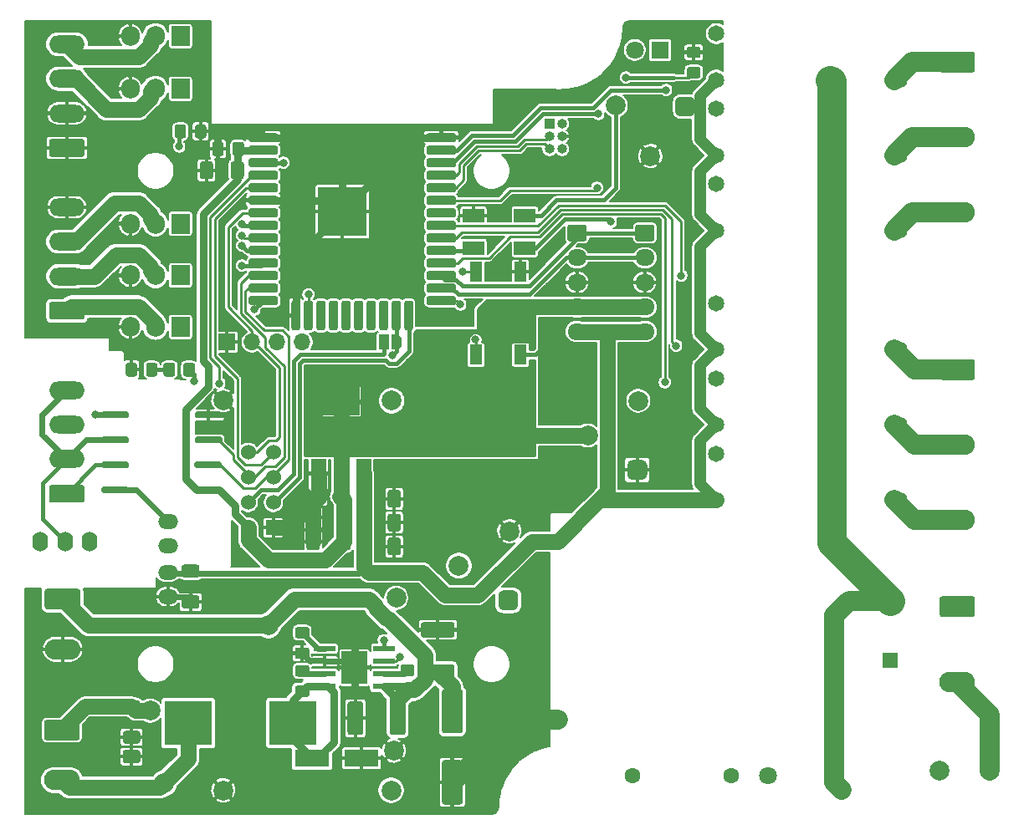
<source format=gtl>
G04 #@! TF.GenerationSoftware,KiCad,Pcbnew,(5.1.8)-1*
G04 #@! TF.CreationDate,2021-05-03T11:51:10+02:00*
G04 #@! TF.ProjectId,sensactOutdoor,73656e73-6163-4744-9f75-74646f6f722e,rev?*
G04 #@! TF.SameCoordinates,Original*
G04 #@! TF.FileFunction,Copper,L1,Top*
G04 #@! TF.FilePolarity,Positive*
%FSLAX46Y46*%
G04 Gerber Fmt 4.6, Leading zero omitted, Abs format (unit mm)*
G04 Created by KiCad (PCBNEW (5.1.8)-1) date 2021-05-03 11:51:10*
%MOMM*%
%LPD*%
G01*
G04 APERTURE LIST*
G04 #@! TA.AperFunction,ComponentPad*
%ADD10O,2.000000X1.500000*%
G04 #@! TD*
G04 #@! TA.AperFunction,SMDPad,CuDef*
%ADD11R,1.300000X2.000000*%
G04 #@! TD*
G04 #@! TA.AperFunction,ComponentPad*
%ADD12C,2.000000*%
G04 #@! TD*
G04 #@! TA.AperFunction,SMDPad,CuDef*
%ADD13R,2.200000X1.400000*%
G04 #@! TD*
G04 #@! TA.AperFunction,ComponentPad*
%ADD14O,1.000000X1.000000*%
G04 #@! TD*
G04 #@! TA.AperFunction,ComponentPad*
%ADD15R,1.000000X1.000000*%
G04 #@! TD*
G04 #@! TA.AperFunction,ComponentPad*
%ADD16C,1.524000*%
G04 #@! TD*
G04 #@! TA.AperFunction,ComponentPad*
%ADD17R,1.524000X1.524000*%
G04 #@! TD*
G04 #@! TA.AperFunction,ComponentPad*
%ADD18C,1.650000*%
G04 #@! TD*
G04 #@! TA.AperFunction,ComponentPad*
%ADD19O,3.600000X1.800000*%
G04 #@! TD*
G04 #@! TA.AperFunction,ComponentPad*
%ADD20O,1.950000X1.700000*%
G04 #@! TD*
G04 #@! TA.AperFunction,ComponentPad*
%ADD21C,1.500000*%
G04 #@! TD*
G04 #@! TA.AperFunction,ComponentPad*
%ADD22R,1.500000X1.500000*%
G04 #@! TD*
G04 #@! TA.AperFunction,ComponentPad*
%ADD23C,1.800000*%
G04 #@! TD*
G04 #@! TA.AperFunction,ComponentPad*
%ADD24O,1.600000X2.000000*%
G04 #@! TD*
G04 #@! TA.AperFunction,ComponentPad*
%ADD25C,1.600000*%
G04 #@! TD*
G04 #@! TA.AperFunction,ComponentPad*
%ADD26O,1.700000X1.700000*%
G04 #@! TD*
G04 #@! TA.AperFunction,ComponentPad*
%ADD27R,1.700000X1.700000*%
G04 #@! TD*
G04 #@! TA.AperFunction,SMDPad,CuDef*
%ADD28R,1.000000X1.500000*%
G04 #@! TD*
G04 #@! TA.AperFunction,SMDPad,CuDef*
%ADD29C,0.100000*%
G04 #@! TD*
G04 #@! TA.AperFunction,ComponentPad*
%ADD30O,3.600000X2.100000*%
G04 #@! TD*
G04 #@! TA.AperFunction,SMDPad,CuDef*
%ADD31R,4.800000X4.500000*%
G04 #@! TD*
G04 #@! TA.AperFunction,ComponentPad*
%ADD32C,0.100000*%
G04 #@! TD*
G04 #@! TA.AperFunction,SMDPad,CuDef*
%ADD33R,2.200000X0.600000*%
G04 #@! TD*
G04 #@! TA.AperFunction,ComponentPad*
%ADD34O,1.905000X2.000000*%
G04 #@! TD*
G04 #@! TA.AperFunction,ComponentPad*
%ADD35R,1.905000X2.000000*%
G04 #@! TD*
G04 #@! TA.AperFunction,ComponentPad*
%ADD36R,5.000000X5.000000*%
G04 #@! TD*
G04 #@! TA.AperFunction,SMDPad,CuDef*
%ADD37R,1.500000X3.000000*%
G04 #@! TD*
G04 #@! TA.AperFunction,SMDPad,CuDef*
%ADD38R,3.800000X3.000000*%
G04 #@! TD*
G04 #@! TA.AperFunction,ComponentPad*
%ADD39R,1.800000X1.800000*%
G04 #@! TD*
G04 #@! TA.AperFunction,ComponentPad*
%ADD40O,3.600000X2.080000*%
G04 #@! TD*
G04 #@! TA.AperFunction,SMDPad,CuDef*
%ADD41R,3.500000X1.800000*%
G04 #@! TD*
G04 #@! TA.AperFunction,ViaPad*
%ADD42C,0.800000*%
G04 #@! TD*
G04 #@! TA.AperFunction,Conductor*
%ADD43C,0.800000*%
G04 #@! TD*
G04 #@! TA.AperFunction,Conductor*
%ADD44C,2.000000*%
G04 #@! TD*
G04 #@! TA.AperFunction,Conductor*
%ADD45C,1.600000*%
G04 #@! TD*
G04 #@! TA.AperFunction,Conductor*
%ADD46C,0.600000*%
G04 #@! TD*
G04 #@! TA.AperFunction,Conductor*
%ADD47C,0.400000*%
G04 #@! TD*
G04 #@! TA.AperFunction,Conductor*
%ADD48C,0.250000*%
G04 #@! TD*
G04 #@! TA.AperFunction,Conductor*
%ADD49C,1.200000*%
G04 #@! TD*
G04 #@! TA.AperFunction,Conductor*
%ADD50C,3.000000*%
G04 #@! TD*
G04 #@! TA.AperFunction,Conductor*
%ADD51C,0.200000*%
G04 #@! TD*
G04 #@! TA.AperFunction,Conductor*
%ADD52C,0.100000*%
G04 #@! TD*
G04 #@! TA.AperFunction,Conductor*
%ADD53C,0.254000*%
G04 #@! TD*
G04 APERTURE END LIST*
D10*
X39751000Y-72517000D03*
X39751000Y-74957000D03*
X39751000Y-77697000D03*
X39751000Y-80137000D03*
D11*
X75402000Y-47235000D03*
X70902000Y-47235000D03*
X70902000Y-55635000D03*
X75402000Y-55635000D03*
D12*
X62348000Y-99760000D03*
X45348000Y-99760000D03*
X45348000Y-60260000D03*
X62348000Y-60260000D03*
D13*
X70679000Y-44829000D03*
X70679000Y-41529000D03*
X75879000Y-41529000D03*
X75879000Y-44829000D03*
D14*
X79629000Y-34798000D03*
X78359000Y-34798000D03*
X79629000Y-33528000D03*
X78359000Y-33528000D03*
X79629000Y-32258000D03*
D15*
X78359000Y-32258000D03*
D16*
X47879000Y-65532000D03*
X50419000Y-65532000D03*
X47879000Y-68072000D03*
X50419000Y-68072000D03*
X47879000Y-70612000D03*
X50419000Y-70612000D03*
X47879000Y-73152000D03*
D17*
X50419000Y-73152000D03*
D18*
X113750000Y-62739000D03*
X106750000Y-62739000D03*
X95250000Y-58039000D03*
X95250000Y-62739000D03*
G04 #@! TA.AperFunction,SMDPad,CuDef*
G36*
G01*
X67729199Y-96701600D02*
X69329201Y-96701600D01*
G75*
G02*
X69579200Y-96951599I0J-249999D01*
G01*
X69579200Y-100951601D01*
G75*
G02*
X69329201Y-101201600I-249999J0D01*
G01*
X67729199Y-101201600D01*
G75*
G02*
X67479200Y-100951601I0J249999D01*
G01*
X67479200Y-96951599D01*
G75*
G02*
X67729199Y-96701600I249999J0D01*
G01*
G37*
G04 #@! TD.AperFunction*
G04 #@! TA.AperFunction,SMDPad,CuDef*
G36*
G01*
X67729199Y-89501600D02*
X69329201Y-89501600D01*
G75*
G02*
X69579200Y-89751599I0J-249999D01*
G01*
X69579200Y-93751601D01*
G75*
G02*
X69329201Y-94001600I-249999J0D01*
G01*
X67729199Y-94001600D01*
G75*
G02*
X67479200Y-93751601I0J249999D01*
G01*
X67479200Y-89751599D01*
G75*
G02*
X67729199Y-89501600I249999J0D01*
G01*
G37*
G04 #@! TD.AperFunction*
D19*
X29514800Y-59223000D03*
X29514800Y-62723000D03*
X29514800Y-66223000D03*
G04 #@! TA.AperFunction,ComponentPad*
G36*
G01*
X31064800Y-70623000D02*
X27964800Y-70623000D01*
G75*
G02*
X27714800Y-70373000I0J250000D01*
G01*
X27714800Y-69073000D01*
G75*
G02*
X27964800Y-68823000I250000J0D01*
G01*
X31064800Y-68823000D01*
G75*
G02*
X31314800Y-69073000I0J-250000D01*
G01*
X31314800Y-70373000D01*
G75*
G02*
X31064800Y-70623000I-250000J0D01*
G01*
G37*
G04 #@! TD.AperFunction*
D12*
X87349000Y-60310000D03*
X82249000Y-63810000D03*
G04 #@! TA.AperFunction,ComponentPad*
G36*
G01*
X86749000Y-66310000D02*
X87749000Y-66310000D01*
G75*
G02*
X88249000Y-66810000I0J-500000D01*
G01*
X88249000Y-67810000D01*
G75*
G02*
X87749000Y-68310000I-500000J0D01*
G01*
X86749000Y-68310000D01*
G75*
G02*
X86249000Y-67810000I0J500000D01*
G01*
X86249000Y-66810000D01*
G75*
G02*
X86749000Y-66310000I500000J0D01*
G01*
G37*
G04 #@! TD.AperFunction*
X37973000Y-91694000D03*
G04 #@! TA.AperFunction,SMDPad,CuDef*
G36*
G01*
X35791000Y-69179500D02*
X35791000Y-69504500D01*
G75*
G02*
X35628500Y-69667000I-162500J0D01*
G01*
X33203500Y-69667000D01*
G75*
G02*
X33041000Y-69504500I0J162500D01*
G01*
X33041000Y-69179500D01*
G75*
G02*
X33203500Y-69017000I162500J0D01*
G01*
X35628500Y-69017000D01*
G75*
G02*
X35791000Y-69179500I0J-162500D01*
G01*
G37*
G04 #@! TD.AperFunction*
G04 #@! TA.AperFunction,SMDPad,CuDef*
G36*
G01*
X35791000Y-66639500D02*
X35791000Y-66964500D01*
G75*
G02*
X35628500Y-67127000I-162500J0D01*
G01*
X33203500Y-67127000D01*
G75*
G02*
X33041000Y-66964500I0J162500D01*
G01*
X33041000Y-66639500D01*
G75*
G02*
X33203500Y-66477000I162500J0D01*
G01*
X35628500Y-66477000D01*
G75*
G02*
X35791000Y-66639500I0J-162500D01*
G01*
G37*
G04 #@! TD.AperFunction*
G04 #@! TA.AperFunction,SMDPad,CuDef*
G36*
G01*
X35791000Y-64099500D02*
X35791000Y-64424500D01*
G75*
G02*
X35628500Y-64587000I-162500J0D01*
G01*
X33203500Y-64587000D01*
G75*
G02*
X33041000Y-64424500I0J162500D01*
G01*
X33041000Y-64099500D01*
G75*
G02*
X33203500Y-63937000I162500J0D01*
G01*
X35628500Y-63937000D01*
G75*
G02*
X35791000Y-64099500I0J-162500D01*
G01*
G37*
G04 #@! TD.AperFunction*
G04 #@! TA.AperFunction,SMDPad,CuDef*
G36*
G01*
X35791000Y-61559500D02*
X35791000Y-61884500D01*
G75*
G02*
X35628500Y-62047000I-162500J0D01*
G01*
X33203500Y-62047000D01*
G75*
G02*
X33041000Y-61884500I0J162500D01*
G01*
X33041000Y-61559500D01*
G75*
G02*
X33203500Y-61397000I162500J0D01*
G01*
X35628500Y-61397000D01*
G75*
G02*
X35791000Y-61559500I0J-162500D01*
G01*
G37*
G04 #@! TD.AperFunction*
G04 #@! TA.AperFunction,SMDPad,CuDef*
G36*
G01*
X45216000Y-61559500D02*
X45216000Y-61884500D01*
G75*
G02*
X45053500Y-62047000I-162500J0D01*
G01*
X42628500Y-62047000D01*
G75*
G02*
X42466000Y-61884500I0J162500D01*
G01*
X42466000Y-61559500D01*
G75*
G02*
X42628500Y-61397000I162500J0D01*
G01*
X45053500Y-61397000D01*
G75*
G02*
X45216000Y-61559500I0J-162500D01*
G01*
G37*
G04 #@! TD.AperFunction*
G04 #@! TA.AperFunction,SMDPad,CuDef*
G36*
G01*
X45241000Y-64099500D02*
X45241000Y-64424500D01*
G75*
G02*
X45078500Y-64587000I-162500J0D01*
G01*
X42653500Y-64587000D01*
G75*
G02*
X42491000Y-64424500I0J162500D01*
G01*
X42491000Y-64099500D01*
G75*
G02*
X42653500Y-63937000I162500J0D01*
G01*
X45078500Y-63937000D01*
G75*
G02*
X45241000Y-64099500I0J-162500D01*
G01*
G37*
G04 #@! TD.AperFunction*
G04 #@! TA.AperFunction,SMDPad,CuDef*
G36*
G01*
X45191000Y-66639500D02*
X45191000Y-66964500D01*
G75*
G02*
X45028500Y-67127000I-162500J0D01*
G01*
X42603500Y-67127000D01*
G75*
G02*
X42441000Y-66964500I0J162500D01*
G01*
X42441000Y-66639500D01*
G75*
G02*
X42603500Y-66477000I162500J0D01*
G01*
X45028500Y-66477000D01*
G75*
G02*
X45191000Y-66639500I0J-162500D01*
G01*
G37*
G04 #@! TD.AperFunction*
G04 #@! TA.AperFunction,SMDPad,CuDef*
G36*
G01*
X45191000Y-69179500D02*
X45191000Y-69504500D01*
G75*
G02*
X45028500Y-69667000I-162500J0D01*
G01*
X42603500Y-69667000D01*
G75*
G02*
X42441000Y-69504500I0J162500D01*
G01*
X42441000Y-69179500D01*
G75*
G02*
X42603500Y-69017000I162500J0D01*
G01*
X45028500Y-69017000D01*
G75*
G02*
X45191000Y-69179500I0J-162500D01*
G01*
G37*
G04 #@! TD.AperFunction*
G04 #@! TA.AperFunction,SMDPad,CuDef*
G36*
G01*
X41386998Y-80021000D02*
X42687002Y-80021000D01*
G75*
G02*
X42937000Y-80270998I0J-249998D01*
G01*
X42937000Y-81096002D01*
G75*
G02*
X42687002Y-81346000I-249998J0D01*
G01*
X41386998Y-81346000D01*
G75*
G02*
X41137000Y-81096002I0J249998D01*
G01*
X41137000Y-80270998D01*
G75*
G02*
X41386998Y-80021000I249998J0D01*
G01*
G37*
G04 #@! TD.AperFunction*
G04 #@! TA.AperFunction,SMDPad,CuDef*
G36*
G01*
X41386998Y-76896000D02*
X42687002Y-76896000D01*
G75*
G02*
X42937000Y-77145998I0J-249998D01*
G01*
X42937000Y-77971002D01*
G75*
G02*
X42687002Y-78221000I-249998J0D01*
G01*
X41386998Y-78221000D01*
G75*
G02*
X41137000Y-77971002I0J249998D01*
G01*
X41137000Y-77145998D01*
G75*
G02*
X41386998Y-76896000I249998J0D01*
G01*
G37*
G04 #@! TD.AperFunction*
D20*
X81153000Y-53307000D03*
X81153000Y-50807000D03*
X81153000Y-48307000D03*
X81153000Y-45807000D03*
G04 #@! TA.AperFunction,ComponentPad*
G36*
G01*
X80428000Y-42457000D02*
X81878000Y-42457000D01*
G75*
G02*
X82128000Y-42707000I0J-250000D01*
G01*
X82128000Y-43907000D01*
G75*
G02*
X81878000Y-44157000I-250000J0D01*
G01*
X80428000Y-44157000D01*
G75*
G02*
X80178000Y-43907000I0J250000D01*
G01*
X80178000Y-42707000D01*
G75*
G02*
X80428000Y-42457000I250000J0D01*
G01*
G37*
G04 #@! TD.AperFunction*
G04 #@! TA.AperFunction,SMDPad,CuDef*
G36*
G01*
X41587000Y-32569999D02*
X41587000Y-33470001D01*
G75*
G02*
X41337001Y-33720000I-249999J0D01*
G01*
X40686999Y-33720000D01*
G75*
G02*
X40437000Y-33470001I0J249999D01*
G01*
X40437000Y-32569999D01*
G75*
G02*
X40686999Y-32320000I249999J0D01*
G01*
X41337001Y-32320000D01*
G75*
G02*
X41587000Y-32569999I0J-249999D01*
G01*
G37*
G04 #@! TD.AperFunction*
G04 #@! TA.AperFunction,SMDPad,CuDef*
G36*
G01*
X43637000Y-32569999D02*
X43637000Y-33470001D01*
G75*
G02*
X43387001Y-33720000I-249999J0D01*
G01*
X42736999Y-33720000D01*
G75*
G02*
X42487000Y-33470001I0J249999D01*
G01*
X42487000Y-32569999D01*
G75*
G02*
X42736999Y-32320000I249999J0D01*
G01*
X43387001Y-32320000D01*
G75*
G02*
X43637000Y-32569999I0J-249999D01*
G01*
G37*
G04 #@! TD.AperFunction*
G04 #@! TA.AperFunction,SMDPad,CuDef*
G36*
G01*
X37534000Y-57600001D02*
X37534000Y-56699999D01*
G75*
G02*
X37783999Y-56450000I249999J0D01*
G01*
X38434001Y-56450000D01*
G75*
G02*
X38684000Y-56699999I0J-249999D01*
G01*
X38684000Y-57600001D01*
G75*
G02*
X38434001Y-57850000I-249999J0D01*
G01*
X37783999Y-57850000D01*
G75*
G02*
X37534000Y-57600001I0J249999D01*
G01*
G37*
G04 #@! TD.AperFunction*
G04 #@! TA.AperFunction,SMDPad,CuDef*
G36*
G01*
X35484000Y-57600001D02*
X35484000Y-56699999D01*
G75*
G02*
X35733999Y-56450000I249999J0D01*
G01*
X36384001Y-56450000D01*
G75*
G02*
X36634000Y-56699999I0J-249999D01*
G01*
X36634000Y-57600001D01*
G75*
G02*
X36384001Y-57850000I-249999J0D01*
G01*
X35733999Y-57850000D01*
G75*
G02*
X35484000Y-57600001I0J249999D01*
G01*
G37*
G04 #@! TD.AperFunction*
G04 #@! TA.AperFunction,SMDPad,CuDef*
G36*
G01*
X92513999Y-26485000D02*
X93414001Y-26485000D01*
G75*
G02*
X93664000Y-26734999I0J-249999D01*
G01*
X93664000Y-27385001D01*
G75*
G02*
X93414001Y-27635000I-249999J0D01*
G01*
X92513999Y-27635000D01*
G75*
G02*
X92264000Y-27385001I0J249999D01*
G01*
X92264000Y-26734999D01*
G75*
G02*
X92513999Y-26485000I249999J0D01*
G01*
G37*
G04 #@! TD.AperFunction*
G04 #@! TA.AperFunction,SMDPad,CuDef*
G36*
G01*
X92513999Y-24435000D02*
X93414001Y-24435000D01*
G75*
G02*
X93664000Y-24684999I0J-249999D01*
G01*
X93664000Y-25335001D01*
G75*
G02*
X93414001Y-25585000I-249999J0D01*
G01*
X92513999Y-25585000D01*
G75*
G02*
X92264000Y-25335001I0J249999D01*
G01*
X92264000Y-24684999D01*
G75*
G02*
X92513999Y-24435000I249999J0D01*
G01*
G37*
G04 #@! TD.AperFunction*
G04 #@! TA.AperFunction,SMDPad,CuDef*
G36*
G01*
X40494000Y-56699999D02*
X40494000Y-57600001D01*
G75*
G02*
X40244001Y-57850000I-249999J0D01*
G01*
X39543999Y-57850000D01*
G75*
G02*
X39294000Y-57600001I0J249999D01*
G01*
X39294000Y-56699999D01*
G75*
G02*
X39543999Y-56450000I249999J0D01*
G01*
X40244001Y-56450000D01*
G75*
G02*
X40494000Y-56699999I0J-249999D01*
G01*
G37*
G04 #@! TD.AperFunction*
G04 #@! TA.AperFunction,SMDPad,CuDef*
G36*
G01*
X42494000Y-56699999D02*
X42494000Y-57600001D01*
G75*
G02*
X42244001Y-57850000I-249999J0D01*
G01*
X41543999Y-57850000D01*
G75*
G02*
X41294000Y-57600001I0J249999D01*
G01*
X41294000Y-56699999D01*
G75*
G02*
X41543999Y-56450000I249999J0D01*
G01*
X42244001Y-56450000D01*
G75*
G02*
X42494000Y-56699999I0J-249999D01*
G01*
G37*
G04 #@! TD.AperFunction*
D18*
X113750000Y-43053000D03*
X106750000Y-43053000D03*
X95250000Y-38353000D03*
X95250000Y-43053000D03*
D21*
X79212000Y-74566000D03*
X79212000Y-92566000D03*
X112812000Y-80566000D03*
D22*
X112812000Y-86566000D03*
D23*
X107957000Y-99698000D03*
X100457000Y-98298000D03*
D24*
X29337000Y-74549000D03*
X26837000Y-74549000D03*
X31837000Y-74549000D03*
D18*
X113750000Y-70358000D03*
X106750000Y-70358000D03*
X95250000Y-65658000D03*
X95250000Y-70358000D03*
D12*
X85075000Y-30400000D03*
X88575000Y-35500000D03*
G04 #@! TA.AperFunction,ComponentPad*
G36*
G01*
X91075000Y-31000000D02*
X91075000Y-30000000D01*
G75*
G02*
X91575000Y-29500000I500000J0D01*
G01*
X92575000Y-29500000D01*
G75*
G02*
X93075000Y-30000000I0J-500000D01*
G01*
X93075000Y-31000000D01*
G75*
G02*
X92575000Y-31500000I-500000J0D01*
G01*
X91575000Y-31500000D01*
G75*
G02*
X91075000Y-31000000I0J500000D01*
G01*
G37*
G04 #@! TD.AperFunction*
X74295000Y-73518000D03*
X69195000Y-77018000D03*
G04 #@! TA.AperFunction,ComponentPad*
G36*
G01*
X73695000Y-79518000D02*
X74695000Y-79518000D01*
G75*
G02*
X75195000Y-80018000I0J-500000D01*
G01*
X75195000Y-81018000D01*
G75*
G02*
X74695000Y-81518000I-500000J0D01*
G01*
X73695000Y-81518000D01*
G75*
G02*
X73195000Y-81018000I0J500000D01*
G01*
X73195000Y-80018000D01*
G75*
G02*
X73695000Y-79518000I500000J0D01*
G01*
G37*
G04 #@! TD.AperFunction*
D18*
X113750000Y-55118000D03*
X106750000Y-55118000D03*
X95250000Y-50418000D03*
X95250000Y-55118000D03*
X113750000Y-35433000D03*
X106750000Y-35433000D03*
X95250000Y-30733000D03*
X95250000Y-35433000D03*
X113750000Y-27813000D03*
X106750000Y-27813000D03*
X95250000Y-23113000D03*
X95250000Y-27813000D03*
D25*
X86741000Y-98298000D03*
X96741000Y-98298000D03*
D12*
X122936000Y-97790000D03*
X117856000Y-97790000D03*
X39370000Y-99060000D03*
X62611000Y-95758000D03*
D26*
X53340000Y-54356000D03*
X50800000Y-54356000D03*
X48260000Y-54356000D03*
D27*
X45720000Y-54356000D03*
D28*
X61595000Y-54356000D03*
G04 #@! TA.AperFunction,SMDPad,CuDef*
D29*
G36*
X60295000Y-55105398D02*
G01*
X60270466Y-55105398D01*
X60221635Y-55100588D01*
X60173510Y-55091016D01*
X60126555Y-55076772D01*
X60081222Y-55057995D01*
X60037949Y-55034864D01*
X59997150Y-55007604D01*
X59959221Y-54976476D01*
X59924524Y-54941779D01*
X59893396Y-54903850D01*
X59866136Y-54863051D01*
X59843005Y-54819778D01*
X59824228Y-54774445D01*
X59809984Y-54727490D01*
X59800412Y-54679365D01*
X59795602Y-54630534D01*
X59795602Y-54606000D01*
X59795000Y-54606000D01*
X59795000Y-54106000D01*
X59795602Y-54106000D01*
X59795602Y-54081466D01*
X59800412Y-54032635D01*
X59809984Y-53984510D01*
X59824228Y-53937555D01*
X59843005Y-53892222D01*
X59866136Y-53848949D01*
X59893396Y-53808150D01*
X59924524Y-53770221D01*
X59959221Y-53735524D01*
X59997150Y-53704396D01*
X60037949Y-53677136D01*
X60081222Y-53654005D01*
X60126555Y-53635228D01*
X60173510Y-53620984D01*
X60221635Y-53611412D01*
X60270466Y-53606602D01*
X60295000Y-53606602D01*
X60295000Y-53606000D01*
X60845000Y-53606000D01*
X60845000Y-55106000D01*
X60295000Y-55106000D01*
X60295000Y-55105398D01*
G37*
G04 #@! TD.AperFunction*
G04 #@! TA.AperFunction,SMDPad,CuDef*
G36*
X62345000Y-53606000D02*
G01*
X62895000Y-53606000D01*
X62895000Y-53606602D01*
X62919534Y-53606602D01*
X62968365Y-53611412D01*
X63016490Y-53620984D01*
X63063445Y-53635228D01*
X63108778Y-53654005D01*
X63152051Y-53677136D01*
X63192850Y-53704396D01*
X63230779Y-53735524D01*
X63265476Y-53770221D01*
X63296604Y-53808150D01*
X63323864Y-53848949D01*
X63346995Y-53892222D01*
X63365772Y-53937555D01*
X63380016Y-53984510D01*
X63389588Y-54032635D01*
X63394398Y-54081466D01*
X63394398Y-54106000D01*
X63395000Y-54106000D01*
X63395000Y-54606000D01*
X63394398Y-54606000D01*
X63394398Y-54630534D01*
X63389588Y-54679365D01*
X63380016Y-54727490D01*
X63365772Y-54774445D01*
X63346995Y-54819778D01*
X63323864Y-54863051D01*
X63296604Y-54903850D01*
X63265476Y-54941779D01*
X63230779Y-54976476D01*
X63192850Y-55007604D01*
X63152051Y-55034864D01*
X63108778Y-55057995D01*
X63063445Y-55076772D01*
X63016490Y-55091016D01*
X62968365Y-55100588D01*
X62919534Y-55105398D01*
X62895000Y-55105398D01*
X62895000Y-55106000D01*
X62345000Y-55106000D01*
X62345000Y-53606000D01*
G37*
G04 #@! TD.AperFunction*
G04 #@! TA.AperFunction,SMDPad,CuDef*
G36*
G01*
X61987000Y-75707003D02*
X61987000Y-74406997D01*
G75*
G02*
X62236997Y-74157000I249997J0D01*
G01*
X63062003Y-74157000D01*
G75*
G02*
X63312000Y-74406997I0J-249997D01*
G01*
X63312000Y-75707003D01*
G75*
G02*
X63062003Y-75957000I-249997J0D01*
G01*
X62236997Y-75957000D01*
G75*
G02*
X61987000Y-75707003I0J249997D01*
G01*
G37*
G04 #@! TD.AperFunction*
G04 #@! TA.AperFunction,SMDPad,CuDef*
G36*
G01*
X58862000Y-75707003D02*
X58862000Y-74406997D01*
G75*
G02*
X59111997Y-74157000I249997J0D01*
G01*
X59937003Y-74157000D01*
G75*
G02*
X60187000Y-74406997I0J-249997D01*
G01*
X60187000Y-75707003D01*
G75*
G02*
X59937003Y-75957000I-249997J0D01*
G01*
X59111997Y-75957000D01*
G75*
G02*
X58862000Y-75707003I0J249997D01*
G01*
G37*
G04 #@! TD.AperFunction*
G04 #@! TA.AperFunction,SMDPad,CuDef*
G36*
G01*
X61987000Y-73294003D02*
X61987000Y-71993997D01*
G75*
G02*
X62236997Y-71744000I249997J0D01*
G01*
X63062003Y-71744000D01*
G75*
G02*
X63312000Y-71993997I0J-249997D01*
G01*
X63312000Y-73294003D01*
G75*
G02*
X63062003Y-73544000I-249997J0D01*
G01*
X62236997Y-73544000D01*
G75*
G02*
X61987000Y-73294003I0J249997D01*
G01*
G37*
G04 #@! TD.AperFunction*
G04 #@! TA.AperFunction,SMDPad,CuDef*
G36*
G01*
X58862000Y-73294003D02*
X58862000Y-71993997D01*
G75*
G02*
X59111997Y-71744000I249997J0D01*
G01*
X59937003Y-71744000D01*
G75*
G02*
X60187000Y-71993997I0J-249997D01*
G01*
X60187000Y-73294003D01*
G75*
G02*
X59937003Y-73544000I-249997J0D01*
G01*
X59111997Y-73544000D01*
G75*
G02*
X58862000Y-73294003I0J249997D01*
G01*
G37*
G04 #@! TD.AperFunction*
D12*
X62865000Y-80264000D03*
X49911000Y-83058000D03*
D30*
X119634000Y-88773000D03*
G04 #@! TA.AperFunction,ComponentPad*
G36*
G01*
X118083999Y-80103000D02*
X121184001Y-80103000D01*
G75*
G02*
X121434000Y-80352999I0J-249999D01*
G01*
X121434000Y-81953001D01*
G75*
G02*
X121184001Y-82203000I-249999J0D01*
G01*
X118083999Y-82203000D01*
G75*
G02*
X117834000Y-81953001I0J249999D01*
G01*
X117834000Y-80352999D01*
G75*
G02*
X118083999Y-80103000I249999J0D01*
G01*
G37*
G04 #@! TD.AperFunction*
X119634000Y-72390000D03*
X119634000Y-64770000D03*
G04 #@! TA.AperFunction,ComponentPad*
G36*
G01*
X118083999Y-56100000D02*
X121184001Y-56100000D01*
G75*
G02*
X121434000Y-56349999I0J-249999D01*
G01*
X121434000Y-57950001D01*
G75*
G02*
X121184001Y-58200000I-249999J0D01*
G01*
X118083999Y-58200000D01*
G75*
G02*
X117834000Y-57950001I0J249999D01*
G01*
X117834000Y-56349999D01*
G75*
G02*
X118083999Y-56100000I249999J0D01*
G01*
G37*
G04 #@! TD.AperFunction*
X119634000Y-41240000D03*
X119634000Y-33620000D03*
G04 #@! TA.AperFunction,ComponentPad*
G36*
G01*
X118083999Y-24950000D02*
X121184001Y-24950000D01*
G75*
G02*
X121434000Y-25199999I0J-249999D01*
G01*
X121434000Y-26800001D01*
G75*
G02*
X121184001Y-27050000I-249999J0D01*
G01*
X118083999Y-27050000D01*
G75*
G02*
X117834000Y-26800001I0J249999D01*
G01*
X117834000Y-25199999D01*
G75*
G02*
X118083999Y-24950000I249999J0D01*
G01*
G37*
G04 #@! TD.AperFunction*
D31*
X52408400Y-92964000D03*
X41808400Y-92964000D03*
G04 #@! TA.AperFunction,ComponentPad*
D32*
G36*
X59923200Y-85675200D02*
G01*
X59923200Y-88975200D01*
X57323200Y-88975200D01*
X57323200Y-85675200D01*
X59923200Y-85675200D01*
G37*
G04 #@! TD.AperFunction*
D33*
X55623200Y-89230200D03*
X55623200Y-87960200D03*
X55623200Y-86690200D03*
X55623200Y-85420200D03*
X61623200Y-85420200D03*
X61623200Y-86690200D03*
X61623200Y-87960200D03*
X61623200Y-89230200D03*
D34*
X35941000Y-28702000D03*
X38481000Y-28702000D03*
D35*
X41021000Y-28702000D03*
G04 #@! TA.AperFunction,SMDPad,CuDef*
G36*
G01*
X68904000Y-33423000D02*
X68904000Y-33873000D01*
G75*
G02*
X68679000Y-34098000I-225000J0D01*
G01*
X66129000Y-34098000D01*
G75*
G02*
X65904000Y-33873000I0J225000D01*
G01*
X65904000Y-33423000D01*
G75*
G02*
X66129000Y-33198000I225000J0D01*
G01*
X68679000Y-33198000D01*
G75*
G02*
X68904000Y-33423000I0J-225000D01*
G01*
G37*
G04 #@! TD.AperFunction*
G04 #@! TA.AperFunction,SMDPad,CuDef*
G36*
G01*
X68904000Y-34693000D02*
X68904000Y-35143000D01*
G75*
G02*
X68679000Y-35368000I-225000J0D01*
G01*
X66129000Y-35368000D01*
G75*
G02*
X65904000Y-35143000I0J225000D01*
G01*
X65904000Y-34693000D01*
G75*
G02*
X66129000Y-34468000I225000J0D01*
G01*
X68679000Y-34468000D01*
G75*
G02*
X68904000Y-34693000I0J-225000D01*
G01*
G37*
G04 #@! TD.AperFunction*
G04 #@! TA.AperFunction,SMDPad,CuDef*
G36*
G01*
X68904000Y-35963000D02*
X68904000Y-36413000D01*
G75*
G02*
X68679000Y-36638000I-225000J0D01*
G01*
X66129000Y-36638000D01*
G75*
G02*
X65904000Y-36413000I0J225000D01*
G01*
X65904000Y-35963000D01*
G75*
G02*
X66129000Y-35738000I225000J0D01*
G01*
X68679000Y-35738000D01*
G75*
G02*
X68904000Y-35963000I0J-225000D01*
G01*
G37*
G04 #@! TD.AperFunction*
G04 #@! TA.AperFunction,SMDPad,CuDef*
G36*
G01*
X68904000Y-37233000D02*
X68904000Y-37683000D01*
G75*
G02*
X68679000Y-37908000I-225000J0D01*
G01*
X66129000Y-37908000D01*
G75*
G02*
X65904000Y-37683000I0J225000D01*
G01*
X65904000Y-37233000D01*
G75*
G02*
X66129000Y-37008000I225000J0D01*
G01*
X68679000Y-37008000D01*
G75*
G02*
X68904000Y-37233000I0J-225000D01*
G01*
G37*
G04 #@! TD.AperFunction*
G04 #@! TA.AperFunction,SMDPad,CuDef*
G36*
G01*
X68904000Y-38503000D02*
X68904000Y-38953000D01*
G75*
G02*
X68679000Y-39178000I-225000J0D01*
G01*
X66129000Y-39178000D01*
G75*
G02*
X65904000Y-38953000I0J225000D01*
G01*
X65904000Y-38503000D01*
G75*
G02*
X66129000Y-38278000I225000J0D01*
G01*
X68679000Y-38278000D01*
G75*
G02*
X68904000Y-38503000I0J-225000D01*
G01*
G37*
G04 #@! TD.AperFunction*
G04 #@! TA.AperFunction,SMDPad,CuDef*
G36*
G01*
X68904000Y-39773000D02*
X68904000Y-40223000D01*
G75*
G02*
X68679000Y-40448000I-225000J0D01*
G01*
X66129000Y-40448000D01*
G75*
G02*
X65904000Y-40223000I0J225000D01*
G01*
X65904000Y-39773000D01*
G75*
G02*
X66129000Y-39548000I225000J0D01*
G01*
X68679000Y-39548000D01*
G75*
G02*
X68904000Y-39773000I0J-225000D01*
G01*
G37*
G04 #@! TD.AperFunction*
G04 #@! TA.AperFunction,SMDPad,CuDef*
G36*
G01*
X68904000Y-41043000D02*
X68904000Y-41493000D01*
G75*
G02*
X68679000Y-41718000I-225000J0D01*
G01*
X66129000Y-41718000D01*
G75*
G02*
X65904000Y-41493000I0J225000D01*
G01*
X65904000Y-41043000D01*
G75*
G02*
X66129000Y-40818000I225000J0D01*
G01*
X68679000Y-40818000D01*
G75*
G02*
X68904000Y-41043000I0J-225000D01*
G01*
G37*
G04 #@! TD.AperFunction*
G04 #@! TA.AperFunction,SMDPad,CuDef*
G36*
G01*
X68904000Y-42313000D02*
X68904000Y-42763000D01*
G75*
G02*
X68679000Y-42988000I-225000J0D01*
G01*
X66129000Y-42988000D01*
G75*
G02*
X65904000Y-42763000I0J225000D01*
G01*
X65904000Y-42313000D01*
G75*
G02*
X66129000Y-42088000I225000J0D01*
G01*
X68679000Y-42088000D01*
G75*
G02*
X68904000Y-42313000I0J-225000D01*
G01*
G37*
G04 #@! TD.AperFunction*
G04 #@! TA.AperFunction,SMDPad,CuDef*
G36*
G01*
X68904000Y-43583000D02*
X68904000Y-44033000D01*
G75*
G02*
X68679000Y-44258000I-225000J0D01*
G01*
X66129000Y-44258000D01*
G75*
G02*
X65904000Y-44033000I0J225000D01*
G01*
X65904000Y-43583000D01*
G75*
G02*
X66129000Y-43358000I225000J0D01*
G01*
X68679000Y-43358000D01*
G75*
G02*
X68904000Y-43583000I0J-225000D01*
G01*
G37*
G04 #@! TD.AperFunction*
G04 #@! TA.AperFunction,SMDPad,CuDef*
G36*
G01*
X68904000Y-44853000D02*
X68904000Y-45303000D01*
G75*
G02*
X68679000Y-45528000I-225000J0D01*
G01*
X66129000Y-45528000D01*
G75*
G02*
X65904000Y-45303000I0J225000D01*
G01*
X65904000Y-44853000D01*
G75*
G02*
X66129000Y-44628000I225000J0D01*
G01*
X68679000Y-44628000D01*
G75*
G02*
X68904000Y-44853000I0J-225000D01*
G01*
G37*
G04 #@! TD.AperFunction*
G04 #@! TA.AperFunction,SMDPad,CuDef*
G36*
G01*
X68904000Y-46123000D02*
X68904000Y-46573000D01*
G75*
G02*
X68679000Y-46798000I-225000J0D01*
G01*
X66129000Y-46798000D01*
G75*
G02*
X65904000Y-46573000I0J225000D01*
G01*
X65904000Y-46123000D01*
G75*
G02*
X66129000Y-45898000I225000J0D01*
G01*
X68679000Y-45898000D01*
G75*
G02*
X68904000Y-46123000I0J-225000D01*
G01*
G37*
G04 #@! TD.AperFunction*
G04 #@! TA.AperFunction,SMDPad,CuDef*
G36*
G01*
X68904000Y-47393000D02*
X68904000Y-47843000D01*
G75*
G02*
X68679000Y-48068000I-225000J0D01*
G01*
X66129000Y-48068000D01*
G75*
G02*
X65904000Y-47843000I0J225000D01*
G01*
X65904000Y-47393000D01*
G75*
G02*
X66129000Y-47168000I225000J0D01*
G01*
X68679000Y-47168000D01*
G75*
G02*
X68904000Y-47393000I0J-225000D01*
G01*
G37*
G04 #@! TD.AperFunction*
G04 #@! TA.AperFunction,SMDPad,CuDef*
G36*
G01*
X68904000Y-48663000D02*
X68904000Y-49113000D01*
G75*
G02*
X68679000Y-49338000I-225000J0D01*
G01*
X66129000Y-49338000D01*
G75*
G02*
X65904000Y-49113000I0J225000D01*
G01*
X65904000Y-48663000D01*
G75*
G02*
X66129000Y-48438000I225000J0D01*
G01*
X68679000Y-48438000D01*
G75*
G02*
X68904000Y-48663000I0J-225000D01*
G01*
G37*
G04 #@! TD.AperFunction*
G04 #@! TA.AperFunction,SMDPad,CuDef*
G36*
G01*
X68904000Y-49933000D02*
X68904000Y-50383000D01*
G75*
G02*
X68679000Y-50608000I-225000J0D01*
G01*
X66129000Y-50608000D01*
G75*
G02*
X65904000Y-50383000I0J225000D01*
G01*
X65904000Y-49933000D01*
G75*
G02*
X66129000Y-49708000I225000J0D01*
G01*
X68679000Y-49708000D01*
G75*
G02*
X68904000Y-49933000I0J-225000D01*
G01*
G37*
G04 #@! TD.AperFunction*
G04 #@! TA.AperFunction,SMDPad,CuDef*
G36*
G01*
X64344000Y-53158000D02*
X63894000Y-53158000D01*
G75*
G02*
X63669000Y-52933000I0J225000D01*
G01*
X63669000Y-50383000D01*
G75*
G02*
X63894000Y-50158000I225000J0D01*
G01*
X64344000Y-50158000D01*
G75*
G02*
X64569000Y-50383000I0J-225000D01*
G01*
X64569000Y-52933000D01*
G75*
G02*
X64344000Y-53158000I-225000J0D01*
G01*
G37*
G04 #@! TD.AperFunction*
G04 #@! TA.AperFunction,SMDPad,CuDef*
G36*
G01*
X63074000Y-53158000D02*
X62624000Y-53158000D01*
G75*
G02*
X62399000Y-52933000I0J225000D01*
G01*
X62399000Y-50383000D01*
G75*
G02*
X62624000Y-50158000I225000J0D01*
G01*
X63074000Y-50158000D01*
G75*
G02*
X63299000Y-50383000I0J-225000D01*
G01*
X63299000Y-52933000D01*
G75*
G02*
X63074000Y-53158000I-225000J0D01*
G01*
G37*
G04 #@! TD.AperFunction*
G04 #@! TA.AperFunction,SMDPad,CuDef*
G36*
G01*
X61804000Y-53158000D02*
X61354000Y-53158000D01*
G75*
G02*
X61129000Y-52933000I0J225000D01*
G01*
X61129000Y-50383000D01*
G75*
G02*
X61354000Y-50158000I225000J0D01*
G01*
X61804000Y-50158000D01*
G75*
G02*
X62029000Y-50383000I0J-225000D01*
G01*
X62029000Y-52933000D01*
G75*
G02*
X61804000Y-53158000I-225000J0D01*
G01*
G37*
G04 #@! TD.AperFunction*
G04 #@! TA.AperFunction,SMDPad,CuDef*
G36*
G01*
X60534000Y-53158000D02*
X60084000Y-53158000D01*
G75*
G02*
X59859000Y-52933000I0J225000D01*
G01*
X59859000Y-50383000D01*
G75*
G02*
X60084000Y-50158000I225000J0D01*
G01*
X60534000Y-50158000D01*
G75*
G02*
X60759000Y-50383000I0J-225000D01*
G01*
X60759000Y-52933000D01*
G75*
G02*
X60534000Y-53158000I-225000J0D01*
G01*
G37*
G04 #@! TD.AperFunction*
G04 #@! TA.AperFunction,SMDPad,CuDef*
G36*
G01*
X59264000Y-53158000D02*
X58814000Y-53158000D01*
G75*
G02*
X58589000Y-52933000I0J225000D01*
G01*
X58589000Y-50383000D01*
G75*
G02*
X58814000Y-50158000I225000J0D01*
G01*
X59264000Y-50158000D01*
G75*
G02*
X59489000Y-50383000I0J-225000D01*
G01*
X59489000Y-52933000D01*
G75*
G02*
X59264000Y-53158000I-225000J0D01*
G01*
G37*
G04 #@! TD.AperFunction*
G04 #@! TA.AperFunction,SMDPad,CuDef*
G36*
G01*
X57994000Y-53158000D02*
X57544000Y-53158000D01*
G75*
G02*
X57319000Y-52933000I0J225000D01*
G01*
X57319000Y-50383000D01*
G75*
G02*
X57544000Y-50158000I225000J0D01*
G01*
X57994000Y-50158000D01*
G75*
G02*
X58219000Y-50383000I0J-225000D01*
G01*
X58219000Y-52933000D01*
G75*
G02*
X57994000Y-53158000I-225000J0D01*
G01*
G37*
G04 #@! TD.AperFunction*
G04 #@! TA.AperFunction,SMDPad,CuDef*
G36*
G01*
X56724000Y-53158000D02*
X56274000Y-53158000D01*
G75*
G02*
X56049000Y-52933000I0J225000D01*
G01*
X56049000Y-50383000D01*
G75*
G02*
X56274000Y-50158000I225000J0D01*
G01*
X56724000Y-50158000D01*
G75*
G02*
X56949000Y-50383000I0J-225000D01*
G01*
X56949000Y-52933000D01*
G75*
G02*
X56724000Y-53158000I-225000J0D01*
G01*
G37*
G04 #@! TD.AperFunction*
G04 #@! TA.AperFunction,SMDPad,CuDef*
G36*
G01*
X55454000Y-53158000D02*
X55004000Y-53158000D01*
G75*
G02*
X54779000Y-52933000I0J225000D01*
G01*
X54779000Y-50383000D01*
G75*
G02*
X55004000Y-50158000I225000J0D01*
G01*
X55454000Y-50158000D01*
G75*
G02*
X55679000Y-50383000I0J-225000D01*
G01*
X55679000Y-52933000D01*
G75*
G02*
X55454000Y-53158000I-225000J0D01*
G01*
G37*
G04 #@! TD.AperFunction*
G04 #@! TA.AperFunction,SMDPad,CuDef*
G36*
G01*
X54184000Y-53158000D02*
X53734000Y-53158000D01*
G75*
G02*
X53509000Y-52933000I0J225000D01*
G01*
X53509000Y-50383000D01*
G75*
G02*
X53734000Y-50158000I225000J0D01*
G01*
X54184000Y-50158000D01*
G75*
G02*
X54409000Y-50383000I0J-225000D01*
G01*
X54409000Y-52933000D01*
G75*
G02*
X54184000Y-53158000I-225000J0D01*
G01*
G37*
G04 #@! TD.AperFunction*
G04 #@! TA.AperFunction,SMDPad,CuDef*
G36*
G01*
X52914000Y-53158000D02*
X52464000Y-53158000D01*
G75*
G02*
X52239000Y-52933000I0J225000D01*
G01*
X52239000Y-50383000D01*
G75*
G02*
X52464000Y-50158000I225000J0D01*
G01*
X52914000Y-50158000D01*
G75*
G02*
X53139000Y-50383000I0J-225000D01*
G01*
X53139000Y-52933000D01*
G75*
G02*
X52914000Y-53158000I-225000J0D01*
G01*
G37*
G04 #@! TD.AperFunction*
G04 #@! TA.AperFunction,SMDPad,CuDef*
G36*
G01*
X47904000Y-50383000D02*
X47904000Y-49933000D01*
G75*
G02*
X48129000Y-49708000I225000J0D01*
G01*
X50679000Y-49708000D01*
G75*
G02*
X50904000Y-49933000I0J-225000D01*
G01*
X50904000Y-50383000D01*
G75*
G02*
X50679000Y-50608000I-225000J0D01*
G01*
X48129000Y-50608000D01*
G75*
G02*
X47904000Y-50383000I0J225000D01*
G01*
G37*
G04 #@! TD.AperFunction*
G04 #@! TA.AperFunction,SMDPad,CuDef*
G36*
G01*
X47904000Y-49113000D02*
X47904000Y-48663000D01*
G75*
G02*
X48129000Y-48438000I225000J0D01*
G01*
X50679000Y-48438000D01*
G75*
G02*
X50904000Y-48663000I0J-225000D01*
G01*
X50904000Y-49113000D01*
G75*
G02*
X50679000Y-49338000I-225000J0D01*
G01*
X48129000Y-49338000D01*
G75*
G02*
X47904000Y-49113000I0J225000D01*
G01*
G37*
G04 #@! TD.AperFunction*
G04 #@! TA.AperFunction,SMDPad,CuDef*
G36*
G01*
X47904000Y-47843000D02*
X47904000Y-47393000D01*
G75*
G02*
X48129000Y-47168000I225000J0D01*
G01*
X50679000Y-47168000D01*
G75*
G02*
X50904000Y-47393000I0J-225000D01*
G01*
X50904000Y-47843000D01*
G75*
G02*
X50679000Y-48068000I-225000J0D01*
G01*
X48129000Y-48068000D01*
G75*
G02*
X47904000Y-47843000I0J225000D01*
G01*
G37*
G04 #@! TD.AperFunction*
G04 #@! TA.AperFunction,SMDPad,CuDef*
G36*
G01*
X47904000Y-46573000D02*
X47904000Y-46123000D01*
G75*
G02*
X48129000Y-45898000I225000J0D01*
G01*
X50679000Y-45898000D01*
G75*
G02*
X50904000Y-46123000I0J-225000D01*
G01*
X50904000Y-46573000D01*
G75*
G02*
X50679000Y-46798000I-225000J0D01*
G01*
X48129000Y-46798000D01*
G75*
G02*
X47904000Y-46573000I0J225000D01*
G01*
G37*
G04 #@! TD.AperFunction*
G04 #@! TA.AperFunction,SMDPad,CuDef*
G36*
G01*
X47904000Y-45303000D02*
X47904000Y-44853000D01*
G75*
G02*
X48129000Y-44628000I225000J0D01*
G01*
X50679000Y-44628000D01*
G75*
G02*
X50904000Y-44853000I0J-225000D01*
G01*
X50904000Y-45303000D01*
G75*
G02*
X50679000Y-45528000I-225000J0D01*
G01*
X48129000Y-45528000D01*
G75*
G02*
X47904000Y-45303000I0J225000D01*
G01*
G37*
G04 #@! TD.AperFunction*
G04 #@! TA.AperFunction,SMDPad,CuDef*
G36*
G01*
X47904000Y-44033000D02*
X47904000Y-43583000D01*
G75*
G02*
X48129000Y-43358000I225000J0D01*
G01*
X50679000Y-43358000D01*
G75*
G02*
X50904000Y-43583000I0J-225000D01*
G01*
X50904000Y-44033000D01*
G75*
G02*
X50679000Y-44258000I-225000J0D01*
G01*
X48129000Y-44258000D01*
G75*
G02*
X47904000Y-44033000I0J225000D01*
G01*
G37*
G04 #@! TD.AperFunction*
G04 #@! TA.AperFunction,SMDPad,CuDef*
G36*
G01*
X47904000Y-42763000D02*
X47904000Y-42313000D01*
G75*
G02*
X48129000Y-42088000I225000J0D01*
G01*
X50679000Y-42088000D01*
G75*
G02*
X50904000Y-42313000I0J-225000D01*
G01*
X50904000Y-42763000D01*
G75*
G02*
X50679000Y-42988000I-225000J0D01*
G01*
X48129000Y-42988000D01*
G75*
G02*
X47904000Y-42763000I0J225000D01*
G01*
G37*
G04 #@! TD.AperFunction*
G04 #@! TA.AperFunction,SMDPad,CuDef*
G36*
G01*
X47904000Y-41493000D02*
X47904000Y-41043000D01*
G75*
G02*
X48129000Y-40818000I225000J0D01*
G01*
X50679000Y-40818000D01*
G75*
G02*
X50904000Y-41043000I0J-225000D01*
G01*
X50904000Y-41493000D01*
G75*
G02*
X50679000Y-41718000I-225000J0D01*
G01*
X48129000Y-41718000D01*
G75*
G02*
X47904000Y-41493000I0J225000D01*
G01*
G37*
G04 #@! TD.AperFunction*
G04 #@! TA.AperFunction,SMDPad,CuDef*
G36*
G01*
X47904000Y-40223000D02*
X47904000Y-39773000D01*
G75*
G02*
X48129000Y-39548000I225000J0D01*
G01*
X50679000Y-39548000D01*
G75*
G02*
X50904000Y-39773000I0J-225000D01*
G01*
X50904000Y-40223000D01*
G75*
G02*
X50679000Y-40448000I-225000J0D01*
G01*
X48129000Y-40448000D01*
G75*
G02*
X47904000Y-40223000I0J225000D01*
G01*
G37*
G04 #@! TD.AperFunction*
G04 #@! TA.AperFunction,SMDPad,CuDef*
G36*
G01*
X47904000Y-38953000D02*
X47904000Y-38503000D01*
G75*
G02*
X48129000Y-38278000I225000J0D01*
G01*
X50679000Y-38278000D01*
G75*
G02*
X50904000Y-38503000I0J-225000D01*
G01*
X50904000Y-38953000D01*
G75*
G02*
X50679000Y-39178000I-225000J0D01*
G01*
X48129000Y-39178000D01*
G75*
G02*
X47904000Y-38953000I0J225000D01*
G01*
G37*
G04 #@! TD.AperFunction*
G04 #@! TA.AperFunction,SMDPad,CuDef*
G36*
G01*
X47904000Y-37683000D02*
X47904000Y-37233000D01*
G75*
G02*
X48129000Y-37008000I225000J0D01*
G01*
X50679000Y-37008000D01*
G75*
G02*
X50904000Y-37233000I0J-225000D01*
G01*
X50904000Y-37683000D01*
G75*
G02*
X50679000Y-37908000I-225000J0D01*
G01*
X48129000Y-37908000D01*
G75*
G02*
X47904000Y-37683000I0J225000D01*
G01*
G37*
G04 #@! TD.AperFunction*
G04 #@! TA.AperFunction,SMDPad,CuDef*
G36*
G01*
X47904000Y-36413000D02*
X47904000Y-35963000D01*
G75*
G02*
X48129000Y-35738000I225000J0D01*
G01*
X50679000Y-35738000D01*
G75*
G02*
X50904000Y-35963000I0J-225000D01*
G01*
X50904000Y-36413000D01*
G75*
G02*
X50679000Y-36638000I-225000J0D01*
G01*
X48129000Y-36638000D01*
G75*
G02*
X47904000Y-36413000I0J225000D01*
G01*
G37*
G04 #@! TD.AperFunction*
G04 #@! TA.AperFunction,SMDPad,CuDef*
G36*
G01*
X47904000Y-35143000D02*
X47904000Y-34693000D01*
G75*
G02*
X48129000Y-34468000I225000J0D01*
G01*
X50679000Y-34468000D01*
G75*
G02*
X50904000Y-34693000I0J-225000D01*
G01*
X50904000Y-35143000D01*
G75*
G02*
X50679000Y-35368000I-225000J0D01*
G01*
X48129000Y-35368000D01*
G75*
G02*
X47904000Y-35143000I0J225000D01*
G01*
G37*
G04 #@! TD.AperFunction*
G04 #@! TA.AperFunction,SMDPad,CuDef*
G36*
G01*
X47904000Y-33873000D02*
X47904000Y-33423000D01*
G75*
G02*
X48129000Y-33198000I225000J0D01*
G01*
X50679000Y-33198000D01*
G75*
G02*
X50904000Y-33423000I0J-225000D01*
G01*
X50904000Y-33873000D01*
G75*
G02*
X50679000Y-34098000I-225000J0D01*
G01*
X48129000Y-34098000D01*
G75*
G02*
X47904000Y-33873000I0J225000D01*
G01*
G37*
G04 #@! TD.AperFunction*
D36*
X57404000Y-41148000D03*
G04 #@! TA.AperFunction,SMDPad,CuDef*
G36*
G01*
X44312000Y-36306997D02*
X44312000Y-37607003D01*
G75*
G02*
X44062003Y-37857000I-249997J0D01*
G01*
X43236997Y-37857000D01*
G75*
G02*
X42987000Y-37607003I0J249997D01*
G01*
X42987000Y-36306997D01*
G75*
G02*
X43236997Y-36057000I249997J0D01*
G01*
X44062003Y-36057000D01*
G75*
G02*
X44312000Y-36306997I0J-249997D01*
G01*
G37*
G04 #@! TD.AperFunction*
G04 #@! TA.AperFunction,SMDPad,CuDef*
G36*
G01*
X47437000Y-36306997D02*
X47437000Y-37607003D01*
G75*
G02*
X47187003Y-37857000I-249997J0D01*
G01*
X46361997Y-37857000D01*
G75*
G02*
X46112000Y-37607003I0J249997D01*
G01*
X46112000Y-36306997D01*
G75*
G02*
X46361997Y-36057000I249997J0D01*
G01*
X47187003Y-36057000D01*
G75*
G02*
X47437000Y-36306997I0J-249997D01*
G01*
G37*
G04 #@! TD.AperFunction*
G04 #@! TA.AperFunction,SMDPad,CuDef*
G36*
G01*
X45397000Y-34323000D02*
X45397000Y-35273000D01*
G75*
G02*
X45147000Y-35523000I-250000J0D01*
G01*
X44472000Y-35523000D01*
G75*
G02*
X44222000Y-35273000I0J250000D01*
G01*
X44222000Y-34323000D01*
G75*
G02*
X44472000Y-34073000I250000J0D01*
G01*
X45147000Y-34073000D01*
G75*
G02*
X45397000Y-34323000I0J-250000D01*
G01*
G37*
G04 #@! TD.AperFunction*
G04 #@! TA.AperFunction,SMDPad,CuDef*
G36*
G01*
X47472000Y-34323000D02*
X47472000Y-35273000D01*
G75*
G02*
X47222000Y-35523000I-250000J0D01*
G01*
X46547000Y-35523000D01*
G75*
G02*
X46297000Y-35273000I0J250000D01*
G01*
X46297000Y-34323000D01*
G75*
G02*
X46547000Y-34073000I250000J0D01*
G01*
X47222000Y-34073000D01*
G75*
G02*
X47472000Y-34323000I0J-250000D01*
G01*
G37*
G04 #@! TD.AperFunction*
D20*
X88011000Y-53307000D03*
X88011000Y-50807000D03*
X88011000Y-48307000D03*
X88011000Y-45807000D03*
G04 #@! TA.AperFunction,ComponentPad*
G36*
G01*
X87286000Y-42457000D02*
X88736000Y-42457000D01*
G75*
G02*
X88986000Y-42707000I0J-250000D01*
G01*
X88986000Y-43907000D01*
G75*
G02*
X88736000Y-44157000I-250000J0D01*
G01*
X87286000Y-44157000D01*
G75*
G02*
X87036000Y-43907000I0J250000D01*
G01*
X87036000Y-42707000D01*
G75*
G02*
X87286000Y-42457000I250000J0D01*
G01*
G37*
G04 #@! TD.AperFunction*
D19*
X29527500Y-40690800D03*
X29527500Y-44190800D03*
X29527500Y-47690800D03*
G04 #@! TA.AperFunction,ComponentPad*
G36*
G01*
X31077500Y-52090800D02*
X27977500Y-52090800D01*
G75*
G02*
X27727500Y-51840800I0J250000D01*
G01*
X27727500Y-50540800D01*
G75*
G02*
X27977500Y-50290800I250000J0D01*
G01*
X31077500Y-50290800D01*
G75*
G02*
X31327500Y-50540800I0J-250000D01*
G01*
X31327500Y-51840800D01*
G75*
G02*
X31077500Y-52090800I-250000J0D01*
G01*
G37*
G04 #@! TD.AperFunction*
D37*
X54977000Y-67658000D03*
X59577000Y-67658000D03*
X57277000Y-67658000D03*
D38*
X57277000Y-60358000D03*
D23*
X86995000Y-24765000D03*
D39*
X89535000Y-24765000D03*
G04 #@! TA.AperFunction,SMDPad,CuDef*
G36*
G01*
X55107000Y-73898997D02*
X55107000Y-75199003D01*
G75*
G02*
X54857003Y-75449000I-249997J0D01*
G01*
X54031997Y-75449000D01*
G75*
G02*
X53782000Y-75199003I0J249997D01*
G01*
X53782000Y-73898997D01*
G75*
G02*
X54031997Y-73649000I249997J0D01*
G01*
X54857003Y-73649000D01*
G75*
G02*
X55107000Y-73898997I0J-249997D01*
G01*
G37*
G04 #@! TD.AperFunction*
G04 #@! TA.AperFunction,SMDPad,CuDef*
G36*
G01*
X58232000Y-73898997D02*
X58232000Y-75199003D01*
G75*
G02*
X57982003Y-75449000I-249997J0D01*
G01*
X57156997Y-75449000D01*
G75*
G02*
X56907000Y-75199003I0J249997D01*
G01*
X56907000Y-73898997D01*
G75*
G02*
X57156997Y-73649000I249997J0D01*
G01*
X57982003Y-73649000D01*
G75*
G02*
X58232000Y-73898997I0J-249997D01*
G01*
G37*
G04 #@! TD.AperFunction*
G04 #@! TA.AperFunction,SMDPad,CuDef*
G36*
G01*
X55107000Y-71485997D02*
X55107000Y-72786003D01*
G75*
G02*
X54857003Y-73036000I-249997J0D01*
G01*
X54031997Y-73036000D01*
G75*
G02*
X53782000Y-72786003I0J249997D01*
G01*
X53782000Y-71485997D01*
G75*
G02*
X54031997Y-71236000I249997J0D01*
G01*
X54857003Y-71236000D01*
G75*
G02*
X55107000Y-71485997I0J-249997D01*
G01*
G37*
G04 #@! TD.AperFunction*
G04 #@! TA.AperFunction,SMDPad,CuDef*
G36*
G01*
X58232000Y-71485997D02*
X58232000Y-72786003D01*
G75*
G02*
X57982003Y-73036000I-249997J0D01*
G01*
X57156997Y-73036000D01*
G75*
G02*
X56907000Y-72786003I0J249997D01*
G01*
X56907000Y-71485997D01*
G75*
G02*
X57156997Y-71236000I249997J0D01*
G01*
X57982003Y-71236000D01*
G75*
G02*
X58232000Y-71485997I0J-249997D01*
G01*
G37*
G04 #@! TD.AperFunction*
G04 #@! TA.AperFunction,SMDPad,CuDef*
G36*
G01*
X55684000Y-69502000D02*
X55684000Y-70452000D01*
G75*
G02*
X55434000Y-70702000I-250000J0D01*
G01*
X54759000Y-70702000D01*
G75*
G02*
X54509000Y-70452000I0J250000D01*
G01*
X54509000Y-69502000D01*
G75*
G02*
X54759000Y-69252000I250000J0D01*
G01*
X55434000Y-69252000D01*
G75*
G02*
X55684000Y-69502000I0J-250000D01*
G01*
G37*
G04 #@! TD.AperFunction*
G04 #@! TA.AperFunction,SMDPad,CuDef*
G36*
G01*
X57759000Y-69502000D02*
X57759000Y-70452000D01*
G75*
G02*
X57509000Y-70702000I-250000J0D01*
G01*
X56834000Y-70702000D01*
G75*
G02*
X56584000Y-70452000I0J250000D01*
G01*
X56584000Y-69502000D01*
G75*
G02*
X56834000Y-69252000I250000J0D01*
G01*
X57509000Y-69252000D01*
G75*
G02*
X57759000Y-69502000I0J-250000D01*
G01*
G37*
G04 #@! TD.AperFunction*
G04 #@! TA.AperFunction,SMDPad,CuDef*
G36*
G01*
X61987000Y-70881003D02*
X61987000Y-69580997D01*
G75*
G02*
X62236997Y-69331000I249997J0D01*
G01*
X63062003Y-69331000D01*
G75*
G02*
X63312000Y-69580997I0J-249997D01*
G01*
X63312000Y-70881003D01*
G75*
G02*
X63062003Y-71131000I-249997J0D01*
G01*
X62236997Y-71131000D01*
G75*
G02*
X61987000Y-70881003I0J249997D01*
G01*
G37*
G04 #@! TD.AperFunction*
G04 #@! TA.AperFunction,SMDPad,CuDef*
G36*
G01*
X58862000Y-70881003D02*
X58862000Y-69580997D01*
G75*
G02*
X59111997Y-69331000I249997J0D01*
G01*
X59937003Y-69331000D01*
G75*
G02*
X60187000Y-69580997I0J-249997D01*
G01*
X60187000Y-70881003D01*
G75*
G02*
X59937003Y-71131000I-249997J0D01*
G01*
X59111997Y-71131000D01*
G75*
G02*
X58862000Y-70881003I0J249997D01*
G01*
G37*
G04 #@! TD.AperFunction*
D34*
X35941000Y-42367200D03*
X38481000Y-42367200D03*
D35*
X41021000Y-42367200D03*
G04 #@! TA.AperFunction,SMDPad,CuDef*
G36*
G01*
X52865000Y-85286000D02*
X53815000Y-85286000D01*
G75*
G02*
X54065000Y-85536000I0J-250000D01*
G01*
X54065000Y-86211000D01*
G75*
G02*
X53815000Y-86461000I-250000J0D01*
G01*
X52865000Y-86461000D01*
G75*
G02*
X52615000Y-86211000I0J250000D01*
G01*
X52615000Y-85536000D01*
G75*
G02*
X52865000Y-85286000I250000J0D01*
G01*
G37*
G04 #@! TD.AperFunction*
G04 #@! TA.AperFunction,SMDPad,CuDef*
G36*
G01*
X52865000Y-83211000D02*
X53815000Y-83211000D01*
G75*
G02*
X54065000Y-83461000I0J-250000D01*
G01*
X54065000Y-84136000D01*
G75*
G02*
X53815000Y-84386000I-250000J0D01*
G01*
X52865000Y-84386000D01*
G75*
G02*
X52615000Y-84136000I0J250000D01*
G01*
X52615000Y-83461000D01*
G75*
G02*
X52865000Y-83211000I250000J0D01*
G01*
G37*
G04 #@! TD.AperFunction*
G04 #@! TA.AperFunction,SMDPad,CuDef*
G36*
G01*
X35442999Y-93737000D02*
X36693001Y-93737000D01*
G75*
G02*
X36943000Y-93986999I0J-249999D01*
G01*
X36943000Y-94787001D01*
G75*
G02*
X36693001Y-95037000I-249999J0D01*
G01*
X35442999Y-95037000D01*
G75*
G02*
X35193000Y-94787001I0J249999D01*
G01*
X35193000Y-93986999D01*
G75*
G02*
X35442999Y-93737000I249999J0D01*
G01*
G37*
G04 #@! TD.AperFunction*
G04 #@! TA.AperFunction,SMDPad,CuDef*
G36*
G01*
X35442999Y-90637000D02*
X36693001Y-90637000D01*
G75*
G02*
X36943000Y-90886999I0J-249999D01*
G01*
X36943000Y-91687001D01*
G75*
G02*
X36693001Y-91937000I-249999J0D01*
G01*
X35442999Y-91937000D01*
G75*
G02*
X35193000Y-91687001I0J249999D01*
G01*
X35193000Y-90886999D01*
G75*
G02*
X35442999Y-90637000I249999J0D01*
G01*
G37*
G04 #@! TD.AperFunction*
G04 #@! TA.AperFunction,SMDPad,CuDef*
G36*
G01*
X63557999Y-88995200D02*
X64458001Y-88995200D01*
G75*
G02*
X64708000Y-89245199I0J-249999D01*
G01*
X64708000Y-89945201D01*
G75*
G02*
X64458001Y-90195200I-249999J0D01*
G01*
X63557999Y-90195200D01*
G75*
G02*
X63308000Y-89945201I0J249999D01*
G01*
X63308000Y-89245199D01*
G75*
G02*
X63557999Y-88995200I249999J0D01*
G01*
G37*
G04 #@! TD.AperFunction*
G04 #@! TA.AperFunction,SMDPad,CuDef*
G36*
G01*
X63557999Y-86995200D02*
X64458001Y-86995200D01*
G75*
G02*
X64708000Y-87245199I0J-249999D01*
G01*
X64708000Y-87945201D01*
G75*
G02*
X64458001Y-88195200I-249999J0D01*
G01*
X63557999Y-88195200D01*
G75*
G02*
X63308000Y-87945201I0J249999D01*
G01*
X63308000Y-87245199D01*
G75*
G02*
X63557999Y-86995200I249999J0D01*
G01*
G37*
G04 #@! TD.AperFunction*
D34*
X35941000Y-47599600D03*
X38481000Y-47599600D03*
D35*
X41021000Y-47599600D03*
D34*
X35941000Y-23368000D03*
X38481000Y-23368000D03*
D35*
X41021000Y-23368000D03*
D34*
X35941000Y-52832000D03*
X38481000Y-52832000D03*
D35*
X41021000Y-52832000D03*
D19*
X29527500Y-24193500D03*
X29527500Y-27693500D03*
X29527500Y-31193500D03*
G04 #@! TA.AperFunction,ComponentPad*
G36*
G01*
X31077500Y-35593500D02*
X27977500Y-35593500D01*
G75*
G02*
X27727500Y-35343500I0J250000D01*
G01*
X27727500Y-34043500D01*
G75*
G02*
X27977500Y-33793500I250000J0D01*
G01*
X31077500Y-33793500D01*
G75*
G02*
X31327500Y-34043500I0J-250000D01*
G01*
X31327500Y-35343500D01*
G75*
G02*
X31077500Y-35593500I-250000J0D01*
G01*
G37*
G04 #@! TD.AperFunction*
D40*
X29019500Y-98742500D03*
G04 #@! TA.AperFunction,ComponentPad*
G36*
G01*
X27469497Y-92622500D02*
X30569503Y-92622500D01*
G75*
G02*
X30819500Y-92872497I0J-249997D01*
G01*
X30819500Y-94452503D01*
G75*
G02*
X30569503Y-94702500I-249997J0D01*
G01*
X27469497Y-94702500D01*
G75*
G02*
X27219500Y-94452503I0J249997D01*
G01*
X27219500Y-92872497D01*
G75*
G02*
X27469497Y-92622500I249997J0D01*
G01*
G37*
G04 #@! TD.AperFunction*
X29083000Y-85471000D03*
G04 #@! TA.AperFunction,ComponentPad*
G36*
G01*
X27532997Y-79351000D02*
X30633003Y-79351000D01*
G75*
G02*
X30883000Y-79600997I0J-249997D01*
G01*
X30883000Y-81181003D01*
G75*
G02*
X30633003Y-81431000I-249997J0D01*
G01*
X27532997Y-81431000D01*
G75*
G02*
X27283000Y-81181003I0J249997D01*
G01*
X27283000Y-79600997D01*
G75*
G02*
X27532997Y-79351000I249997J0D01*
G01*
G37*
G04 #@! TD.AperFunction*
D41*
X59345200Y-96520000D03*
X54345200Y-96520000D03*
G04 #@! TA.AperFunction,SMDPad,CuDef*
G36*
G01*
X36718003Y-97017000D02*
X35417997Y-97017000D01*
G75*
G02*
X35168000Y-96767003I0J249997D01*
G01*
X35168000Y-95941997D01*
G75*
G02*
X35417997Y-95692000I249997J0D01*
G01*
X36718003Y-95692000D01*
G75*
G02*
X36968000Y-95941997I0J-249997D01*
G01*
X36968000Y-96767003D01*
G75*
G02*
X36718003Y-97017000I-249997J0D01*
G01*
G37*
G04 #@! TD.AperFunction*
G04 #@! TA.AperFunction,SMDPad,CuDef*
G36*
G01*
X36718003Y-100142000D02*
X35417997Y-100142000D01*
G75*
G02*
X35168000Y-99892003I0J249997D01*
G01*
X35168000Y-99066997D01*
G75*
G02*
X35417997Y-98817000I249997J0D01*
G01*
X36718003Y-98817000D01*
G75*
G02*
X36968000Y-99066997I0J-249997D01*
G01*
X36968000Y-99892003D01*
G75*
G02*
X36718003Y-100142000I-249997J0D01*
G01*
G37*
G04 #@! TD.AperFunction*
G04 #@! TA.AperFunction,SMDPad,CuDef*
G36*
G01*
X53815000Y-88246800D02*
X52865000Y-88246800D01*
G75*
G02*
X52615000Y-87996800I0J250000D01*
G01*
X52615000Y-87321800D01*
G75*
G02*
X52865000Y-87071800I250000J0D01*
G01*
X53815000Y-87071800D01*
G75*
G02*
X54065000Y-87321800I0J-250000D01*
G01*
X54065000Y-87996800D01*
G75*
G02*
X53815000Y-88246800I-250000J0D01*
G01*
G37*
G04 #@! TD.AperFunction*
G04 #@! TA.AperFunction,SMDPad,CuDef*
G36*
G01*
X53815000Y-90321800D02*
X52865000Y-90321800D01*
G75*
G02*
X52615000Y-90071800I0J250000D01*
G01*
X52615000Y-89396800D01*
G75*
G02*
X52865000Y-89146800I250000J0D01*
G01*
X53815000Y-89146800D01*
G75*
G02*
X54065000Y-89396800I0J-250000D01*
G01*
X54065000Y-90071800D01*
G75*
G02*
X53815000Y-90321800I-250000J0D01*
G01*
G37*
G04 #@! TD.AperFunction*
G04 #@! TA.AperFunction,SMDPad,CuDef*
G36*
G01*
X59508400Y-91005998D02*
X59508400Y-93906002D01*
G75*
G02*
X59258402Y-94156000I-249998J0D01*
G01*
X58183398Y-94156000D01*
G75*
G02*
X57933400Y-93906002I0J249998D01*
G01*
X57933400Y-91005998D01*
G75*
G02*
X58183398Y-90756000I249998J0D01*
G01*
X59258402Y-90756000D01*
G75*
G02*
X59508400Y-91005998I0J-249998D01*
G01*
G37*
G04 #@! TD.AperFunction*
G04 #@! TA.AperFunction,SMDPad,CuDef*
G36*
G01*
X63783400Y-91005998D02*
X63783400Y-93906002D01*
G75*
G02*
X63533402Y-94156000I-249998J0D01*
G01*
X62458398Y-94156000D01*
G75*
G02*
X62208400Y-93906002I0J249998D01*
G01*
X62208400Y-91005998D01*
G75*
G02*
X62458398Y-90756000I249998J0D01*
G01*
X63533402Y-90756000D01*
G75*
G02*
X63783400Y-91005998I0J-249998D01*
G01*
G37*
G04 #@! TD.AperFunction*
G04 #@! TA.AperFunction,SMDPad,CuDef*
G36*
G01*
X68506002Y-84298800D02*
X65605998Y-84298800D01*
G75*
G02*
X65356000Y-84048802I0J249998D01*
G01*
X65356000Y-82973798D01*
G75*
G02*
X65605998Y-82723800I249998J0D01*
G01*
X68506002Y-82723800D01*
G75*
G02*
X68756000Y-82973798I0J-249998D01*
G01*
X68756000Y-84048802D01*
G75*
G02*
X68506002Y-84298800I-249998J0D01*
G01*
G37*
G04 #@! TD.AperFunction*
G04 #@! TA.AperFunction,SMDPad,CuDef*
G36*
G01*
X68506002Y-88573800D02*
X65605998Y-88573800D01*
G75*
G02*
X65356000Y-88323802I0J249998D01*
G01*
X65356000Y-87248798D01*
G75*
G02*
X65605998Y-86998800I249998J0D01*
G01*
X68506002Y-86998800D01*
G75*
G02*
X68756000Y-87248798I0J-249998D01*
G01*
X68756000Y-88323802D01*
G75*
G02*
X68506002Y-88573800I-249998J0D01*
G01*
G37*
G04 #@! TD.AperFunction*
D42*
X55372000Y-54356000D03*
X56515000Y-54356000D03*
X57658000Y-54356000D03*
X47244000Y-40513000D03*
X46609000Y-45593000D03*
X90805000Y-22352000D03*
X92075000Y-22352000D03*
X72517000Y-44069000D03*
X45593000Y-62738000D03*
X44450000Y-62738000D03*
X78105000Y-53213000D03*
X57912000Y-76581000D03*
X46990000Y-76454000D03*
X72517000Y-47244000D03*
X45582500Y-69987500D03*
X43815040Y-56769000D03*
X70231000Y-65024000D03*
X53975000Y-49530000D03*
X63246000Y-86233000D03*
X51428000Y-36188000D03*
X69342000Y-50546000D03*
X47244000Y-46609000D03*
X47244000Y-42418000D03*
X47244000Y-43561014D03*
X47244000Y-44577000D03*
X90170000Y-28829000D03*
X83312000Y-31242000D03*
X83185000Y-38735000D03*
X91699365Y-47619650D03*
X84582000Y-42164000D03*
X91186000Y-54737000D03*
X90043000Y-58420000D03*
X62484000Y-55699990D03*
X48514000Y-51054000D03*
X42418000Y-58293000D03*
X61595000Y-84548000D03*
X44958000Y-58547000D03*
X86106000Y-27559000D03*
X40894000Y-34544000D03*
X32385008Y-61722000D03*
X69596000Y-47244000D03*
X70866000Y-54102000D03*
D43*
X57284000Y-41268000D02*
X57404000Y-41148000D01*
X56254000Y-39998000D02*
X57404000Y-41148000D01*
X49404000Y-39998000D02*
X56254000Y-39998000D01*
X64904000Y-33648000D02*
X57404000Y-41148000D01*
X67404000Y-33648000D02*
X64904000Y-33648000D01*
X49404000Y-33648000D02*
X54984000Y-33648000D01*
X57404000Y-36068000D02*
X57404000Y-41148000D01*
X54984000Y-33648000D02*
X57404000Y-36068000D01*
X52689000Y-45863000D02*
X57404000Y-41148000D01*
X52689000Y-51658000D02*
X52689000Y-45863000D01*
D44*
X74914800Y-92566000D02*
X68529200Y-98951600D01*
X79212000Y-92566000D02*
X74914800Y-92566000D01*
D45*
X54977000Y-69864000D02*
X54977000Y-67658000D01*
X54444500Y-70629000D02*
X55096500Y-69977000D01*
X54444500Y-74549000D02*
X54444500Y-70629000D01*
D46*
X42125500Y-80137000D02*
X42164000Y-80175500D01*
X39751000Y-80137000D02*
X42125500Y-80137000D01*
D43*
X48954000Y-33198000D02*
X45161000Y-33198000D01*
X49404000Y-33648000D02*
X48954000Y-33198000D01*
X44809500Y-33549500D02*
X44809500Y-34798000D01*
X45161000Y-33198000D02*
X44809500Y-33549500D01*
D45*
X51921500Y-73152000D02*
X55096500Y-69977000D01*
X50419000Y-73152000D02*
X51921500Y-73152000D01*
D46*
X43841000Y-61722000D02*
X45974000Y-61722000D01*
D47*
X78105000Y-54483000D02*
X78105000Y-53213000D01*
X76953000Y-55635000D02*
X78105000Y-54483000D01*
X75402000Y-55635000D02*
X76953000Y-55635000D01*
D46*
X57988200Y-86690200D02*
X58623200Y-87325200D01*
X55623200Y-86690200D02*
X57988200Y-86690200D01*
X55504790Y-86571790D02*
X54038290Y-86571790D01*
X54038290Y-86571790D02*
X53340000Y-85873500D01*
X55623200Y-86690200D02*
X55504790Y-86571790D01*
D43*
X58623200Y-87325200D02*
X58623200Y-84124800D01*
X58623200Y-87325200D02*
X58623200Y-89738200D01*
D45*
X64703064Y-89595200D02*
X64008000Y-89595200D01*
X65798010Y-88500254D02*
X64703064Y-89595200D01*
X66094700Y-87786300D02*
X65798010Y-87489610D01*
X67056000Y-87786300D02*
X66094700Y-87786300D01*
X65798010Y-87489610D02*
X65798010Y-88500254D01*
X68529200Y-89259500D02*
X67056000Y-87786300D01*
X68529200Y-91751600D02*
X68529200Y-89259500D01*
X62995900Y-90607300D02*
X64008000Y-89595200D01*
X62995900Y-92456000D02*
X62995900Y-90607300D01*
D43*
X61623200Y-89234600D02*
X62995900Y-90607300D01*
X61623200Y-89230200D02*
X61623200Y-89234600D01*
X63643000Y-89230200D02*
X64008000Y-89595200D01*
X61623200Y-89230200D02*
X63643000Y-89230200D01*
D45*
X31750000Y-83058000D02*
X29083000Y-80391000D01*
X49911000Y-83058000D02*
X31750000Y-83058000D01*
X65798010Y-87489610D02*
X65798010Y-86690146D01*
X61861799Y-82354001D02*
X60774999Y-81267201D01*
X60053136Y-80391000D02*
X52578000Y-80391000D01*
X65798010Y-86690146D02*
X65786000Y-86678136D01*
X65786000Y-86678136D02*
X65786000Y-86123864D01*
X65786000Y-86123864D02*
X62016137Y-82354001D01*
X62016137Y-82354001D02*
X61861799Y-82354001D01*
X60774999Y-81267201D02*
X60774999Y-81112863D01*
X60774999Y-81112863D02*
X60053136Y-80391000D01*
X52578000Y-80391000D02*
X49911000Y-83058000D01*
D46*
X54961700Y-85420200D02*
X53340000Y-83798500D01*
X55623200Y-85420200D02*
X54961700Y-85420200D01*
X53640900Y-87960200D02*
X53340000Y-87659300D01*
X55623200Y-87960200D02*
X53640900Y-87960200D01*
D43*
X45582500Y-69987500D02*
X46516999Y-70921999D01*
D45*
X57569500Y-74549000D02*
X57569500Y-72136000D01*
X57277000Y-69871500D02*
X57171500Y-69977000D01*
X57277000Y-67658000D02*
X57277000Y-69871500D01*
X57569500Y-70375000D02*
X57171500Y-69977000D01*
X57569500Y-72136000D02*
X57569500Y-70375000D01*
X57277000Y-67658000D02*
X57277000Y-60358000D01*
D43*
X43819989Y-56764011D02*
X43815040Y-56768960D01*
X43815040Y-56768960D02*
X43815040Y-56769000D01*
X47004500Y-34918000D02*
X46884500Y-34798000D01*
X49404000Y-34918000D02*
X47004500Y-34918000D01*
X46774500Y-34908000D02*
X46884500Y-34798000D01*
X46774500Y-36957000D02*
X46774500Y-34908000D01*
X43306998Y-56251020D02*
X43819989Y-56764011D01*
X43306998Y-41402002D02*
X43306998Y-56251020D01*
X46774500Y-37934500D02*
X43306998Y-41402002D01*
X46774500Y-36957000D02*
X46774500Y-37934500D01*
D45*
X88011000Y-50807000D02*
X81153000Y-50807000D01*
X81153000Y-50807000D02*
X76828000Y-50807000D01*
D43*
X46516999Y-71789999D02*
X47879000Y-73152000D01*
X46516999Y-70921999D02*
X46516999Y-71789999D01*
D45*
X55669490Y-76449010D02*
X57569500Y-74549000D01*
X49900412Y-76449010D02*
X47879000Y-74427598D01*
X47879000Y-74427598D02*
X47879000Y-73152000D01*
X55669490Y-76449010D02*
X49900412Y-76449010D01*
D43*
X42672000Y-69342000D02*
X44937000Y-69342000D01*
X41586990Y-68256990D02*
X42672000Y-69342000D01*
X41586990Y-61156010D02*
X41586990Y-68256990D01*
X44937000Y-69342000D02*
X45582500Y-69987500D01*
X43819989Y-58923011D02*
X41586990Y-61156010D01*
X43819989Y-56764011D02*
X43819989Y-58923011D01*
D45*
X82249000Y-63810000D02*
X75001000Y-63810000D01*
D46*
X63643000Y-87960200D02*
X64008000Y-87595200D01*
X61623200Y-87960200D02*
X63643000Y-87960200D01*
D48*
X53959000Y-49546000D02*
X53975000Y-49530000D01*
X53959000Y-51658000D02*
X53959000Y-49546000D01*
X62788800Y-86690200D02*
X63246000Y-86233000D01*
X61623200Y-86690200D02*
X62788800Y-86690200D01*
D49*
X93624999Y-44678001D02*
X95250000Y-43053000D01*
X93624999Y-53492999D02*
X93624999Y-44678001D01*
X95250000Y-55118000D02*
X93624999Y-53492999D01*
X93624999Y-37058001D02*
X95250000Y-35433000D01*
X93624999Y-41427999D02*
X93624999Y-37058001D01*
X95250000Y-43053000D02*
X93624999Y-41427999D01*
X93624999Y-29438001D02*
X95250000Y-27813000D01*
X95250000Y-35433000D02*
X93624999Y-33807999D01*
X93624999Y-33807999D02*
X93624999Y-32283999D01*
D46*
X39903020Y-77749020D02*
X39751000Y-77597000D01*
X42164000Y-77520040D02*
X41935020Y-77749020D01*
X41935020Y-77749020D02*
X39903020Y-77749020D01*
X47840520Y-77749020D02*
X41935020Y-77749020D01*
X47840520Y-77749020D02*
X54889020Y-77749020D01*
X54889020Y-77749020D02*
X56492658Y-77749020D01*
D45*
X59577000Y-77230000D02*
X59577000Y-67658000D01*
X60071000Y-77724000D02*
X59577000Y-77230000D01*
X65532000Y-77724000D02*
X60071000Y-77724000D01*
X67818000Y-80010000D02*
X65532000Y-77724000D01*
X71120000Y-80010000D02*
X67818000Y-80010000D01*
X76564000Y-74566000D02*
X71120000Y-80010000D01*
X79212000Y-74566000D02*
X76564000Y-74566000D01*
D49*
X93452000Y-30500000D02*
X93624999Y-30327001D01*
X92075000Y-30500000D02*
X93452000Y-30500000D01*
X93624999Y-30327001D02*
X93624999Y-29438001D01*
X93624999Y-32283999D02*
X93624999Y-30327001D01*
X95250000Y-70358000D02*
X93624999Y-68732999D01*
X93624999Y-64364001D02*
X95250000Y-62739000D01*
X93624999Y-68732999D02*
X93624999Y-64364001D01*
X95250000Y-62739000D02*
X93624999Y-61113999D01*
X93624999Y-56743001D02*
X95250000Y-55118000D01*
X93624999Y-61113999D02*
X93624999Y-56743001D01*
D45*
X83420000Y-70358000D02*
X95250000Y-70358000D01*
X79212000Y-74566000D02*
X83420000Y-70358000D01*
D46*
X59577000Y-75109500D02*
X59524500Y-75057000D01*
X59577000Y-77230000D02*
X59577000Y-75109500D01*
X59057980Y-77749020D02*
X59577000Y-77230000D01*
X54889020Y-77749020D02*
X59057980Y-77749020D01*
D45*
X84249001Y-53352999D02*
X84295000Y-53307000D01*
X84249001Y-69528999D02*
X84249001Y-53352999D01*
X83420000Y-70358000D02*
X84249001Y-69528999D01*
X84295000Y-53307000D02*
X81153000Y-53307000D01*
X88011000Y-53307000D02*
X84295000Y-53307000D01*
D47*
X49404000Y-36188000D02*
X51428000Y-36188000D01*
X70430000Y-45078000D02*
X70679000Y-44829000D01*
X67404000Y-45078000D02*
X70430000Y-45078000D01*
X67404000Y-50158000D02*
X68547946Y-50158000D01*
X68547946Y-50158000D02*
X68554946Y-50165000D01*
D48*
X68954000Y-50158000D02*
X69342000Y-50546000D01*
X67404000Y-50158000D02*
X68954000Y-50158000D01*
X69679021Y-36494389D02*
X71197377Y-34976033D01*
X69679021Y-37952979D02*
X69679021Y-36494389D01*
X68904000Y-38728000D02*
X69679021Y-37952979D01*
X67404000Y-38728000D02*
X68904000Y-38728000D01*
X73076033Y-34976033D02*
X75328398Y-34976031D01*
X71197377Y-34976033D02*
X73076033Y-34976033D01*
X75328398Y-34976031D02*
X76014429Y-34290000D01*
X77851000Y-34290000D02*
X78359000Y-34798000D01*
X76014429Y-34290000D02*
X77851000Y-34290000D01*
X68904000Y-37458000D02*
X67404000Y-37458000D01*
X69229010Y-37132990D02*
X68904000Y-37458000D01*
X69229010Y-36307990D02*
X69229010Y-37132990D01*
X71010978Y-34526022D02*
X69229010Y-36307990D01*
X75141997Y-34526022D02*
X71010978Y-34526022D01*
X75141997Y-34526022D02*
X75828029Y-33839990D01*
X78047010Y-33839990D02*
X78359000Y-33528000D01*
X75828029Y-33839990D02*
X78047010Y-33839990D01*
D47*
X49404000Y-46348000D02*
X49159045Y-46592955D01*
X49159045Y-46592955D02*
X47323419Y-46592955D01*
X47364000Y-42538000D02*
X47244000Y-42418000D01*
X49404000Y-42538000D02*
X47364000Y-42538000D01*
D48*
X49404000Y-43808000D02*
X47490986Y-43808000D01*
X47490986Y-43808000D02*
X47244000Y-43561014D01*
D47*
X49404000Y-45078000D02*
X47745000Y-45078000D01*
X47745000Y-45078000D02*
X47244000Y-44577000D01*
X32435800Y-66802000D02*
X29514800Y-69723000D01*
X34162000Y-66802000D02*
X32435800Y-66802000D01*
X27114790Y-68623010D02*
X29514800Y-66223000D01*
X27114790Y-72326790D02*
X27114790Y-68623010D01*
X29337000Y-74549000D02*
X27114790Y-72326790D01*
D46*
X27014790Y-61723010D02*
X29514800Y-59223000D01*
X27014790Y-63722990D02*
X27014790Y-61723010D01*
X29514800Y-66223000D02*
X27014790Y-63722990D01*
X31475800Y-64262000D02*
X29514800Y-66223000D01*
X34416000Y-64262000D02*
X31475800Y-64262000D01*
D48*
X51956012Y-59829014D02*
X51956010Y-59829012D01*
X51956010Y-59829012D02*
X51960979Y-59824043D01*
X51364001Y-53180999D02*
X51975001Y-53791999D01*
X51975001Y-56034979D02*
X51956010Y-56053970D01*
X49497999Y-53180999D02*
X51364001Y-53180999D01*
X47578991Y-51261991D02*
X49497999Y-53180999D01*
X47904000Y-48888000D02*
X47578991Y-49213009D01*
X51975001Y-53791999D02*
X51975001Y-56034979D01*
X47578991Y-49213009D02*
X47578991Y-51261991D01*
X49404000Y-48888000D02*
X47904000Y-48888000D01*
X51956010Y-56053970D02*
X51956010Y-59829012D01*
X49966999Y-67889001D02*
X50940761Y-67889001D01*
X51956012Y-63740988D02*
X51956010Y-66240162D01*
X51956012Y-59829014D02*
X51956012Y-63740988D01*
X50419000Y-67777172D02*
X50419000Y-68072000D01*
X51956010Y-66240162D02*
X50419000Y-67777172D01*
X49676524Y-68072000D02*
X50419000Y-68072000D01*
X48589523Y-69159001D02*
X49676524Y-68072000D01*
X47354419Y-69159001D02*
X48589523Y-69159001D01*
X44997418Y-66802000D02*
X47354419Y-69159001D01*
X43562000Y-66802000D02*
X44997418Y-66802000D01*
X47128981Y-48393019D02*
X47904000Y-47618000D01*
X47128981Y-51448391D02*
X47128981Y-48393019D01*
X49624999Y-54920001D02*
X49624999Y-53944409D01*
X51506001Y-56801003D02*
X49624999Y-54920001D01*
X47904000Y-47618000D02*
X49404000Y-47618000D01*
X49624999Y-53944409D02*
X47128981Y-51448391D01*
X48515410Y-68072000D02*
X47879000Y-68072000D01*
X50574763Y-66984999D02*
X49602411Y-66984999D01*
X49602411Y-66984999D02*
X48515410Y-68072000D01*
X51506001Y-66053761D02*
X50574763Y-66984999D01*
X51506001Y-64317999D02*
X51506001Y-66053761D01*
X51506001Y-64317999D02*
X51506001Y-56801003D01*
X47879000Y-68072000D02*
X47879000Y-67818000D01*
X47879000Y-67818000D02*
X46341989Y-66280989D01*
X46341989Y-66280989D02*
X46341989Y-65772989D01*
X46341989Y-65772989D02*
X44831000Y-64262000D01*
X44831000Y-64262000D02*
X43866000Y-64262000D01*
D47*
X82804000Y-30607000D02*
X84582000Y-28829000D01*
X77470000Y-30607000D02*
X82804000Y-30607000D01*
X67404000Y-34918000D02*
X69008458Y-34918000D01*
X74676000Y-33401000D02*
X77470000Y-30607000D01*
X70525458Y-33401000D02*
X74676000Y-33401000D01*
X84582000Y-28829000D02*
X90170000Y-28829000D01*
X69008458Y-34918000D02*
X70525458Y-33401000D01*
X77683542Y-31242000D02*
X82746315Y-31242000D01*
X68587000Y-36188000D02*
X70773989Y-34001011D01*
X82746315Y-31242000D02*
X83312000Y-31242000D01*
X70773989Y-34001011D02*
X74924532Y-34001011D01*
X74924532Y-34001011D02*
X77683542Y-31242000D01*
X67404000Y-36188000D02*
X68587000Y-36188000D01*
D48*
X82931000Y-38989000D02*
X83185000Y-38735000D01*
X73413000Y-39998000D02*
X74422000Y-38989000D01*
X67404000Y-39998000D02*
X73413000Y-39998000D01*
X74422000Y-38989000D02*
X82931000Y-38989000D01*
X68934969Y-42568969D02*
X68904000Y-42538000D01*
X68904000Y-42538000D02*
X67404000Y-42538000D01*
X77224033Y-42568969D02*
X68934969Y-42568969D01*
X79291024Y-40501978D02*
X77224033Y-42568969D01*
X90034800Y-40501978D02*
X79291024Y-40501978D01*
X91699365Y-42166543D02*
X90034800Y-40501978D01*
X91699365Y-47619650D02*
X91699365Y-42166543D01*
D47*
X75879000Y-44829000D02*
X76979300Y-44829000D01*
X76979300Y-44829000D02*
X79881290Y-41927010D01*
X84345010Y-41927010D02*
X84582000Y-42164000D01*
X79881290Y-41927010D02*
X84345010Y-41927010D01*
X88011000Y-45807000D02*
X81153000Y-45807000D01*
X80050000Y-45807000D02*
X81153000Y-45807000D01*
X76361989Y-49495011D02*
X80050000Y-45807000D01*
X68517900Y-48888000D02*
X69124911Y-49495011D01*
X69124911Y-49495011D02*
X76361989Y-49495011D01*
X67404000Y-48888000D02*
X68517900Y-48888000D01*
X88011000Y-43307000D02*
X81153000Y-43307000D01*
X81153000Y-43854002D02*
X81153000Y-43307000D01*
X76078999Y-48635001D02*
X76372001Y-48635001D01*
X69540900Y-48641000D02*
X76073000Y-48641000D01*
X76372001Y-48635001D02*
X81153000Y-43854002D01*
X68937890Y-48037990D02*
X69540900Y-48641000D01*
X76073000Y-48641000D02*
X76078999Y-48635001D01*
X67823990Y-48037990D02*
X68937890Y-48037990D01*
X67404000Y-47618000D02*
X67823990Y-48037990D01*
D44*
X108664000Y-80566000D02*
X112812000Y-80566000D01*
X107188000Y-82042000D02*
X108664000Y-80566000D01*
X107188000Y-98929000D02*
X107188000Y-82042000D01*
X107957000Y-99698000D02*
X107188000Y-98929000D01*
D50*
X106887010Y-27950010D02*
X106750000Y-27813000D01*
X106887010Y-74641010D02*
X106887010Y-27950010D01*
X112812000Y-80566000D02*
X106887010Y-74641010D01*
D48*
X68904000Y-43808000D02*
X69474011Y-43237989D01*
X89848400Y-40951989D02*
X90786001Y-41889590D01*
X79477424Y-40951989D02*
X89848400Y-40951989D01*
X69474011Y-43237989D02*
X77191424Y-43237989D01*
X67404000Y-43808000D02*
X68904000Y-43808000D01*
X90786001Y-54337001D02*
X91186000Y-54737000D01*
X90786001Y-41889590D02*
X90786001Y-54337001D01*
X77191424Y-43237989D02*
X79477424Y-40951989D01*
X90043000Y-41783000D02*
X90043000Y-58420000D01*
X89662000Y-41402000D02*
X90043000Y-41783000D01*
X79663824Y-41402000D02*
X89662000Y-41402000D01*
X77377824Y-43688000D02*
X79663824Y-41402000D01*
X74422000Y-43688000D02*
X77377824Y-43688000D01*
X72255999Y-45854001D02*
X74422000Y-43688000D01*
X69588999Y-45854001D02*
X72255999Y-45854001D01*
X69095000Y-46348000D02*
X69588999Y-45854001D01*
X67404000Y-46348000D02*
X69095000Y-46348000D01*
D44*
X115055000Y-41240000D02*
X113242000Y-43053000D01*
X119634000Y-41240000D02*
X115055000Y-41240000D01*
X115055000Y-33620000D02*
X113242000Y-35433000D01*
X119634000Y-33620000D02*
X115055000Y-33620000D01*
X115055000Y-26000000D02*
X113242000Y-27813000D01*
X119634000Y-26000000D02*
X115055000Y-26000000D01*
X115274000Y-72390000D02*
X113242000Y-70358000D01*
X119634000Y-72390000D02*
X115274000Y-72390000D01*
X115274000Y-64770000D02*
X113242000Y-62738000D01*
X119634000Y-64770000D02*
X115274000Y-64770000D01*
X115274000Y-57150000D02*
X113242000Y-55118000D01*
X119634000Y-57150000D02*
X115274000Y-57150000D01*
D47*
X62849000Y-54310000D02*
X62895000Y-54356000D01*
X62849000Y-51658000D02*
X62849000Y-54310000D01*
X62895000Y-54356000D02*
X62895000Y-55288990D01*
X62895000Y-55288990D02*
X62484000Y-55699990D01*
D43*
X53844100Y-89230200D02*
X53340000Y-89734300D01*
X55623200Y-89230200D02*
X53844100Y-89230200D01*
X52408400Y-90665900D02*
X53340000Y-89734300D01*
X52408400Y-92964000D02*
X52408400Y-90665900D01*
X52408400Y-94583200D02*
X54345200Y-96520000D01*
X52408400Y-92964000D02*
X52408400Y-94583200D01*
X54345200Y-96520000D02*
X54864000Y-96520000D01*
X54864000Y-96520000D02*
X56515000Y-94869000D01*
X56515000Y-94869000D02*
X56515000Y-89789000D01*
X55956200Y-89230200D02*
X56515000Y-89789000D01*
X55623200Y-89230200D02*
X55956200Y-89230200D01*
D45*
X29756500Y-99479500D02*
X29019500Y-98742500D01*
X36068000Y-99479500D02*
X29756500Y-99479500D01*
X38950500Y-99479500D02*
X39370000Y-99060000D01*
X36068000Y-99479500D02*
X38950500Y-99479500D01*
X41808400Y-96621600D02*
X39370000Y-99060000D01*
X41808400Y-92964000D02*
X41808400Y-96621600D01*
X30792010Y-25458010D02*
X29527500Y-24193500D01*
X36787035Y-25458010D02*
X30792010Y-25458010D01*
X37983510Y-23865490D02*
X37983510Y-24261535D01*
X37983510Y-24261535D02*
X36787035Y-25458010D01*
X38481000Y-23368000D02*
X37983510Y-23865490D01*
X33526010Y-30792010D02*
X30427500Y-27693500D01*
X36787035Y-30792010D02*
X33526010Y-30792010D01*
X37983510Y-29595535D02*
X36787035Y-30792010D01*
X37983510Y-28945490D02*
X37983510Y-29595535D01*
X30427500Y-27693500D02*
X29527500Y-27693500D01*
X38227000Y-28702000D02*
X37983510Y-28945490D01*
X38481000Y-28702000D02*
X38227000Y-28702000D01*
X34341110Y-40277190D02*
X30427500Y-44190800D01*
X36787035Y-40277190D02*
X34341110Y-40277190D01*
X37983510Y-41473665D02*
X36787035Y-40277190D01*
X37983510Y-41920510D02*
X37983510Y-41473665D01*
X38430200Y-42367200D02*
X37983510Y-41920510D01*
X30427500Y-44190800D02*
X29527500Y-44190800D01*
X38481000Y-42367200D02*
X38430200Y-42367200D01*
X36787035Y-45509590D02*
X34500410Y-45509590D01*
X37983510Y-47127510D02*
X37983510Y-46706065D01*
X37983510Y-46706065D02*
X36787035Y-45509590D01*
X38455600Y-47599600D02*
X37983510Y-47127510D01*
X38481000Y-47599600D02*
X38455600Y-47599600D01*
X32319200Y-47690800D02*
X29527500Y-47690800D01*
X34500410Y-45509590D02*
X32319200Y-47690800D01*
X36787035Y-50741990D02*
X29976310Y-50741990D01*
X29976310Y-50741990D02*
X29527500Y-51190800D01*
X38481000Y-52435955D02*
X36787035Y-50741990D01*
X38481000Y-52832000D02*
X38481000Y-52435955D01*
D47*
X49404000Y-50158000D02*
X48514000Y-51048000D01*
X48514000Y-51048000D02*
X48514000Y-51054000D01*
X42418000Y-57674000D02*
X41894000Y-57150000D01*
X42418000Y-58293000D02*
X42418000Y-57674000D01*
D45*
X36475000Y-91694000D02*
X36068000Y-91287000D01*
X37973000Y-91694000D02*
X36475000Y-91694000D01*
X31395000Y-91287000D02*
X29019500Y-93662500D01*
X36068000Y-91287000D02*
X31395000Y-91287000D01*
D47*
X61623200Y-84576200D02*
X61595000Y-84548000D01*
X61623200Y-85420200D02*
X61623200Y-84576200D01*
D48*
X49404000Y-38728000D02*
X47642730Y-38728000D01*
X47642730Y-38728000D02*
X44482020Y-41888710D01*
X44482020Y-41888710D02*
X44482020Y-55764312D01*
X44482020Y-55764312D02*
X46791999Y-58074293D01*
X47540238Y-66802000D02*
X49149000Y-66802000D01*
X46791999Y-58074293D02*
X46791999Y-66053761D01*
X46791999Y-66053761D02*
X47540238Y-66802000D01*
X49149000Y-66802000D02*
X50419000Y-65532000D01*
X48260000Y-53215820D02*
X48260000Y-54356000D01*
X45847000Y-50802820D02*
X48260000Y-53215820D01*
X45847000Y-42741998D02*
X45847000Y-50802820D01*
X47320998Y-41268000D02*
X45847000Y-42741998D01*
X49404000Y-41268000D02*
X47320998Y-41268000D01*
X48768000Y-65532000D02*
X47879000Y-65532000D01*
X49974500Y-64325500D02*
X48768000Y-65532000D01*
X51055991Y-64006009D02*
X50736500Y-64325500D01*
X50736500Y-64325500D02*
X49974500Y-64325500D01*
X51055991Y-56987403D02*
X51055991Y-64006009D01*
X48895000Y-54826412D02*
X51055991Y-56987403D01*
X48730412Y-54826412D02*
X48895000Y-54826412D01*
X48260000Y-54356000D02*
X48730412Y-54826412D01*
D47*
X50546000Y-70612000D02*
X50419000Y-70612000D01*
X53086000Y-68072000D02*
X50546000Y-70612000D01*
X53086000Y-56515000D02*
X53086000Y-68072000D01*
X53394988Y-56206012D02*
X53086000Y-56515000D01*
X61794012Y-56206012D02*
X53394988Y-56206012D01*
X62880000Y-56500000D02*
X62088000Y-56500000D01*
X62088000Y-56500000D02*
X61794012Y-56206012D01*
X64119000Y-55261000D02*
X62880000Y-56500000D01*
X64119000Y-51658000D02*
X64119000Y-55261000D01*
X61494999Y-55606001D02*
X53146456Y-55606001D01*
X53146456Y-55606001D02*
X52485989Y-56266468D01*
X61595000Y-55506000D02*
X61494999Y-55606001D01*
X61595000Y-54356000D02*
X61595000Y-55506000D01*
X49149000Y-69342000D02*
X47879000Y-70612000D01*
X50868762Y-69342000D02*
X49149000Y-69342000D01*
X52485989Y-67724773D02*
X50868762Y-69342000D01*
X52485989Y-66455989D02*
X52485989Y-67724773D01*
X52485989Y-56266468D02*
X52485989Y-66455989D01*
D44*
X122936000Y-92075000D02*
X119634000Y-88773000D01*
X122936000Y-97790000D02*
X122936000Y-92075000D01*
D47*
X85075000Y-30400000D02*
X85075000Y-38750000D01*
X85075000Y-38750000D02*
X83848033Y-39976967D01*
X83848033Y-39976967D02*
X79073558Y-39976967D01*
X79073558Y-39976967D02*
X77521525Y-41529000D01*
X77521525Y-41529000D02*
X75879000Y-41529000D01*
D48*
X44958000Y-56876702D02*
X44032009Y-55950711D01*
X44032009Y-41702311D02*
X48276320Y-37458000D01*
X44032009Y-55950711D02*
X44032009Y-41702311D01*
X44958000Y-58547000D02*
X44958000Y-56876702D01*
X48276320Y-37458000D02*
X49404000Y-37458000D01*
D47*
X86106000Y-27559000D02*
X90941000Y-27559000D01*
D48*
X92465000Y-27559000D02*
X92964000Y-27060000D01*
X90941000Y-27559000D02*
X92465000Y-27559000D01*
D47*
X39894000Y-57150000D02*
X38109000Y-57150000D01*
X40894000Y-33138000D02*
X41012000Y-33020000D01*
X40894000Y-34544000D02*
X40894000Y-33138000D01*
D46*
X34416000Y-61722000D02*
X32385008Y-61722000D01*
X39116000Y-72517000D02*
X39751000Y-72517000D01*
X36576000Y-69342000D02*
X39751000Y-72517000D01*
X34416000Y-69342000D02*
X36576000Y-69342000D01*
D48*
X69605000Y-47235000D02*
X69596000Y-47244000D01*
X70902000Y-47235000D02*
X69605000Y-47235000D01*
X70902000Y-54138000D02*
X70866000Y-54102000D01*
X70902000Y-55635000D02*
X70902000Y-54138000D01*
D51*
X78400000Y-91886574D02*
X78395575Y-91890999D01*
X78400000Y-91895424D01*
X78400000Y-91976055D01*
X78303486Y-92029533D01*
X78216283Y-92217084D01*
X78167345Y-92418043D01*
X78158553Y-92624688D01*
X78190244Y-92829077D01*
X78261200Y-93023357D01*
X78303486Y-93102467D01*
X78400000Y-93155945D01*
X78400000Y-93236576D01*
X78395575Y-93241001D01*
X78400000Y-93245426D01*
X78400000Y-95291872D01*
X77910331Y-95379096D01*
X77888390Y-95384893D01*
X77866355Y-95390143D01*
X77858838Y-95392702D01*
X76931975Y-95720920D01*
X76911272Y-95730224D01*
X76890393Y-95739001D01*
X76883395Y-95742753D01*
X76022584Y-96217947D01*
X76003690Y-96230501D01*
X75984514Y-96242576D01*
X75978223Y-96247421D01*
X75206582Y-96856826D01*
X75189996Y-96872293D01*
X75173045Y-96887342D01*
X75167630Y-96893149D01*
X74505882Y-97620400D01*
X74492052Y-97638359D01*
X74477780Y-97655983D01*
X74473386Y-97662597D01*
X73939303Y-98488163D01*
X73928573Y-98508174D01*
X73917390Y-98527859D01*
X73914140Y-98535089D01*
X73914134Y-98535101D01*
X73914130Y-98535112D01*
X73522059Y-99436813D01*
X73514751Y-99458281D01*
X73506924Y-99479554D01*
X73504896Y-99487231D01*
X73265359Y-100440869D01*
X73261658Y-100463225D01*
X73257407Y-100485509D01*
X73256660Y-100493414D01*
X73176303Y-101470813D01*
X73160616Y-101630805D01*
X73122627Y-101756629D01*
X73060924Y-101872675D01*
X72977853Y-101974531D01*
X72876586Y-102058307D01*
X72760973Y-102120819D01*
X72635410Y-102159687D01*
X72489716Y-102175000D01*
X25325000Y-102175000D01*
X25325000Y-101201600D01*
X67177748Y-101201600D01*
X67183540Y-101260410D01*
X67200695Y-101316961D01*
X67228552Y-101369078D01*
X67266041Y-101414759D01*
X67311722Y-101452248D01*
X67363839Y-101480105D01*
X67420390Y-101497260D01*
X67479200Y-101503052D01*
X68354200Y-101501600D01*
X68429200Y-101426600D01*
X68429200Y-99051600D01*
X68629200Y-99051600D01*
X68629200Y-101426600D01*
X68704200Y-101501600D01*
X69579200Y-101503052D01*
X69638010Y-101497260D01*
X69694561Y-101480105D01*
X69746678Y-101452248D01*
X69792359Y-101414759D01*
X69829848Y-101369078D01*
X69857705Y-101316961D01*
X69874860Y-101260410D01*
X69880652Y-101201600D01*
X69879200Y-99126600D01*
X69804200Y-99051600D01*
X68629200Y-99051600D01*
X68429200Y-99051600D01*
X67254200Y-99051600D01*
X67179200Y-99126600D01*
X67177748Y-101201600D01*
X25325000Y-101201600D01*
X25325000Y-100698488D01*
X44550934Y-100698488D01*
X44663337Y-100872488D01*
X44893528Y-100984683D01*
X45141185Y-101049814D01*
X45396789Y-101065379D01*
X45650518Y-101030778D01*
X45892621Y-100947342D01*
X46032663Y-100872488D01*
X46145066Y-100698488D01*
X45348000Y-99901421D01*
X44550934Y-100698488D01*
X25325000Y-100698488D01*
X25325000Y-98742500D01*
X26822581Y-98742500D01*
X26850191Y-99022829D01*
X26931960Y-99292385D01*
X27064746Y-99540809D01*
X27243445Y-99758555D01*
X27461191Y-99937254D01*
X27709615Y-100070040D01*
X27979171Y-100151809D01*
X28189250Y-100172500D01*
X28766587Y-100172500D01*
X28873705Y-100279618D01*
X28910972Y-100325028D01*
X29092173Y-100473736D01*
X29298904Y-100584235D01*
X29523219Y-100652281D01*
X29698048Y-100669500D01*
X29698057Y-100669500D01*
X29756499Y-100675256D01*
X29814941Y-100669500D01*
X38892048Y-100669500D01*
X38950500Y-100675257D01*
X39008952Y-100669500D01*
X39183781Y-100652281D01*
X39408096Y-100584235D01*
X39614827Y-100473736D01*
X39687529Y-100414071D01*
X39775448Y-100396583D01*
X40028412Y-100291802D01*
X40256074Y-100139684D01*
X40449684Y-99946074D01*
X40541414Y-99808789D01*
X44042621Y-99808789D01*
X44077222Y-100062518D01*
X44160658Y-100304621D01*
X44235512Y-100444663D01*
X44409512Y-100557066D01*
X45206579Y-99760000D01*
X45489421Y-99760000D01*
X46286488Y-100557066D01*
X46460488Y-100444663D01*
X46572683Y-100214472D01*
X46637814Y-99966815D01*
X46653379Y-99711211D01*
X46641363Y-99623097D01*
X60958000Y-99623097D01*
X60958000Y-99896903D01*
X61011417Y-100165448D01*
X61116198Y-100418412D01*
X61268316Y-100646074D01*
X61461926Y-100839684D01*
X61689588Y-100991802D01*
X61942552Y-101096583D01*
X62211097Y-101150000D01*
X62484903Y-101150000D01*
X62753448Y-101096583D01*
X63006412Y-100991802D01*
X63234074Y-100839684D01*
X63427684Y-100646074D01*
X63579802Y-100418412D01*
X63684583Y-100165448D01*
X63738000Y-99896903D01*
X63738000Y-99623097D01*
X63684583Y-99354552D01*
X63579802Y-99101588D01*
X63427684Y-98873926D01*
X63234074Y-98680316D01*
X63006412Y-98528198D01*
X62753448Y-98423417D01*
X62484903Y-98370000D01*
X62211097Y-98370000D01*
X61942552Y-98423417D01*
X61689588Y-98528198D01*
X61461926Y-98680316D01*
X61268316Y-98873926D01*
X61116198Y-99101588D01*
X61011417Y-99354552D01*
X60958000Y-99623097D01*
X46641363Y-99623097D01*
X46618778Y-99457482D01*
X46535342Y-99215379D01*
X46460488Y-99075337D01*
X46286488Y-98962934D01*
X45489421Y-99760000D01*
X45206579Y-99760000D01*
X44409512Y-98962934D01*
X44235512Y-99075337D01*
X44123317Y-99305528D01*
X44058186Y-99553185D01*
X44042621Y-99808789D01*
X40541414Y-99808789D01*
X40601802Y-99718412D01*
X40706583Y-99465448D01*
X40721262Y-99391651D01*
X41291401Y-98821512D01*
X44550934Y-98821512D01*
X45348000Y-99618579D01*
X46145066Y-98821512D01*
X46032663Y-98647512D01*
X45802472Y-98535317D01*
X45554815Y-98470186D01*
X45299211Y-98454621D01*
X45045482Y-98489222D01*
X44803379Y-98572658D01*
X44663337Y-98647512D01*
X44550934Y-98821512D01*
X41291401Y-98821512D01*
X42608523Y-97504391D01*
X42653928Y-97467128D01*
X42802636Y-97285927D01*
X42913135Y-97079196D01*
X42981181Y-96854881D01*
X42998400Y-96680052D01*
X42998400Y-96680043D01*
X43004156Y-96621601D01*
X42998400Y-96563159D01*
X42998400Y-95605887D01*
X44208400Y-95605887D01*
X44284853Y-95598357D01*
X44358369Y-95576056D01*
X44426121Y-95539842D01*
X44485506Y-95491106D01*
X44534242Y-95431721D01*
X44570456Y-95363969D01*
X44592757Y-95290453D01*
X44600287Y-95214000D01*
X44600287Y-90714000D01*
X49616513Y-90714000D01*
X49616513Y-95214000D01*
X49624043Y-95290453D01*
X49646344Y-95363969D01*
X49682558Y-95431721D01*
X49731294Y-95491106D01*
X49790679Y-95539842D01*
X49858431Y-95576056D01*
X49931947Y-95598357D01*
X50008400Y-95605887D01*
X52204703Y-95605887D01*
X52203313Y-95620000D01*
X52203313Y-97420000D01*
X52210843Y-97496453D01*
X52233144Y-97569969D01*
X52269358Y-97637721D01*
X52318094Y-97697106D01*
X52377479Y-97745842D01*
X52445231Y-97782056D01*
X52518747Y-97804357D01*
X52595200Y-97811887D01*
X56095200Y-97811887D01*
X56171653Y-97804357D01*
X56245169Y-97782056D01*
X56312921Y-97745842D01*
X56372306Y-97697106D01*
X56421042Y-97637721D01*
X56457256Y-97569969D01*
X56479557Y-97496453D01*
X56487087Y-97420000D01*
X57293748Y-97420000D01*
X57299540Y-97478810D01*
X57316695Y-97535361D01*
X57344552Y-97587478D01*
X57382041Y-97633159D01*
X57427722Y-97670648D01*
X57479839Y-97698505D01*
X57536390Y-97715660D01*
X57595200Y-97721452D01*
X59170200Y-97720000D01*
X59245200Y-97645000D01*
X59245200Y-96620000D01*
X59445200Y-96620000D01*
X59445200Y-97645000D01*
X59520200Y-97720000D01*
X61095200Y-97721452D01*
X61154010Y-97715660D01*
X61210561Y-97698505D01*
X61262678Y-97670648D01*
X61308359Y-97633159D01*
X61345848Y-97587478D01*
X61373705Y-97535361D01*
X61390860Y-97478810D01*
X61396652Y-97420000D01*
X61395203Y-96696488D01*
X61813934Y-96696488D01*
X61926337Y-96870488D01*
X62156528Y-96982683D01*
X62404185Y-97047814D01*
X62659789Y-97063379D01*
X62913518Y-97028778D01*
X63155621Y-96945342D01*
X63295663Y-96870488D01*
X63404763Y-96701600D01*
X67177748Y-96701600D01*
X67179200Y-98776600D01*
X67254200Y-98851600D01*
X68429200Y-98851600D01*
X68429200Y-96476600D01*
X68629200Y-96476600D01*
X68629200Y-98851600D01*
X69804200Y-98851600D01*
X69879200Y-98776600D01*
X69880652Y-96701600D01*
X69874860Y-96642790D01*
X69857705Y-96586239D01*
X69829848Y-96534122D01*
X69792359Y-96488441D01*
X69746678Y-96450952D01*
X69694561Y-96423095D01*
X69638010Y-96405940D01*
X69579200Y-96400148D01*
X68704200Y-96401600D01*
X68629200Y-96476600D01*
X68429200Y-96476600D01*
X68354200Y-96401600D01*
X67479200Y-96400148D01*
X67420390Y-96405940D01*
X67363839Y-96423095D01*
X67311722Y-96450952D01*
X67266041Y-96488441D01*
X67228552Y-96534122D01*
X67200695Y-96586239D01*
X67183540Y-96642790D01*
X67177748Y-96701600D01*
X63404763Y-96701600D01*
X63408066Y-96696488D01*
X62611000Y-95899421D01*
X61813934Y-96696488D01*
X61395203Y-96696488D01*
X61395200Y-96695000D01*
X61320200Y-96620000D01*
X59445200Y-96620000D01*
X59245200Y-96620000D01*
X57370200Y-96620000D01*
X57295200Y-96695000D01*
X57293748Y-97420000D01*
X56487087Y-97420000D01*
X56487087Y-96014142D01*
X56881229Y-95620000D01*
X57293748Y-95620000D01*
X57295200Y-96345000D01*
X57370200Y-96420000D01*
X59245200Y-96420000D01*
X59245200Y-95395000D01*
X59445200Y-95395000D01*
X59445200Y-96420000D01*
X61320200Y-96420000D01*
X61395200Y-96345000D01*
X61395449Y-96220767D01*
X61423658Y-96302621D01*
X61498512Y-96442663D01*
X61672512Y-96555066D01*
X62469579Y-95758000D01*
X62752421Y-95758000D01*
X63549488Y-96555066D01*
X63723488Y-96442663D01*
X63835683Y-96212472D01*
X63900814Y-95964815D01*
X63916379Y-95709211D01*
X63881778Y-95455482D01*
X63798342Y-95213379D01*
X63723488Y-95073337D01*
X63549488Y-94960934D01*
X62752421Y-95758000D01*
X62469579Y-95758000D01*
X61672512Y-94960934D01*
X61498512Y-95073337D01*
X61386317Y-95303528D01*
X61346709Y-95454134D01*
X61345848Y-95452522D01*
X61308359Y-95406841D01*
X61262678Y-95369352D01*
X61210561Y-95341495D01*
X61154010Y-95324340D01*
X61095200Y-95318548D01*
X59520200Y-95320000D01*
X59445200Y-95395000D01*
X59245200Y-95395000D01*
X59170200Y-95320000D01*
X57595200Y-95318548D01*
X57536390Y-95324340D01*
X57479839Y-95341495D01*
X57427722Y-95369352D01*
X57382041Y-95406841D01*
X57344552Y-95452522D01*
X57316695Y-95504639D01*
X57299540Y-95561190D01*
X57293748Y-95620000D01*
X56881229Y-95620000D01*
X57046176Y-95455053D01*
X57076317Y-95430317D01*
X57122466Y-95374085D01*
X57175039Y-95310024D01*
X57202876Y-95257944D01*
X57248396Y-95172783D01*
X57293569Y-95023867D01*
X57305000Y-94907806D01*
X57305000Y-94907805D01*
X57308822Y-94869000D01*
X57305000Y-94830194D01*
X57305000Y-94156000D01*
X57631948Y-94156000D01*
X57637740Y-94214810D01*
X57654895Y-94271361D01*
X57682752Y-94323478D01*
X57720241Y-94369159D01*
X57765922Y-94406648D01*
X57818039Y-94434505D01*
X57874590Y-94451660D01*
X57933400Y-94457452D01*
X58545900Y-94456000D01*
X58620900Y-94381000D01*
X58620900Y-92556000D01*
X58820900Y-92556000D01*
X58820900Y-94381000D01*
X58895900Y-94456000D01*
X59508400Y-94457452D01*
X59567210Y-94451660D01*
X59623761Y-94434505D01*
X59675878Y-94406648D01*
X59721559Y-94369159D01*
X59759048Y-94323478D01*
X59786905Y-94271361D01*
X59804060Y-94214810D01*
X59809852Y-94156000D01*
X59808400Y-92631000D01*
X59733400Y-92556000D01*
X58820900Y-92556000D01*
X58620900Y-92556000D01*
X57708400Y-92556000D01*
X57633400Y-92631000D01*
X57631948Y-94156000D01*
X57305000Y-94156000D01*
X57305000Y-90756000D01*
X57631948Y-90756000D01*
X57633400Y-92281000D01*
X57708400Y-92356000D01*
X58620900Y-92356000D01*
X58620900Y-90531000D01*
X58820900Y-90531000D01*
X58820900Y-92356000D01*
X59733400Y-92356000D01*
X59808400Y-92281000D01*
X59809852Y-90756000D01*
X59804060Y-90697190D01*
X59786905Y-90640639D01*
X59759048Y-90588522D01*
X59721559Y-90542841D01*
X59675878Y-90505352D01*
X59623761Y-90477495D01*
X59567210Y-90460340D01*
X59508400Y-90454548D01*
X58895900Y-90456000D01*
X58820900Y-90531000D01*
X58620900Y-90531000D01*
X58545900Y-90456000D01*
X57933400Y-90454548D01*
X57874590Y-90460340D01*
X57818039Y-90477495D01*
X57765922Y-90505352D01*
X57720241Y-90542841D01*
X57682752Y-90588522D01*
X57654895Y-90640639D01*
X57637740Y-90697190D01*
X57631948Y-90756000D01*
X57305000Y-90756000D01*
X57305000Y-89827806D01*
X57308822Y-89789000D01*
X57297656Y-89675624D01*
X57293569Y-89634133D01*
X57248396Y-89485217D01*
X57175039Y-89347976D01*
X57135978Y-89300380D01*
X57115087Y-89274924D01*
X57115087Y-89192498D01*
X57155723Y-89225847D01*
X57207840Y-89253704D01*
X57264390Y-89270859D01*
X57323200Y-89276651D01*
X58523200Y-89276651D01*
X58523200Y-87425200D01*
X57021749Y-87425200D01*
X57021749Y-87630734D01*
X57018859Y-87601390D01*
X57001704Y-87544840D01*
X56973847Y-87492723D01*
X56936358Y-87447042D01*
X56890677Y-87409553D01*
X56838560Y-87381696D01*
X56782010Y-87364541D01*
X56723200Y-87358749D01*
X54523200Y-87358749D01*
X54508467Y-87360200D01*
X54366451Y-87360200D01*
X54366451Y-87321800D01*
X54358631Y-87242403D01*
X54407839Y-87268705D01*
X54464390Y-87285860D01*
X54523200Y-87291652D01*
X55448200Y-87290200D01*
X55523200Y-87215200D01*
X55523200Y-86790200D01*
X55503200Y-86790200D01*
X55503200Y-86590200D01*
X55523200Y-86590200D01*
X55523200Y-86165200D01*
X55448200Y-86090200D01*
X54523200Y-86088748D01*
X54464390Y-86094540D01*
X54407839Y-86111695D01*
X54365302Y-86134431D01*
X54365000Y-86048500D01*
X54290002Y-85973502D01*
X54360690Y-85973502D01*
X54407840Y-85998704D01*
X54464390Y-86015859D01*
X54523200Y-86021651D01*
X54946957Y-86021651D01*
X54961699Y-86023103D01*
X54976441Y-86021651D01*
X56723200Y-86021651D01*
X56782010Y-86015859D01*
X56838560Y-85998704D01*
X56890677Y-85970847D01*
X56936358Y-85933358D01*
X56973847Y-85887677D01*
X57001704Y-85835560D01*
X57018859Y-85779010D01*
X57021749Y-85749666D01*
X57021749Y-86360724D01*
X57018860Y-86331390D01*
X57001705Y-86274839D01*
X56973848Y-86222722D01*
X56936359Y-86177041D01*
X56890678Y-86139552D01*
X56838561Y-86111695D01*
X56782010Y-86094540D01*
X56723200Y-86088748D01*
X55798200Y-86090200D01*
X55723200Y-86165200D01*
X55723200Y-86590200D01*
X55743200Y-86590200D01*
X55743200Y-86790200D01*
X55723200Y-86790200D01*
X55723200Y-87215200D01*
X55798200Y-87290200D01*
X56723200Y-87291652D01*
X56782010Y-87285860D01*
X56838561Y-87268705D01*
X56890678Y-87240848D01*
X56936359Y-87203359D01*
X56973848Y-87157678D01*
X57001705Y-87105561D01*
X57018860Y-87049010D01*
X57021749Y-87019676D01*
X57021749Y-87225200D01*
X58523200Y-87225200D01*
X58523200Y-85373749D01*
X57323200Y-85373749D01*
X57264390Y-85379541D01*
X57207840Y-85396696D01*
X57155723Y-85424553D01*
X57110042Y-85462042D01*
X57072553Y-85507723D01*
X57044696Y-85559840D01*
X57027541Y-85616390D01*
X57024651Y-85645734D01*
X57024651Y-85120200D01*
X57018859Y-85061390D01*
X57001704Y-85004840D01*
X56973847Y-84952723D01*
X56936358Y-84907042D01*
X56890677Y-84869553D01*
X56838560Y-84841696D01*
X56782010Y-84824541D01*
X56723200Y-84818749D01*
X55208777Y-84818749D01*
X54366451Y-83976424D01*
X54366451Y-83461000D01*
X54355855Y-83353417D01*
X54324474Y-83249969D01*
X54273515Y-83154630D01*
X54204935Y-83071065D01*
X54121370Y-83002485D01*
X54026031Y-82951526D01*
X53922583Y-82920145D01*
X53815000Y-82909549D01*
X52865000Y-82909549D01*
X52757417Y-82920145D01*
X52653969Y-82951526D01*
X52558630Y-83002485D01*
X52475065Y-83071065D01*
X52406485Y-83154630D01*
X52355526Y-83249969D01*
X52324145Y-83353417D01*
X52313549Y-83461000D01*
X52313549Y-84136000D01*
X52324145Y-84243583D01*
X52355526Y-84347031D01*
X52406485Y-84442370D01*
X52475065Y-84525935D01*
X52558630Y-84594515D01*
X52653969Y-84645474D01*
X52757417Y-84676855D01*
X52865000Y-84687451D01*
X53380424Y-84687451D01*
X53678541Y-84985568D01*
X53515000Y-84986000D01*
X53440000Y-85061000D01*
X53440000Y-85773500D01*
X53460000Y-85773500D01*
X53460000Y-85973500D01*
X53440000Y-85973500D01*
X53440000Y-86686000D01*
X53515000Y-86761000D01*
X54065000Y-86762452D01*
X54123810Y-86756660D01*
X54180361Y-86739505D01*
X54223200Y-86716607D01*
X54223200Y-86790202D01*
X54298198Y-86790202D01*
X54223200Y-86865200D01*
X54222182Y-86952880D01*
X54204935Y-86931865D01*
X54121370Y-86863285D01*
X54026031Y-86812326D01*
X53922583Y-86780945D01*
X53815000Y-86770349D01*
X52865000Y-86770349D01*
X52757417Y-86780945D01*
X52653969Y-86812326D01*
X52558630Y-86863285D01*
X52475065Y-86931865D01*
X52406485Y-87015430D01*
X52355526Y-87110769D01*
X52324145Y-87214217D01*
X52313549Y-87321800D01*
X52313549Y-87996800D01*
X52324145Y-88104383D01*
X52355526Y-88207831D01*
X52406485Y-88303170D01*
X52475065Y-88386735D01*
X52558630Y-88455315D01*
X52653969Y-88506274D01*
X52757417Y-88537655D01*
X52865000Y-88548251D01*
X53444067Y-88548251D01*
X53403076Y-88570161D01*
X53282783Y-88668883D01*
X53258042Y-88699030D01*
X53202159Y-88754913D01*
X52865000Y-88754913D01*
X52739774Y-88767247D01*
X52619360Y-88803774D01*
X52508387Y-88863090D01*
X52411117Y-88942917D01*
X52331290Y-89040187D01*
X52271974Y-89151160D01*
X52235447Y-89271574D01*
X52223113Y-89396800D01*
X52223113Y-89733959D01*
X51877225Y-90079847D01*
X51847084Y-90104583D01*
X51748362Y-90224876D01*
X51726479Y-90265816D01*
X51696387Y-90322113D01*
X50008400Y-90322113D01*
X49931947Y-90329643D01*
X49858431Y-90351944D01*
X49790679Y-90388158D01*
X49731294Y-90436894D01*
X49682558Y-90496279D01*
X49646344Y-90564031D01*
X49624043Y-90637547D01*
X49616513Y-90714000D01*
X44600287Y-90714000D01*
X44592757Y-90637547D01*
X44570456Y-90564031D01*
X44534242Y-90496279D01*
X44485506Y-90436894D01*
X44426121Y-90388158D01*
X44358369Y-90351944D01*
X44284853Y-90329643D01*
X44208400Y-90322113D01*
X39408400Y-90322113D01*
X39331947Y-90329643D01*
X39258431Y-90351944D01*
X39190679Y-90388158D01*
X39131294Y-90436894D01*
X39082558Y-90496279D01*
X39046344Y-90564031D01*
X39024043Y-90637547D01*
X39016513Y-90714000D01*
X39016513Y-90915789D01*
X38982776Y-90865298D01*
X38801702Y-90684224D01*
X38588781Y-90541955D01*
X38352196Y-90443958D01*
X38101039Y-90394000D01*
X37844961Y-90394000D01*
X37593804Y-90443958D01*
X37357219Y-90541955D01*
X37279328Y-90594000D01*
X37158661Y-90594000D01*
X37151515Y-90580630D01*
X37082935Y-90497065D01*
X36999370Y-90428485D01*
X36904032Y-90377526D01*
X36800584Y-90346145D01*
X36693001Y-90335549D01*
X36621450Y-90335549D01*
X36490988Y-90265816D01*
X36283638Y-90202916D01*
X36122036Y-90187000D01*
X36122034Y-90187000D01*
X36068000Y-90181678D01*
X36013966Y-90187000D01*
X31449033Y-90187000D01*
X31394999Y-90181678D01*
X31340965Y-90187000D01*
X31340964Y-90187000D01*
X31179362Y-90202916D01*
X30972012Y-90265816D01*
X30916260Y-90295616D01*
X30780915Y-90367958D01*
X30702539Y-90432280D01*
X30613419Y-90505419D01*
X30578971Y-90547394D01*
X28805317Y-92321049D01*
X27469497Y-92321049D01*
X27361915Y-92331645D01*
X27258467Y-92363025D01*
X27163129Y-92413985D01*
X27079564Y-92482564D01*
X27010985Y-92566129D01*
X26960025Y-92661467D01*
X26928645Y-92764915D01*
X26918049Y-92872497D01*
X26918049Y-94452503D01*
X26928645Y-94560085D01*
X26960025Y-94663533D01*
X27010985Y-94758871D01*
X27079564Y-94842436D01*
X27163129Y-94911015D01*
X27258467Y-94961975D01*
X27361915Y-94993355D01*
X27469497Y-95003951D01*
X30569503Y-95003951D01*
X30677085Y-94993355D01*
X30780533Y-94961975D01*
X30875871Y-94911015D01*
X30959436Y-94842436D01*
X31028015Y-94758871D01*
X31078975Y-94663533D01*
X31110355Y-94560085D01*
X31120951Y-94452503D01*
X31120951Y-93737000D01*
X34891548Y-93737000D01*
X34893000Y-94212000D01*
X34968000Y-94287000D01*
X35968000Y-94287000D01*
X35968000Y-93512000D01*
X36168000Y-93512000D01*
X36168000Y-94287000D01*
X37168000Y-94287000D01*
X37243000Y-94212000D01*
X37244452Y-93737000D01*
X37238660Y-93678190D01*
X37221505Y-93621639D01*
X37193648Y-93569522D01*
X37156159Y-93523841D01*
X37110478Y-93486352D01*
X37058361Y-93458495D01*
X37001810Y-93441340D01*
X36943000Y-93435548D01*
X36243000Y-93437000D01*
X36168000Y-93512000D01*
X35968000Y-93512000D01*
X35893000Y-93437000D01*
X35193000Y-93435548D01*
X35134190Y-93441340D01*
X35077639Y-93458495D01*
X35025522Y-93486352D01*
X34979841Y-93523841D01*
X34942352Y-93569522D01*
X34914495Y-93621639D01*
X34897340Y-93678190D01*
X34891548Y-93737000D01*
X31120951Y-93737000D01*
X31120951Y-93116684D01*
X31850635Y-92387000D01*
X35612366Y-92387000D01*
X35658967Y-92433601D01*
X35693419Y-92475581D01*
X35860916Y-92613042D01*
X36052012Y-92715184D01*
X36259362Y-92778084D01*
X36420964Y-92794000D01*
X36420966Y-92794000D01*
X36475000Y-92799322D01*
X36529034Y-92794000D01*
X37279328Y-92794000D01*
X37357219Y-92846045D01*
X37593804Y-92944042D01*
X37844961Y-92994000D01*
X38101039Y-92994000D01*
X38352196Y-92944042D01*
X38588781Y-92846045D01*
X38801702Y-92703776D01*
X38982776Y-92522702D01*
X39016513Y-92472211D01*
X39016513Y-95214000D01*
X39024043Y-95290453D01*
X39046344Y-95363969D01*
X39082558Y-95431721D01*
X39131294Y-95491106D01*
X39190679Y-95539842D01*
X39258431Y-95576056D01*
X39331947Y-95598357D01*
X39408400Y-95605887D01*
X40618401Y-95605887D01*
X40618401Y-96128685D01*
X39038349Y-97708738D01*
X38964552Y-97723417D01*
X38711588Y-97828198D01*
X38483926Y-97980316D01*
X38290316Y-98173926D01*
X38213092Y-98289500D01*
X31136430Y-98289500D01*
X31107040Y-98192615D01*
X30974254Y-97944191D01*
X30795555Y-97726445D01*
X30577809Y-97547746D01*
X30329385Y-97414960D01*
X30059829Y-97333191D01*
X29849750Y-97312500D01*
X28189250Y-97312500D01*
X27979171Y-97333191D01*
X27709615Y-97414960D01*
X27461191Y-97547746D01*
X27243445Y-97726445D01*
X27064746Y-97944191D01*
X26931960Y-98192615D01*
X26850191Y-98462171D01*
X26822581Y-98742500D01*
X25325000Y-98742500D01*
X25325000Y-97017000D01*
X34866548Y-97017000D01*
X34872340Y-97075810D01*
X34889495Y-97132361D01*
X34917352Y-97184478D01*
X34954841Y-97230159D01*
X35000522Y-97267648D01*
X35052639Y-97295505D01*
X35109190Y-97312660D01*
X35168000Y-97318452D01*
X35893000Y-97317000D01*
X35968000Y-97242000D01*
X35968000Y-96454500D01*
X36168000Y-96454500D01*
X36168000Y-97242000D01*
X36243000Y-97317000D01*
X36968000Y-97318452D01*
X37026810Y-97312660D01*
X37083361Y-97295505D01*
X37135478Y-97267648D01*
X37181159Y-97230159D01*
X37218648Y-97184478D01*
X37246505Y-97132361D01*
X37263660Y-97075810D01*
X37269452Y-97017000D01*
X37268000Y-96529500D01*
X37193000Y-96454500D01*
X36168000Y-96454500D01*
X35968000Y-96454500D01*
X34943000Y-96454500D01*
X34868000Y-96529500D01*
X34866548Y-97017000D01*
X25325000Y-97017000D01*
X25325000Y-95692000D01*
X34866548Y-95692000D01*
X34868000Y-96179500D01*
X34943000Y-96254500D01*
X35968000Y-96254500D01*
X35968000Y-95467000D01*
X36168000Y-95467000D01*
X36168000Y-96254500D01*
X37193000Y-96254500D01*
X37268000Y-96179500D01*
X37269452Y-95692000D01*
X37263660Y-95633190D01*
X37246505Y-95576639D01*
X37218648Y-95524522D01*
X37181159Y-95478841D01*
X37135478Y-95441352D01*
X37083361Y-95413495D01*
X37026810Y-95396340D01*
X36968000Y-95390548D01*
X36243000Y-95392000D01*
X36168000Y-95467000D01*
X35968000Y-95467000D01*
X35893000Y-95392000D01*
X35168000Y-95390548D01*
X35109190Y-95396340D01*
X35052639Y-95413495D01*
X35000522Y-95441352D01*
X34954841Y-95478841D01*
X34917352Y-95524522D01*
X34889495Y-95576639D01*
X34872340Y-95633190D01*
X34866548Y-95692000D01*
X25325000Y-95692000D01*
X25325000Y-95037000D01*
X34891548Y-95037000D01*
X34897340Y-95095810D01*
X34914495Y-95152361D01*
X34942352Y-95204478D01*
X34979841Y-95250159D01*
X35025522Y-95287648D01*
X35077639Y-95315505D01*
X35134190Y-95332660D01*
X35193000Y-95338452D01*
X35893000Y-95337000D01*
X35968000Y-95262000D01*
X35968000Y-94487000D01*
X36168000Y-94487000D01*
X36168000Y-95262000D01*
X36243000Y-95337000D01*
X36943000Y-95338452D01*
X37001810Y-95332660D01*
X37058361Y-95315505D01*
X37110478Y-95287648D01*
X37156159Y-95250159D01*
X37193648Y-95204478D01*
X37221505Y-95152361D01*
X37238660Y-95095810D01*
X37244452Y-95037000D01*
X37243000Y-94562000D01*
X37168000Y-94487000D01*
X36168000Y-94487000D01*
X35968000Y-94487000D01*
X34968000Y-94487000D01*
X34893000Y-94562000D01*
X34891548Y-95037000D01*
X25325000Y-95037000D01*
X25325000Y-86812866D01*
X36600000Y-86812866D01*
X36600000Y-87187134D01*
X36673016Y-87554209D01*
X36816242Y-87899987D01*
X37024174Y-88211179D01*
X37288821Y-88475826D01*
X37600013Y-88683758D01*
X37945791Y-88826984D01*
X38312866Y-88900000D01*
X38687134Y-88900000D01*
X39054209Y-88826984D01*
X39399987Y-88683758D01*
X39711179Y-88475826D01*
X39975826Y-88211179D01*
X40183758Y-87899987D01*
X40326984Y-87554209D01*
X40400000Y-87187134D01*
X40400000Y-86812866D01*
X40330010Y-86461000D01*
X52313548Y-86461000D01*
X52319340Y-86519810D01*
X52336495Y-86576361D01*
X52364352Y-86628478D01*
X52401841Y-86674159D01*
X52447522Y-86711648D01*
X52499639Y-86739505D01*
X52556190Y-86756660D01*
X52615000Y-86762452D01*
X53165000Y-86761000D01*
X53240000Y-86686000D01*
X53240000Y-85973500D01*
X52390000Y-85973500D01*
X52315000Y-86048500D01*
X52313548Y-86461000D01*
X40330010Y-86461000D01*
X40326984Y-86445791D01*
X40183758Y-86100013D01*
X39975826Y-85788821D01*
X39711179Y-85524174D01*
X39399987Y-85316242D01*
X39326977Y-85286000D01*
X52313548Y-85286000D01*
X52315000Y-85698500D01*
X52390000Y-85773500D01*
X53240000Y-85773500D01*
X53240000Y-85061000D01*
X53165000Y-84986000D01*
X52615000Y-84984548D01*
X52556190Y-84990340D01*
X52499639Y-85007495D01*
X52447522Y-85035352D01*
X52401841Y-85072841D01*
X52364352Y-85118522D01*
X52336495Y-85170639D01*
X52319340Y-85227190D01*
X52313548Y-85286000D01*
X39326977Y-85286000D01*
X39054209Y-85173016D01*
X38687134Y-85100000D01*
X38312866Y-85100000D01*
X37945791Y-85173016D01*
X37600013Y-85316242D01*
X37288821Y-85524174D01*
X37024174Y-85788821D01*
X36816242Y-86100013D01*
X36673016Y-86445791D01*
X36600000Y-86812866D01*
X25325000Y-86812866D01*
X25325000Y-85778806D01*
X27018832Y-85778806D01*
X27046733Y-85891408D01*
X27153274Y-86132317D01*
X27304766Y-86347812D01*
X27495389Y-86529612D01*
X27717816Y-86670730D01*
X27963500Y-86765743D01*
X28223000Y-86811000D01*
X28983000Y-86811000D01*
X28983000Y-85571000D01*
X29183000Y-85571000D01*
X29183000Y-86811000D01*
X29943000Y-86811000D01*
X30202500Y-86765743D01*
X30448184Y-86670730D01*
X30670611Y-86529612D01*
X30861234Y-86347812D01*
X31012726Y-86132317D01*
X31119267Y-85891408D01*
X31147168Y-85778806D01*
X31104041Y-85571000D01*
X29183000Y-85571000D01*
X28983000Y-85571000D01*
X27061959Y-85571000D01*
X27018832Y-85778806D01*
X25325000Y-85778806D01*
X25325000Y-85163194D01*
X27018832Y-85163194D01*
X27061959Y-85371000D01*
X28983000Y-85371000D01*
X28983000Y-84131000D01*
X29183000Y-84131000D01*
X29183000Y-85371000D01*
X31104041Y-85371000D01*
X31147168Y-85163194D01*
X31119267Y-85050592D01*
X31012726Y-84809683D01*
X30861234Y-84594188D01*
X30670611Y-84412388D01*
X30448184Y-84271270D01*
X30202500Y-84176257D01*
X29943000Y-84131000D01*
X29183000Y-84131000D01*
X28983000Y-84131000D01*
X28223000Y-84131000D01*
X27963500Y-84176257D01*
X27717816Y-84271270D01*
X27495389Y-84412388D01*
X27304766Y-84594188D01*
X27153274Y-84809683D01*
X27046733Y-85050592D01*
X27018832Y-85163194D01*
X25325000Y-85163194D01*
X25325000Y-79350000D01*
X26942838Y-79350000D01*
X26939974Y-79355359D01*
X26903447Y-79475772D01*
X26891113Y-79600997D01*
X26891113Y-81181003D01*
X26903447Y-81306228D01*
X26939974Y-81426641D01*
X26999290Y-81537615D01*
X27079116Y-81634884D01*
X27176385Y-81714710D01*
X27287359Y-81774026D01*
X27407772Y-81810553D01*
X27532997Y-81822887D01*
X28831974Y-81822887D01*
X30867209Y-83858123D01*
X30904472Y-83903528D01*
X31027231Y-84004274D01*
X31085673Y-84052236D01*
X31292403Y-84162735D01*
X31516719Y-84230781D01*
X31750000Y-84253757D01*
X31808452Y-84248000D01*
X49190027Y-84248000D01*
X49252588Y-84289802D01*
X49505552Y-84394583D01*
X49774097Y-84448000D01*
X50047903Y-84448000D01*
X50316448Y-84394583D01*
X50569412Y-84289802D01*
X50797074Y-84137684D01*
X50990684Y-83944074D01*
X51142802Y-83716412D01*
X51247583Y-83463448D01*
X51262262Y-83389651D01*
X53070914Y-81581000D01*
X59560223Y-81581000D01*
X59655566Y-81676343D01*
X59670264Y-81724796D01*
X59780763Y-81931527D01*
X59929471Y-82112729D01*
X59974881Y-82149996D01*
X60979008Y-83154124D01*
X61016271Y-83199529D01*
X61197472Y-83348237D01*
X61404203Y-83458736D01*
X61452658Y-83473435D01*
X61892973Y-83913750D01*
X61799182Y-83874901D01*
X61663944Y-83848000D01*
X61526056Y-83848000D01*
X61390818Y-83874901D01*
X61263426Y-83927668D01*
X61148776Y-84004274D01*
X61051274Y-84101776D01*
X60974668Y-84216426D01*
X60921901Y-84343818D01*
X60895000Y-84479056D01*
X60895000Y-84616944D01*
X60921901Y-84752182D01*
X60949474Y-84818749D01*
X60523200Y-84818749D01*
X60464390Y-84824541D01*
X60407840Y-84841696D01*
X60355723Y-84869553D01*
X60310042Y-84907042D01*
X60272553Y-84952723D01*
X60244696Y-85004840D01*
X60227541Y-85061390D01*
X60221749Y-85120200D01*
X60221749Y-85645734D01*
X60218859Y-85616390D01*
X60201704Y-85559840D01*
X60173847Y-85507723D01*
X60136358Y-85462042D01*
X60090677Y-85424553D01*
X60038560Y-85396696D01*
X59982010Y-85379541D01*
X59923200Y-85373749D01*
X58723200Y-85373749D01*
X58723200Y-87225200D01*
X60224651Y-87225200D01*
X60224651Y-87019666D01*
X60227541Y-87049010D01*
X60244696Y-87105560D01*
X60272553Y-87157677D01*
X60310042Y-87203358D01*
X60355723Y-87240847D01*
X60407840Y-87268704D01*
X60464390Y-87285859D01*
X60523200Y-87291651D01*
X62723200Y-87291651D01*
X62782010Y-87285859D01*
X62838560Y-87268704D01*
X62890677Y-87240847D01*
X62936358Y-87203358D01*
X62973847Y-87157677D01*
X63001704Y-87105560D01*
X63018814Y-87049157D01*
X63026060Y-87045284D01*
X63055498Y-87021125D01*
X63048526Y-87034168D01*
X63017145Y-87137616D01*
X63006549Y-87245199D01*
X63006549Y-87360200D01*
X62737933Y-87360200D01*
X62723200Y-87358749D01*
X60523200Y-87358749D01*
X60464390Y-87364541D01*
X60407840Y-87381696D01*
X60355723Y-87409553D01*
X60310042Y-87447042D01*
X60272553Y-87492723D01*
X60244696Y-87544840D01*
X60227541Y-87601390D01*
X60224651Y-87630734D01*
X60224651Y-87425200D01*
X58723200Y-87425200D01*
X58723200Y-89276651D01*
X59923200Y-89276651D01*
X59982010Y-89270859D01*
X60038560Y-89253704D01*
X60090677Y-89225847D01*
X60131313Y-89192498D01*
X60131313Y-89530200D01*
X60138843Y-89606653D01*
X60161144Y-89680169D01*
X60197358Y-89747921D01*
X60246094Y-89807306D01*
X60305479Y-89856042D01*
X60373231Y-89892256D01*
X60446747Y-89914557D01*
X60523200Y-89922087D01*
X61193459Y-89922087D01*
X61807184Y-90535812D01*
X61800143Y-90607300D01*
X61805901Y-90665762D01*
X61805900Y-92514451D01*
X61816513Y-92622208D01*
X61816513Y-93906002D01*
X61828847Y-94031228D01*
X61865374Y-94151641D01*
X61924690Y-94262614D01*
X62004517Y-94359883D01*
X62101786Y-94439710D01*
X62212759Y-94499026D01*
X62245453Y-94508944D01*
X62066379Y-94570658D01*
X61926337Y-94645512D01*
X61813934Y-94819512D01*
X62611000Y-95616579D01*
X63408066Y-94819512D01*
X63295663Y-94645512D01*
X63095365Y-94547887D01*
X63533402Y-94547887D01*
X63658628Y-94535553D01*
X63779041Y-94499026D01*
X63890014Y-94439710D01*
X63987283Y-94359883D01*
X64067110Y-94262614D01*
X64126426Y-94151641D01*
X64162953Y-94031228D01*
X64175287Y-93906002D01*
X64175287Y-92622209D01*
X64185900Y-92514452D01*
X64185900Y-91100213D01*
X64500914Y-90785200D01*
X64644612Y-90785200D01*
X64703064Y-90790957D01*
X64761516Y-90785200D01*
X64936345Y-90767981D01*
X65160660Y-90699935D01*
X65367391Y-90589436D01*
X65548592Y-90440728D01*
X65585859Y-90395318D01*
X66598133Y-89383045D01*
X66643538Y-89345782D01*
X66773820Y-89187033D01*
X67126066Y-89539280D01*
X67099647Y-89626373D01*
X67087313Y-89751599D01*
X67087313Y-93751601D01*
X67099647Y-93876827D01*
X67136174Y-93997240D01*
X67195490Y-94108214D01*
X67275317Y-94205483D01*
X67372586Y-94285310D01*
X67483560Y-94344626D01*
X67603973Y-94381153D01*
X67729199Y-94393487D01*
X69329201Y-94393487D01*
X69454427Y-94381153D01*
X69574840Y-94344626D01*
X69685814Y-94285310D01*
X69783083Y-94205483D01*
X69862910Y-94108214D01*
X69922226Y-93997240D01*
X69958753Y-93876827D01*
X69971087Y-93751601D01*
X69971087Y-89751599D01*
X69958753Y-89626373D01*
X69922226Y-89505960D01*
X69862910Y-89394986D01*
X69783083Y-89297717D01*
X69723940Y-89249179D01*
X69719200Y-89201057D01*
X69719200Y-89201048D01*
X69701981Y-89026219D01*
X69633935Y-88801904D01*
X69523436Y-88595173D01*
X69374728Y-88413972D01*
X69329323Y-88376709D01*
X69147887Y-88195273D01*
X69147887Y-87248798D01*
X69135553Y-87123572D01*
X69099026Y-87003159D01*
X69039710Y-86892186D01*
X68974614Y-86812866D01*
X70600000Y-86812866D01*
X70600000Y-87187134D01*
X70673016Y-87554209D01*
X70816242Y-87899987D01*
X71024174Y-88211179D01*
X71288821Y-88475826D01*
X71600013Y-88683758D01*
X71945791Y-88826984D01*
X72312866Y-88900000D01*
X72687134Y-88900000D01*
X73054209Y-88826984D01*
X73399987Y-88683758D01*
X73711179Y-88475826D01*
X73975826Y-88211179D01*
X74183758Y-87899987D01*
X74326984Y-87554209D01*
X74400000Y-87187134D01*
X74400000Y-86812866D01*
X74326984Y-86445791D01*
X74183758Y-86100013D01*
X73975826Y-85788821D01*
X73711179Y-85524174D01*
X73399987Y-85316242D01*
X73054209Y-85173016D01*
X72687134Y-85100000D01*
X72312866Y-85100000D01*
X71945791Y-85173016D01*
X71600013Y-85316242D01*
X71288821Y-85524174D01*
X71024174Y-85788821D01*
X70816242Y-86100013D01*
X70673016Y-86445791D01*
X70600000Y-86812866D01*
X68974614Y-86812866D01*
X68959883Y-86794917D01*
X68862614Y-86715090D01*
X68751641Y-86655774D01*
X68631228Y-86619247D01*
X68506002Y-86606913D01*
X67222209Y-86606913D01*
X67114452Y-86596300D01*
X67056000Y-86590543D01*
X66997548Y-86596300D01*
X66984524Y-86596300D01*
X66976000Y-86509754D01*
X66976000Y-86182305D01*
X66981756Y-86123863D01*
X66976000Y-86065421D01*
X66976000Y-86065413D01*
X66958781Y-85890584D01*
X66890735Y-85666269D01*
X66780236Y-85459537D01*
X66631528Y-85278336D01*
X66586123Y-85241073D01*
X65944741Y-84599691D01*
X66881000Y-84598800D01*
X66956000Y-84523800D01*
X66956000Y-83611300D01*
X67156000Y-83611300D01*
X67156000Y-84523800D01*
X67231000Y-84598800D01*
X68756000Y-84600252D01*
X68814810Y-84594460D01*
X68871361Y-84577305D01*
X68923478Y-84549448D01*
X68969159Y-84511959D01*
X69006648Y-84466278D01*
X69034505Y-84414161D01*
X69051660Y-84357610D01*
X69057452Y-84298800D01*
X69056000Y-83686300D01*
X68981000Y-83611300D01*
X67156000Y-83611300D01*
X66956000Y-83611300D01*
X65131000Y-83611300D01*
X65056000Y-83686300D01*
X65055942Y-83710892D01*
X64068850Y-82723800D01*
X65054548Y-82723800D01*
X65056000Y-83336300D01*
X65131000Y-83411300D01*
X66956000Y-83411300D01*
X66956000Y-82498800D01*
X67156000Y-82498800D01*
X67156000Y-83411300D01*
X68981000Y-83411300D01*
X69056000Y-83336300D01*
X69057452Y-82723800D01*
X69051660Y-82664990D01*
X69034505Y-82608439D01*
X69006648Y-82556322D01*
X68969159Y-82510641D01*
X68923478Y-82473152D01*
X68871361Y-82445295D01*
X68814810Y-82428140D01*
X68756000Y-82422348D01*
X67231000Y-82423800D01*
X67156000Y-82498800D01*
X66956000Y-82498800D01*
X66881000Y-82423800D01*
X65356000Y-82422348D01*
X65297190Y-82428140D01*
X65240639Y-82445295D01*
X65188522Y-82473152D01*
X65142841Y-82510641D01*
X65105352Y-82556322D01*
X65077495Y-82608439D01*
X65060340Y-82664990D01*
X65054548Y-82723800D01*
X64068850Y-82723800D01*
X62909049Y-81564000D01*
X62993039Y-81564000D01*
X63244196Y-81514042D01*
X63480781Y-81416045D01*
X63693702Y-81273776D01*
X63874776Y-81092702D01*
X64017045Y-80879781D01*
X64115042Y-80643196D01*
X64165000Y-80392039D01*
X64165000Y-80135961D01*
X64115042Y-79884804D01*
X64017045Y-79648219D01*
X63874776Y-79435298D01*
X63693702Y-79254224D01*
X63480781Y-79111955D01*
X63244196Y-79013958D01*
X62993039Y-78964000D01*
X62736961Y-78964000D01*
X62485804Y-79013958D01*
X62249219Y-79111955D01*
X62036298Y-79254224D01*
X61855224Y-79435298D01*
X61712955Y-79648219D01*
X61614958Y-79884804D01*
X61565000Y-80135961D01*
X61565000Y-80219951D01*
X60935931Y-79590882D01*
X60898664Y-79545472D01*
X60717463Y-79396764D01*
X60510732Y-79286265D01*
X60286417Y-79218219D01*
X60111588Y-79201000D01*
X60053136Y-79195243D01*
X59994684Y-79201000D01*
X52636452Y-79201000D01*
X52578000Y-79195243D01*
X52344719Y-79218219D01*
X52120403Y-79286265D01*
X52055959Y-79320711D01*
X51913673Y-79396764D01*
X51732472Y-79545472D01*
X51695209Y-79590877D01*
X49579349Y-81706738D01*
X49505552Y-81721417D01*
X49252588Y-81826198D01*
X49190027Y-81868000D01*
X32242914Y-81868000D01*
X31274887Y-80899973D01*
X31274887Y-80399278D01*
X38484285Y-80399278D01*
X38492659Y-80446430D01*
X38572401Y-80637202D01*
X38687828Y-80808752D01*
X38834505Y-80954487D01*
X39006795Y-81068806D01*
X39198077Y-81147316D01*
X39401000Y-81187000D01*
X39651000Y-81187000D01*
X39651000Y-80237000D01*
X38531142Y-80237000D01*
X38484285Y-80399278D01*
X31274887Y-80399278D01*
X31274887Y-79874722D01*
X38484285Y-79874722D01*
X38531142Y-80037000D01*
X39651000Y-80037000D01*
X39651000Y-79087000D01*
X39851000Y-79087000D01*
X39851000Y-80037000D01*
X39871000Y-80037000D01*
X39871000Y-80237000D01*
X39851000Y-80237000D01*
X39851000Y-81187000D01*
X40101000Y-81187000D01*
X40303923Y-81147316D01*
X40495205Y-81068806D01*
X40667495Y-80954487D01*
X40814172Y-80808752D01*
X40837000Y-80774825D01*
X40837000Y-80783502D01*
X40911998Y-80783502D01*
X40837000Y-80858500D01*
X40835548Y-81346000D01*
X40841340Y-81404810D01*
X40858495Y-81461361D01*
X40886352Y-81513478D01*
X40923841Y-81559159D01*
X40969522Y-81596648D01*
X41021639Y-81624505D01*
X41078190Y-81641660D01*
X41137000Y-81647452D01*
X41862000Y-81646000D01*
X41937000Y-81571000D01*
X41937000Y-80783500D01*
X42137000Y-80783500D01*
X42137000Y-81571000D01*
X42212000Y-81646000D01*
X42937000Y-81647452D01*
X42995810Y-81641660D01*
X43052361Y-81624505D01*
X43104478Y-81596648D01*
X43150159Y-81559159D01*
X43187648Y-81513478D01*
X43215505Y-81461361D01*
X43232660Y-81404810D01*
X43238452Y-81346000D01*
X43237000Y-80858500D01*
X43162000Y-80783500D01*
X42137000Y-80783500D01*
X41937000Y-80783500D01*
X41917000Y-80783500D01*
X41917000Y-80583500D01*
X41937000Y-80583500D01*
X41937000Y-79796000D01*
X42137000Y-79796000D01*
X42137000Y-80583500D01*
X43162000Y-80583500D01*
X43237000Y-80508500D01*
X43238452Y-80021000D01*
X43232660Y-79962190D01*
X43215505Y-79905639D01*
X43187648Y-79853522D01*
X43150159Y-79807841D01*
X43104478Y-79770352D01*
X43052361Y-79742495D01*
X42995810Y-79725340D01*
X42937000Y-79719548D01*
X42212000Y-79721000D01*
X42137000Y-79796000D01*
X41937000Y-79796000D01*
X41862000Y-79721000D01*
X41137000Y-79719548D01*
X41078190Y-79725340D01*
X41021639Y-79742495D01*
X40982520Y-79763404D01*
X40929599Y-79636798D01*
X40814172Y-79465248D01*
X40667495Y-79319513D01*
X40495205Y-79205194D01*
X40303923Y-79126684D01*
X40101000Y-79087000D01*
X39851000Y-79087000D01*
X39651000Y-79087000D01*
X39401000Y-79087000D01*
X39198077Y-79126684D01*
X39006795Y-79205194D01*
X38834505Y-79319513D01*
X38687828Y-79465248D01*
X38572401Y-79636798D01*
X38492659Y-79827570D01*
X38484285Y-79874722D01*
X31274887Y-79874722D01*
X31274887Y-79600997D01*
X31262553Y-79475772D01*
X31226026Y-79355359D01*
X31223162Y-79350000D01*
X38500000Y-79350000D01*
X38519509Y-79348079D01*
X38538268Y-79342388D01*
X38555557Y-79333147D01*
X38570711Y-79320711D01*
X38583147Y-79305557D01*
X38592388Y-79288268D01*
X38598079Y-79269509D01*
X38600000Y-79250000D01*
X38600000Y-78238770D01*
X38623733Y-78283171D01*
X38754946Y-78443054D01*
X38914829Y-78574267D01*
X39097238Y-78671767D01*
X39295164Y-78731807D01*
X39449422Y-78747000D01*
X40052578Y-78747000D01*
X40206836Y-78731807D01*
X40404762Y-78671767D01*
X40587171Y-78574267D01*
X40747054Y-78443054D01*
X40824226Y-78349020D01*
X40987286Y-78349020D01*
X40997065Y-78360935D01*
X41080629Y-78429515D01*
X41175968Y-78480474D01*
X41279416Y-78511855D01*
X41386998Y-78522451D01*
X42687002Y-78522451D01*
X42794584Y-78511855D01*
X42898032Y-78480474D01*
X42993371Y-78429515D01*
X43076935Y-78360935D01*
X43086714Y-78349020D01*
X59028506Y-78349020D01*
X59057980Y-78351923D01*
X59087454Y-78349020D01*
X59135640Y-78344274D01*
X59254967Y-78463601D01*
X59289419Y-78505581D01*
X59456916Y-78643042D01*
X59648012Y-78745184D01*
X59855362Y-78808084D01*
X60016964Y-78824000D01*
X60016965Y-78824000D01*
X60070999Y-78829322D01*
X60125033Y-78824000D01*
X65076366Y-78824000D01*
X67001971Y-80749606D01*
X67036419Y-80791581D01*
X67117960Y-80858500D01*
X67203915Y-80929042D01*
X67252480Y-80955000D01*
X67395012Y-81031184D01*
X67602362Y-81094084D01*
X67763964Y-81110000D01*
X67763965Y-81110000D01*
X67817999Y-81115322D01*
X67872033Y-81110000D01*
X71065966Y-81110000D01*
X71120000Y-81115322D01*
X71174034Y-81110000D01*
X71174036Y-81110000D01*
X71335638Y-81094084D01*
X71542988Y-81031184D01*
X71734084Y-80929042D01*
X71901581Y-80791581D01*
X71936033Y-80749601D01*
X72817914Y-79867720D01*
X72803113Y-80018000D01*
X72803113Y-81018000D01*
X72820250Y-81191999D01*
X72871004Y-81359310D01*
X72953423Y-81513506D01*
X73064341Y-81648659D01*
X73199494Y-81759577D01*
X73353690Y-81841996D01*
X73521001Y-81892750D01*
X73695000Y-81909887D01*
X74695000Y-81909887D01*
X74868999Y-81892750D01*
X75036310Y-81841996D01*
X75190506Y-81759577D01*
X75325659Y-81648659D01*
X75436577Y-81513506D01*
X75518996Y-81359310D01*
X75569750Y-81191999D01*
X75586887Y-81018000D01*
X75586887Y-80018000D01*
X75569750Y-79844001D01*
X75518996Y-79676690D01*
X75436577Y-79522494D01*
X75325659Y-79387341D01*
X75190506Y-79276423D01*
X75036310Y-79194004D01*
X74868999Y-79143250D01*
X74695000Y-79126113D01*
X73695000Y-79126113D01*
X73544720Y-79140914D01*
X77019634Y-75666000D01*
X78400000Y-75666000D01*
X78400000Y-91886574D01*
G04 #@! TA.AperFunction,Conductor*
D52*
G36*
X78400000Y-91886574D02*
G01*
X78395575Y-91890999D01*
X78400000Y-91895424D01*
X78400000Y-91976055D01*
X78303486Y-92029533D01*
X78216283Y-92217084D01*
X78167345Y-92418043D01*
X78158553Y-92624688D01*
X78190244Y-92829077D01*
X78261200Y-93023357D01*
X78303486Y-93102467D01*
X78400000Y-93155945D01*
X78400000Y-93236576D01*
X78395575Y-93241001D01*
X78400000Y-93245426D01*
X78400000Y-95291872D01*
X77910331Y-95379096D01*
X77888390Y-95384893D01*
X77866355Y-95390143D01*
X77858838Y-95392702D01*
X76931975Y-95720920D01*
X76911272Y-95730224D01*
X76890393Y-95739001D01*
X76883395Y-95742753D01*
X76022584Y-96217947D01*
X76003690Y-96230501D01*
X75984514Y-96242576D01*
X75978223Y-96247421D01*
X75206582Y-96856826D01*
X75189996Y-96872293D01*
X75173045Y-96887342D01*
X75167630Y-96893149D01*
X74505882Y-97620400D01*
X74492052Y-97638359D01*
X74477780Y-97655983D01*
X74473386Y-97662597D01*
X73939303Y-98488163D01*
X73928573Y-98508174D01*
X73917390Y-98527859D01*
X73914140Y-98535089D01*
X73914134Y-98535101D01*
X73914130Y-98535112D01*
X73522059Y-99436813D01*
X73514751Y-99458281D01*
X73506924Y-99479554D01*
X73504896Y-99487231D01*
X73265359Y-100440869D01*
X73261658Y-100463225D01*
X73257407Y-100485509D01*
X73256660Y-100493414D01*
X73176303Y-101470813D01*
X73160616Y-101630805D01*
X73122627Y-101756629D01*
X73060924Y-101872675D01*
X72977853Y-101974531D01*
X72876586Y-102058307D01*
X72760973Y-102120819D01*
X72635410Y-102159687D01*
X72489716Y-102175000D01*
X25325000Y-102175000D01*
X25325000Y-101201600D01*
X67177748Y-101201600D01*
X67183540Y-101260410D01*
X67200695Y-101316961D01*
X67228552Y-101369078D01*
X67266041Y-101414759D01*
X67311722Y-101452248D01*
X67363839Y-101480105D01*
X67420390Y-101497260D01*
X67479200Y-101503052D01*
X68354200Y-101501600D01*
X68429200Y-101426600D01*
X68429200Y-99051600D01*
X68629200Y-99051600D01*
X68629200Y-101426600D01*
X68704200Y-101501600D01*
X69579200Y-101503052D01*
X69638010Y-101497260D01*
X69694561Y-101480105D01*
X69746678Y-101452248D01*
X69792359Y-101414759D01*
X69829848Y-101369078D01*
X69857705Y-101316961D01*
X69874860Y-101260410D01*
X69880652Y-101201600D01*
X69879200Y-99126600D01*
X69804200Y-99051600D01*
X68629200Y-99051600D01*
X68429200Y-99051600D01*
X67254200Y-99051600D01*
X67179200Y-99126600D01*
X67177748Y-101201600D01*
X25325000Y-101201600D01*
X25325000Y-100698488D01*
X44550934Y-100698488D01*
X44663337Y-100872488D01*
X44893528Y-100984683D01*
X45141185Y-101049814D01*
X45396789Y-101065379D01*
X45650518Y-101030778D01*
X45892621Y-100947342D01*
X46032663Y-100872488D01*
X46145066Y-100698488D01*
X45348000Y-99901421D01*
X44550934Y-100698488D01*
X25325000Y-100698488D01*
X25325000Y-98742500D01*
X26822581Y-98742500D01*
X26850191Y-99022829D01*
X26931960Y-99292385D01*
X27064746Y-99540809D01*
X27243445Y-99758555D01*
X27461191Y-99937254D01*
X27709615Y-100070040D01*
X27979171Y-100151809D01*
X28189250Y-100172500D01*
X28766587Y-100172500D01*
X28873705Y-100279618D01*
X28910972Y-100325028D01*
X29092173Y-100473736D01*
X29298904Y-100584235D01*
X29523219Y-100652281D01*
X29698048Y-100669500D01*
X29698057Y-100669500D01*
X29756499Y-100675256D01*
X29814941Y-100669500D01*
X38892048Y-100669500D01*
X38950500Y-100675257D01*
X39008952Y-100669500D01*
X39183781Y-100652281D01*
X39408096Y-100584235D01*
X39614827Y-100473736D01*
X39687529Y-100414071D01*
X39775448Y-100396583D01*
X40028412Y-100291802D01*
X40256074Y-100139684D01*
X40449684Y-99946074D01*
X40541414Y-99808789D01*
X44042621Y-99808789D01*
X44077222Y-100062518D01*
X44160658Y-100304621D01*
X44235512Y-100444663D01*
X44409512Y-100557066D01*
X45206579Y-99760000D01*
X45489421Y-99760000D01*
X46286488Y-100557066D01*
X46460488Y-100444663D01*
X46572683Y-100214472D01*
X46637814Y-99966815D01*
X46653379Y-99711211D01*
X46641363Y-99623097D01*
X60958000Y-99623097D01*
X60958000Y-99896903D01*
X61011417Y-100165448D01*
X61116198Y-100418412D01*
X61268316Y-100646074D01*
X61461926Y-100839684D01*
X61689588Y-100991802D01*
X61942552Y-101096583D01*
X62211097Y-101150000D01*
X62484903Y-101150000D01*
X62753448Y-101096583D01*
X63006412Y-100991802D01*
X63234074Y-100839684D01*
X63427684Y-100646074D01*
X63579802Y-100418412D01*
X63684583Y-100165448D01*
X63738000Y-99896903D01*
X63738000Y-99623097D01*
X63684583Y-99354552D01*
X63579802Y-99101588D01*
X63427684Y-98873926D01*
X63234074Y-98680316D01*
X63006412Y-98528198D01*
X62753448Y-98423417D01*
X62484903Y-98370000D01*
X62211097Y-98370000D01*
X61942552Y-98423417D01*
X61689588Y-98528198D01*
X61461926Y-98680316D01*
X61268316Y-98873926D01*
X61116198Y-99101588D01*
X61011417Y-99354552D01*
X60958000Y-99623097D01*
X46641363Y-99623097D01*
X46618778Y-99457482D01*
X46535342Y-99215379D01*
X46460488Y-99075337D01*
X46286488Y-98962934D01*
X45489421Y-99760000D01*
X45206579Y-99760000D01*
X44409512Y-98962934D01*
X44235512Y-99075337D01*
X44123317Y-99305528D01*
X44058186Y-99553185D01*
X44042621Y-99808789D01*
X40541414Y-99808789D01*
X40601802Y-99718412D01*
X40706583Y-99465448D01*
X40721262Y-99391651D01*
X41291401Y-98821512D01*
X44550934Y-98821512D01*
X45348000Y-99618579D01*
X46145066Y-98821512D01*
X46032663Y-98647512D01*
X45802472Y-98535317D01*
X45554815Y-98470186D01*
X45299211Y-98454621D01*
X45045482Y-98489222D01*
X44803379Y-98572658D01*
X44663337Y-98647512D01*
X44550934Y-98821512D01*
X41291401Y-98821512D01*
X42608523Y-97504391D01*
X42653928Y-97467128D01*
X42802636Y-97285927D01*
X42913135Y-97079196D01*
X42981181Y-96854881D01*
X42998400Y-96680052D01*
X42998400Y-96680043D01*
X43004156Y-96621601D01*
X42998400Y-96563159D01*
X42998400Y-95605887D01*
X44208400Y-95605887D01*
X44284853Y-95598357D01*
X44358369Y-95576056D01*
X44426121Y-95539842D01*
X44485506Y-95491106D01*
X44534242Y-95431721D01*
X44570456Y-95363969D01*
X44592757Y-95290453D01*
X44600287Y-95214000D01*
X44600287Y-90714000D01*
X49616513Y-90714000D01*
X49616513Y-95214000D01*
X49624043Y-95290453D01*
X49646344Y-95363969D01*
X49682558Y-95431721D01*
X49731294Y-95491106D01*
X49790679Y-95539842D01*
X49858431Y-95576056D01*
X49931947Y-95598357D01*
X50008400Y-95605887D01*
X52204703Y-95605887D01*
X52203313Y-95620000D01*
X52203313Y-97420000D01*
X52210843Y-97496453D01*
X52233144Y-97569969D01*
X52269358Y-97637721D01*
X52318094Y-97697106D01*
X52377479Y-97745842D01*
X52445231Y-97782056D01*
X52518747Y-97804357D01*
X52595200Y-97811887D01*
X56095200Y-97811887D01*
X56171653Y-97804357D01*
X56245169Y-97782056D01*
X56312921Y-97745842D01*
X56372306Y-97697106D01*
X56421042Y-97637721D01*
X56457256Y-97569969D01*
X56479557Y-97496453D01*
X56487087Y-97420000D01*
X57293748Y-97420000D01*
X57299540Y-97478810D01*
X57316695Y-97535361D01*
X57344552Y-97587478D01*
X57382041Y-97633159D01*
X57427722Y-97670648D01*
X57479839Y-97698505D01*
X57536390Y-97715660D01*
X57595200Y-97721452D01*
X59170200Y-97720000D01*
X59245200Y-97645000D01*
X59245200Y-96620000D01*
X59445200Y-96620000D01*
X59445200Y-97645000D01*
X59520200Y-97720000D01*
X61095200Y-97721452D01*
X61154010Y-97715660D01*
X61210561Y-97698505D01*
X61262678Y-97670648D01*
X61308359Y-97633159D01*
X61345848Y-97587478D01*
X61373705Y-97535361D01*
X61390860Y-97478810D01*
X61396652Y-97420000D01*
X61395203Y-96696488D01*
X61813934Y-96696488D01*
X61926337Y-96870488D01*
X62156528Y-96982683D01*
X62404185Y-97047814D01*
X62659789Y-97063379D01*
X62913518Y-97028778D01*
X63155621Y-96945342D01*
X63295663Y-96870488D01*
X63404763Y-96701600D01*
X67177748Y-96701600D01*
X67179200Y-98776600D01*
X67254200Y-98851600D01*
X68429200Y-98851600D01*
X68429200Y-96476600D01*
X68629200Y-96476600D01*
X68629200Y-98851600D01*
X69804200Y-98851600D01*
X69879200Y-98776600D01*
X69880652Y-96701600D01*
X69874860Y-96642790D01*
X69857705Y-96586239D01*
X69829848Y-96534122D01*
X69792359Y-96488441D01*
X69746678Y-96450952D01*
X69694561Y-96423095D01*
X69638010Y-96405940D01*
X69579200Y-96400148D01*
X68704200Y-96401600D01*
X68629200Y-96476600D01*
X68429200Y-96476600D01*
X68354200Y-96401600D01*
X67479200Y-96400148D01*
X67420390Y-96405940D01*
X67363839Y-96423095D01*
X67311722Y-96450952D01*
X67266041Y-96488441D01*
X67228552Y-96534122D01*
X67200695Y-96586239D01*
X67183540Y-96642790D01*
X67177748Y-96701600D01*
X63404763Y-96701600D01*
X63408066Y-96696488D01*
X62611000Y-95899421D01*
X61813934Y-96696488D01*
X61395203Y-96696488D01*
X61395200Y-96695000D01*
X61320200Y-96620000D01*
X59445200Y-96620000D01*
X59245200Y-96620000D01*
X57370200Y-96620000D01*
X57295200Y-96695000D01*
X57293748Y-97420000D01*
X56487087Y-97420000D01*
X56487087Y-96014142D01*
X56881229Y-95620000D01*
X57293748Y-95620000D01*
X57295200Y-96345000D01*
X57370200Y-96420000D01*
X59245200Y-96420000D01*
X59245200Y-95395000D01*
X59445200Y-95395000D01*
X59445200Y-96420000D01*
X61320200Y-96420000D01*
X61395200Y-96345000D01*
X61395449Y-96220767D01*
X61423658Y-96302621D01*
X61498512Y-96442663D01*
X61672512Y-96555066D01*
X62469579Y-95758000D01*
X62752421Y-95758000D01*
X63549488Y-96555066D01*
X63723488Y-96442663D01*
X63835683Y-96212472D01*
X63900814Y-95964815D01*
X63916379Y-95709211D01*
X63881778Y-95455482D01*
X63798342Y-95213379D01*
X63723488Y-95073337D01*
X63549488Y-94960934D01*
X62752421Y-95758000D01*
X62469579Y-95758000D01*
X61672512Y-94960934D01*
X61498512Y-95073337D01*
X61386317Y-95303528D01*
X61346709Y-95454134D01*
X61345848Y-95452522D01*
X61308359Y-95406841D01*
X61262678Y-95369352D01*
X61210561Y-95341495D01*
X61154010Y-95324340D01*
X61095200Y-95318548D01*
X59520200Y-95320000D01*
X59445200Y-95395000D01*
X59245200Y-95395000D01*
X59170200Y-95320000D01*
X57595200Y-95318548D01*
X57536390Y-95324340D01*
X57479839Y-95341495D01*
X57427722Y-95369352D01*
X57382041Y-95406841D01*
X57344552Y-95452522D01*
X57316695Y-95504639D01*
X57299540Y-95561190D01*
X57293748Y-95620000D01*
X56881229Y-95620000D01*
X57046176Y-95455053D01*
X57076317Y-95430317D01*
X57122466Y-95374085D01*
X57175039Y-95310024D01*
X57202876Y-95257944D01*
X57248396Y-95172783D01*
X57293569Y-95023867D01*
X57305000Y-94907806D01*
X57305000Y-94907805D01*
X57308822Y-94869000D01*
X57305000Y-94830194D01*
X57305000Y-94156000D01*
X57631948Y-94156000D01*
X57637740Y-94214810D01*
X57654895Y-94271361D01*
X57682752Y-94323478D01*
X57720241Y-94369159D01*
X57765922Y-94406648D01*
X57818039Y-94434505D01*
X57874590Y-94451660D01*
X57933400Y-94457452D01*
X58545900Y-94456000D01*
X58620900Y-94381000D01*
X58620900Y-92556000D01*
X58820900Y-92556000D01*
X58820900Y-94381000D01*
X58895900Y-94456000D01*
X59508400Y-94457452D01*
X59567210Y-94451660D01*
X59623761Y-94434505D01*
X59675878Y-94406648D01*
X59721559Y-94369159D01*
X59759048Y-94323478D01*
X59786905Y-94271361D01*
X59804060Y-94214810D01*
X59809852Y-94156000D01*
X59808400Y-92631000D01*
X59733400Y-92556000D01*
X58820900Y-92556000D01*
X58620900Y-92556000D01*
X57708400Y-92556000D01*
X57633400Y-92631000D01*
X57631948Y-94156000D01*
X57305000Y-94156000D01*
X57305000Y-90756000D01*
X57631948Y-90756000D01*
X57633400Y-92281000D01*
X57708400Y-92356000D01*
X58620900Y-92356000D01*
X58620900Y-90531000D01*
X58820900Y-90531000D01*
X58820900Y-92356000D01*
X59733400Y-92356000D01*
X59808400Y-92281000D01*
X59809852Y-90756000D01*
X59804060Y-90697190D01*
X59786905Y-90640639D01*
X59759048Y-90588522D01*
X59721559Y-90542841D01*
X59675878Y-90505352D01*
X59623761Y-90477495D01*
X59567210Y-90460340D01*
X59508400Y-90454548D01*
X58895900Y-90456000D01*
X58820900Y-90531000D01*
X58620900Y-90531000D01*
X58545900Y-90456000D01*
X57933400Y-90454548D01*
X57874590Y-90460340D01*
X57818039Y-90477495D01*
X57765922Y-90505352D01*
X57720241Y-90542841D01*
X57682752Y-90588522D01*
X57654895Y-90640639D01*
X57637740Y-90697190D01*
X57631948Y-90756000D01*
X57305000Y-90756000D01*
X57305000Y-89827806D01*
X57308822Y-89789000D01*
X57297656Y-89675624D01*
X57293569Y-89634133D01*
X57248396Y-89485217D01*
X57175039Y-89347976D01*
X57135978Y-89300380D01*
X57115087Y-89274924D01*
X57115087Y-89192498D01*
X57155723Y-89225847D01*
X57207840Y-89253704D01*
X57264390Y-89270859D01*
X57323200Y-89276651D01*
X58523200Y-89276651D01*
X58523200Y-87425200D01*
X57021749Y-87425200D01*
X57021749Y-87630734D01*
X57018859Y-87601390D01*
X57001704Y-87544840D01*
X56973847Y-87492723D01*
X56936358Y-87447042D01*
X56890677Y-87409553D01*
X56838560Y-87381696D01*
X56782010Y-87364541D01*
X56723200Y-87358749D01*
X54523200Y-87358749D01*
X54508467Y-87360200D01*
X54366451Y-87360200D01*
X54366451Y-87321800D01*
X54358631Y-87242403D01*
X54407839Y-87268705D01*
X54464390Y-87285860D01*
X54523200Y-87291652D01*
X55448200Y-87290200D01*
X55523200Y-87215200D01*
X55523200Y-86790200D01*
X55503200Y-86790200D01*
X55503200Y-86590200D01*
X55523200Y-86590200D01*
X55523200Y-86165200D01*
X55448200Y-86090200D01*
X54523200Y-86088748D01*
X54464390Y-86094540D01*
X54407839Y-86111695D01*
X54365302Y-86134431D01*
X54365000Y-86048500D01*
X54290002Y-85973502D01*
X54360690Y-85973502D01*
X54407840Y-85998704D01*
X54464390Y-86015859D01*
X54523200Y-86021651D01*
X54946957Y-86021651D01*
X54961699Y-86023103D01*
X54976441Y-86021651D01*
X56723200Y-86021651D01*
X56782010Y-86015859D01*
X56838560Y-85998704D01*
X56890677Y-85970847D01*
X56936358Y-85933358D01*
X56973847Y-85887677D01*
X57001704Y-85835560D01*
X57018859Y-85779010D01*
X57021749Y-85749666D01*
X57021749Y-86360724D01*
X57018860Y-86331390D01*
X57001705Y-86274839D01*
X56973848Y-86222722D01*
X56936359Y-86177041D01*
X56890678Y-86139552D01*
X56838561Y-86111695D01*
X56782010Y-86094540D01*
X56723200Y-86088748D01*
X55798200Y-86090200D01*
X55723200Y-86165200D01*
X55723200Y-86590200D01*
X55743200Y-86590200D01*
X55743200Y-86790200D01*
X55723200Y-86790200D01*
X55723200Y-87215200D01*
X55798200Y-87290200D01*
X56723200Y-87291652D01*
X56782010Y-87285860D01*
X56838561Y-87268705D01*
X56890678Y-87240848D01*
X56936359Y-87203359D01*
X56973848Y-87157678D01*
X57001705Y-87105561D01*
X57018860Y-87049010D01*
X57021749Y-87019676D01*
X57021749Y-87225200D01*
X58523200Y-87225200D01*
X58523200Y-85373749D01*
X57323200Y-85373749D01*
X57264390Y-85379541D01*
X57207840Y-85396696D01*
X57155723Y-85424553D01*
X57110042Y-85462042D01*
X57072553Y-85507723D01*
X57044696Y-85559840D01*
X57027541Y-85616390D01*
X57024651Y-85645734D01*
X57024651Y-85120200D01*
X57018859Y-85061390D01*
X57001704Y-85004840D01*
X56973847Y-84952723D01*
X56936358Y-84907042D01*
X56890677Y-84869553D01*
X56838560Y-84841696D01*
X56782010Y-84824541D01*
X56723200Y-84818749D01*
X55208777Y-84818749D01*
X54366451Y-83976424D01*
X54366451Y-83461000D01*
X54355855Y-83353417D01*
X54324474Y-83249969D01*
X54273515Y-83154630D01*
X54204935Y-83071065D01*
X54121370Y-83002485D01*
X54026031Y-82951526D01*
X53922583Y-82920145D01*
X53815000Y-82909549D01*
X52865000Y-82909549D01*
X52757417Y-82920145D01*
X52653969Y-82951526D01*
X52558630Y-83002485D01*
X52475065Y-83071065D01*
X52406485Y-83154630D01*
X52355526Y-83249969D01*
X52324145Y-83353417D01*
X52313549Y-83461000D01*
X52313549Y-84136000D01*
X52324145Y-84243583D01*
X52355526Y-84347031D01*
X52406485Y-84442370D01*
X52475065Y-84525935D01*
X52558630Y-84594515D01*
X52653969Y-84645474D01*
X52757417Y-84676855D01*
X52865000Y-84687451D01*
X53380424Y-84687451D01*
X53678541Y-84985568D01*
X53515000Y-84986000D01*
X53440000Y-85061000D01*
X53440000Y-85773500D01*
X53460000Y-85773500D01*
X53460000Y-85973500D01*
X53440000Y-85973500D01*
X53440000Y-86686000D01*
X53515000Y-86761000D01*
X54065000Y-86762452D01*
X54123810Y-86756660D01*
X54180361Y-86739505D01*
X54223200Y-86716607D01*
X54223200Y-86790202D01*
X54298198Y-86790202D01*
X54223200Y-86865200D01*
X54222182Y-86952880D01*
X54204935Y-86931865D01*
X54121370Y-86863285D01*
X54026031Y-86812326D01*
X53922583Y-86780945D01*
X53815000Y-86770349D01*
X52865000Y-86770349D01*
X52757417Y-86780945D01*
X52653969Y-86812326D01*
X52558630Y-86863285D01*
X52475065Y-86931865D01*
X52406485Y-87015430D01*
X52355526Y-87110769D01*
X52324145Y-87214217D01*
X52313549Y-87321800D01*
X52313549Y-87996800D01*
X52324145Y-88104383D01*
X52355526Y-88207831D01*
X52406485Y-88303170D01*
X52475065Y-88386735D01*
X52558630Y-88455315D01*
X52653969Y-88506274D01*
X52757417Y-88537655D01*
X52865000Y-88548251D01*
X53444067Y-88548251D01*
X53403076Y-88570161D01*
X53282783Y-88668883D01*
X53258042Y-88699030D01*
X53202159Y-88754913D01*
X52865000Y-88754913D01*
X52739774Y-88767247D01*
X52619360Y-88803774D01*
X52508387Y-88863090D01*
X52411117Y-88942917D01*
X52331290Y-89040187D01*
X52271974Y-89151160D01*
X52235447Y-89271574D01*
X52223113Y-89396800D01*
X52223113Y-89733959D01*
X51877225Y-90079847D01*
X51847084Y-90104583D01*
X51748362Y-90224876D01*
X51726479Y-90265816D01*
X51696387Y-90322113D01*
X50008400Y-90322113D01*
X49931947Y-90329643D01*
X49858431Y-90351944D01*
X49790679Y-90388158D01*
X49731294Y-90436894D01*
X49682558Y-90496279D01*
X49646344Y-90564031D01*
X49624043Y-90637547D01*
X49616513Y-90714000D01*
X44600287Y-90714000D01*
X44592757Y-90637547D01*
X44570456Y-90564031D01*
X44534242Y-90496279D01*
X44485506Y-90436894D01*
X44426121Y-90388158D01*
X44358369Y-90351944D01*
X44284853Y-90329643D01*
X44208400Y-90322113D01*
X39408400Y-90322113D01*
X39331947Y-90329643D01*
X39258431Y-90351944D01*
X39190679Y-90388158D01*
X39131294Y-90436894D01*
X39082558Y-90496279D01*
X39046344Y-90564031D01*
X39024043Y-90637547D01*
X39016513Y-90714000D01*
X39016513Y-90915789D01*
X38982776Y-90865298D01*
X38801702Y-90684224D01*
X38588781Y-90541955D01*
X38352196Y-90443958D01*
X38101039Y-90394000D01*
X37844961Y-90394000D01*
X37593804Y-90443958D01*
X37357219Y-90541955D01*
X37279328Y-90594000D01*
X37158661Y-90594000D01*
X37151515Y-90580630D01*
X37082935Y-90497065D01*
X36999370Y-90428485D01*
X36904032Y-90377526D01*
X36800584Y-90346145D01*
X36693001Y-90335549D01*
X36621450Y-90335549D01*
X36490988Y-90265816D01*
X36283638Y-90202916D01*
X36122036Y-90187000D01*
X36122034Y-90187000D01*
X36068000Y-90181678D01*
X36013966Y-90187000D01*
X31449033Y-90187000D01*
X31394999Y-90181678D01*
X31340965Y-90187000D01*
X31340964Y-90187000D01*
X31179362Y-90202916D01*
X30972012Y-90265816D01*
X30916260Y-90295616D01*
X30780915Y-90367958D01*
X30702539Y-90432280D01*
X30613419Y-90505419D01*
X30578971Y-90547394D01*
X28805317Y-92321049D01*
X27469497Y-92321049D01*
X27361915Y-92331645D01*
X27258467Y-92363025D01*
X27163129Y-92413985D01*
X27079564Y-92482564D01*
X27010985Y-92566129D01*
X26960025Y-92661467D01*
X26928645Y-92764915D01*
X26918049Y-92872497D01*
X26918049Y-94452503D01*
X26928645Y-94560085D01*
X26960025Y-94663533D01*
X27010985Y-94758871D01*
X27079564Y-94842436D01*
X27163129Y-94911015D01*
X27258467Y-94961975D01*
X27361915Y-94993355D01*
X27469497Y-95003951D01*
X30569503Y-95003951D01*
X30677085Y-94993355D01*
X30780533Y-94961975D01*
X30875871Y-94911015D01*
X30959436Y-94842436D01*
X31028015Y-94758871D01*
X31078975Y-94663533D01*
X31110355Y-94560085D01*
X31120951Y-94452503D01*
X31120951Y-93737000D01*
X34891548Y-93737000D01*
X34893000Y-94212000D01*
X34968000Y-94287000D01*
X35968000Y-94287000D01*
X35968000Y-93512000D01*
X36168000Y-93512000D01*
X36168000Y-94287000D01*
X37168000Y-94287000D01*
X37243000Y-94212000D01*
X37244452Y-93737000D01*
X37238660Y-93678190D01*
X37221505Y-93621639D01*
X37193648Y-93569522D01*
X37156159Y-93523841D01*
X37110478Y-93486352D01*
X37058361Y-93458495D01*
X37001810Y-93441340D01*
X36943000Y-93435548D01*
X36243000Y-93437000D01*
X36168000Y-93512000D01*
X35968000Y-93512000D01*
X35893000Y-93437000D01*
X35193000Y-93435548D01*
X35134190Y-93441340D01*
X35077639Y-93458495D01*
X35025522Y-93486352D01*
X34979841Y-93523841D01*
X34942352Y-93569522D01*
X34914495Y-93621639D01*
X34897340Y-93678190D01*
X34891548Y-93737000D01*
X31120951Y-93737000D01*
X31120951Y-93116684D01*
X31850635Y-92387000D01*
X35612366Y-92387000D01*
X35658967Y-92433601D01*
X35693419Y-92475581D01*
X35860916Y-92613042D01*
X36052012Y-92715184D01*
X36259362Y-92778084D01*
X36420964Y-92794000D01*
X36420966Y-92794000D01*
X36475000Y-92799322D01*
X36529034Y-92794000D01*
X37279328Y-92794000D01*
X37357219Y-92846045D01*
X37593804Y-92944042D01*
X37844961Y-92994000D01*
X38101039Y-92994000D01*
X38352196Y-92944042D01*
X38588781Y-92846045D01*
X38801702Y-92703776D01*
X38982776Y-92522702D01*
X39016513Y-92472211D01*
X39016513Y-95214000D01*
X39024043Y-95290453D01*
X39046344Y-95363969D01*
X39082558Y-95431721D01*
X39131294Y-95491106D01*
X39190679Y-95539842D01*
X39258431Y-95576056D01*
X39331947Y-95598357D01*
X39408400Y-95605887D01*
X40618401Y-95605887D01*
X40618401Y-96128685D01*
X39038349Y-97708738D01*
X38964552Y-97723417D01*
X38711588Y-97828198D01*
X38483926Y-97980316D01*
X38290316Y-98173926D01*
X38213092Y-98289500D01*
X31136430Y-98289500D01*
X31107040Y-98192615D01*
X30974254Y-97944191D01*
X30795555Y-97726445D01*
X30577809Y-97547746D01*
X30329385Y-97414960D01*
X30059829Y-97333191D01*
X29849750Y-97312500D01*
X28189250Y-97312500D01*
X27979171Y-97333191D01*
X27709615Y-97414960D01*
X27461191Y-97547746D01*
X27243445Y-97726445D01*
X27064746Y-97944191D01*
X26931960Y-98192615D01*
X26850191Y-98462171D01*
X26822581Y-98742500D01*
X25325000Y-98742500D01*
X25325000Y-97017000D01*
X34866548Y-97017000D01*
X34872340Y-97075810D01*
X34889495Y-97132361D01*
X34917352Y-97184478D01*
X34954841Y-97230159D01*
X35000522Y-97267648D01*
X35052639Y-97295505D01*
X35109190Y-97312660D01*
X35168000Y-97318452D01*
X35893000Y-97317000D01*
X35968000Y-97242000D01*
X35968000Y-96454500D01*
X36168000Y-96454500D01*
X36168000Y-97242000D01*
X36243000Y-97317000D01*
X36968000Y-97318452D01*
X37026810Y-97312660D01*
X37083361Y-97295505D01*
X37135478Y-97267648D01*
X37181159Y-97230159D01*
X37218648Y-97184478D01*
X37246505Y-97132361D01*
X37263660Y-97075810D01*
X37269452Y-97017000D01*
X37268000Y-96529500D01*
X37193000Y-96454500D01*
X36168000Y-96454500D01*
X35968000Y-96454500D01*
X34943000Y-96454500D01*
X34868000Y-96529500D01*
X34866548Y-97017000D01*
X25325000Y-97017000D01*
X25325000Y-95692000D01*
X34866548Y-95692000D01*
X34868000Y-96179500D01*
X34943000Y-96254500D01*
X35968000Y-96254500D01*
X35968000Y-95467000D01*
X36168000Y-95467000D01*
X36168000Y-96254500D01*
X37193000Y-96254500D01*
X37268000Y-96179500D01*
X37269452Y-95692000D01*
X37263660Y-95633190D01*
X37246505Y-95576639D01*
X37218648Y-95524522D01*
X37181159Y-95478841D01*
X37135478Y-95441352D01*
X37083361Y-95413495D01*
X37026810Y-95396340D01*
X36968000Y-95390548D01*
X36243000Y-95392000D01*
X36168000Y-95467000D01*
X35968000Y-95467000D01*
X35893000Y-95392000D01*
X35168000Y-95390548D01*
X35109190Y-95396340D01*
X35052639Y-95413495D01*
X35000522Y-95441352D01*
X34954841Y-95478841D01*
X34917352Y-95524522D01*
X34889495Y-95576639D01*
X34872340Y-95633190D01*
X34866548Y-95692000D01*
X25325000Y-95692000D01*
X25325000Y-95037000D01*
X34891548Y-95037000D01*
X34897340Y-95095810D01*
X34914495Y-95152361D01*
X34942352Y-95204478D01*
X34979841Y-95250159D01*
X35025522Y-95287648D01*
X35077639Y-95315505D01*
X35134190Y-95332660D01*
X35193000Y-95338452D01*
X35893000Y-95337000D01*
X35968000Y-95262000D01*
X35968000Y-94487000D01*
X36168000Y-94487000D01*
X36168000Y-95262000D01*
X36243000Y-95337000D01*
X36943000Y-95338452D01*
X37001810Y-95332660D01*
X37058361Y-95315505D01*
X37110478Y-95287648D01*
X37156159Y-95250159D01*
X37193648Y-95204478D01*
X37221505Y-95152361D01*
X37238660Y-95095810D01*
X37244452Y-95037000D01*
X37243000Y-94562000D01*
X37168000Y-94487000D01*
X36168000Y-94487000D01*
X35968000Y-94487000D01*
X34968000Y-94487000D01*
X34893000Y-94562000D01*
X34891548Y-95037000D01*
X25325000Y-95037000D01*
X25325000Y-86812866D01*
X36600000Y-86812866D01*
X36600000Y-87187134D01*
X36673016Y-87554209D01*
X36816242Y-87899987D01*
X37024174Y-88211179D01*
X37288821Y-88475826D01*
X37600013Y-88683758D01*
X37945791Y-88826984D01*
X38312866Y-88900000D01*
X38687134Y-88900000D01*
X39054209Y-88826984D01*
X39399987Y-88683758D01*
X39711179Y-88475826D01*
X39975826Y-88211179D01*
X40183758Y-87899987D01*
X40326984Y-87554209D01*
X40400000Y-87187134D01*
X40400000Y-86812866D01*
X40330010Y-86461000D01*
X52313548Y-86461000D01*
X52319340Y-86519810D01*
X52336495Y-86576361D01*
X52364352Y-86628478D01*
X52401841Y-86674159D01*
X52447522Y-86711648D01*
X52499639Y-86739505D01*
X52556190Y-86756660D01*
X52615000Y-86762452D01*
X53165000Y-86761000D01*
X53240000Y-86686000D01*
X53240000Y-85973500D01*
X52390000Y-85973500D01*
X52315000Y-86048500D01*
X52313548Y-86461000D01*
X40330010Y-86461000D01*
X40326984Y-86445791D01*
X40183758Y-86100013D01*
X39975826Y-85788821D01*
X39711179Y-85524174D01*
X39399987Y-85316242D01*
X39326977Y-85286000D01*
X52313548Y-85286000D01*
X52315000Y-85698500D01*
X52390000Y-85773500D01*
X53240000Y-85773500D01*
X53240000Y-85061000D01*
X53165000Y-84986000D01*
X52615000Y-84984548D01*
X52556190Y-84990340D01*
X52499639Y-85007495D01*
X52447522Y-85035352D01*
X52401841Y-85072841D01*
X52364352Y-85118522D01*
X52336495Y-85170639D01*
X52319340Y-85227190D01*
X52313548Y-85286000D01*
X39326977Y-85286000D01*
X39054209Y-85173016D01*
X38687134Y-85100000D01*
X38312866Y-85100000D01*
X37945791Y-85173016D01*
X37600013Y-85316242D01*
X37288821Y-85524174D01*
X37024174Y-85788821D01*
X36816242Y-86100013D01*
X36673016Y-86445791D01*
X36600000Y-86812866D01*
X25325000Y-86812866D01*
X25325000Y-85778806D01*
X27018832Y-85778806D01*
X27046733Y-85891408D01*
X27153274Y-86132317D01*
X27304766Y-86347812D01*
X27495389Y-86529612D01*
X27717816Y-86670730D01*
X27963500Y-86765743D01*
X28223000Y-86811000D01*
X28983000Y-86811000D01*
X28983000Y-85571000D01*
X29183000Y-85571000D01*
X29183000Y-86811000D01*
X29943000Y-86811000D01*
X30202500Y-86765743D01*
X30448184Y-86670730D01*
X30670611Y-86529612D01*
X30861234Y-86347812D01*
X31012726Y-86132317D01*
X31119267Y-85891408D01*
X31147168Y-85778806D01*
X31104041Y-85571000D01*
X29183000Y-85571000D01*
X28983000Y-85571000D01*
X27061959Y-85571000D01*
X27018832Y-85778806D01*
X25325000Y-85778806D01*
X25325000Y-85163194D01*
X27018832Y-85163194D01*
X27061959Y-85371000D01*
X28983000Y-85371000D01*
X28983000Y-84131000D01*
X29183000Y-84131000D01*
X29183000Y-85371000D01*
X31104041Y-85371000D01*
X31147168Y-85163194D01*
X31119267Y-85050592D01*
X31012726Y-84809683D01*
X30861234Y-84594188D01*
X30670611Y-84412388D01*
X30448184Y-84271270D01*
X30202500Y-84176257D01*
X29943000Y-84131000D01*
X29183000Y-84131000D01*
X28983000Y-84131000D01*
X28223000Y-84131000D01*
X27963500Y-84176257D01*
X27717816Y-84271270D01*
X27495389Y-84412388D01*
X27304766Y-84594188D01*
X27153274Y-84809683D01*
X27046733Y-85050592D01*
X27018832Y-85163194D01*
X25325000Y-85163194D01*
X25325000Y-79350000D01*
X26942838Y-79350000D01*
X26939974Y-79355359D01*
X26903447Y-79475772D01*
X26891113Y-79600997D01*
X26891113Y-81181003D01*
X26903447Y-81306228D01*
X26939974Y-81426641D01*
X26999290Y-81537615D01*
X27079116Y-81634884D01*
X27176385Y-81714710D01*
X27287359Y-81774026D01*
X27407772Y-81810553D01*
X27532997Y-81822887D01*
X28831974Y-81822887D01*
X30867209Y-83858123D01*
X30904472Y-83903528D01*
X31027231Y-84004274D01*
X31085673Y-84052236D01*
X31292403Y-84162735D01*
X31516719Y-84230781D01*
X31750000Y-84253757D01*
X31808452Y-84248000D01*
X49190027Y-84248000D01*
X49252588Y-84289802D01*
X49505552Y-84394583D01*
X49774097Y-84448000D01*
X50047903Y-84448000D01*
X50316448Y-84394583D01*
X50569412Y-84289802D01*
X50797074Y-84137684D01*
X50990684Y-83944074D01*
X51142802Y-83716412D01*
X51247583Y-83463448D01*
X51262262Y-83389651D01*
X53070914Y-81581000D01*
X59560223Y-81581000D01*
X59655566Y-81676343D01*
X59670264Y-81724796D01*
X59780763Y-81931527D01*
X59929471Y-82112729D01*
X59974881Y-82149996D01*
X60979008Y-83154124D01*
X61016271Y-83199529D01*
X61197472Y-83348237D01*
X61404203Y-83458736D01*
X61452658Y-83473435D01*
X61892973Y-83913750D01*
X61799182Y-83874901D01*
X61663944Y-83848000D01*
X61526056Y-83848000D01*
X61390818Y-83874901D01*
X61263426Y-83927668D01*
X61148776Y-84004274D01*
X61051274Y-84101776D01*
X60974668Y-84216426D01*
X60921901Y-84343818D01*
X60895000Y-84479056D01*
X60895000Y-84616944D01*
X60921901Y-84752182D01*
X60949474Y-84818749D01*
X60523200Y-84818749D01*
X60464390Y-84824541D01*
X60407840Y-84841696D01*
X60355723Y-84869553D01*
X60310042Y-84907042D01*
X60272553Y-84952723D01*
X60244696Y-85004840D01*
X60227541Y-85061390D01*
X60221749Y-85120200D01*
X60221749Y-85645734D01*
X60218859Y-85616390D01*
X60201704Y-85559840D01*
X60173847Y-85507723D01*
X60136358Y-85462042D01*
X60090677Y-85424553D01*
X60038560Y-85396696D01*
X59982010Y-85379541D01*
X59923200Y-85373749D01*
X58723200Y-85373749D01*
X58723200Y-87225200D01*
X60224651Y-87225200D01*
X60224651Y-87019666D01*
X60227541Y-87049010D01*
X60244696Y-87105560D01*
X60272553Y-87157677D01*
X60310042Y-87203358D01*
X60355723Y-87240847D01*
X60407840Y-87268704D01*
X60464390Y-87285859D01*
X60523200Y-87291651D01*
X62723200Y-87291651D01*
X62782010Y-87285859D01*
X62838560Y-87268704D01*
X62890677Y-87240847D01*
X62936358Y-87203358D01*
X62973847Y-87157677D01*
X63001704Y-87105560D01*
X63018814Y-87049157D01*
X63026060Y-87045284D01*
X63055498Y-87021125D01*
X63048526Y-87034168D01*
X63017145Y-87137616D01*
X63006549Y-87245199D01*
X63006549Y-87360200D01*
X62737933Y-87360200D01*
X62723200Y-87358749D01*
X60523200Y-87358749D01*
X60464390Y-87364541D01*
X60407840Y-87381696D01*
X60355723Y-87409553D01*
X60310042Y-87447042D01*
X60272553Y-87492723D01*
X60244696Y-87544840D01*
X60227541Y-87601390D01*
X60224651Y-87630734D01*
X60224651Y-87425200D01*
X58723200Y-87425200D01*
X58723200Y-89276651D01*
X59923200Y-89276651D01*
X59982010Y-89270859D01*
X60038560Y-89253704D01*
X60090677Y-89225847D01*
X60131313Y-89192498D01*
X60131313Y-89530200D01*
X60138843Y-89606653D01*
X60161144Y-89680169D01*
X60197358Y-89747921D01*
X60246094Y-89807306D01*
X60305479Y-89856042D01*
X60373231Y-89892256D01*
X60446747Y-89914557D01*
X60523200Y-89922087D01*
X61193459Y-89922087D01*
X61807184Y-90535812D01*
X61800143Y-90607300D01*
X61805901Y-90665762D01*
X61805900Y-92514451D01*
X61816513Y-92622208D01*
X61816513Y-93906002D01*
X61828847Y-94031228D01*
X61865374Y-94151641D01*
X61924690Y-94262614D01*
X62004517Y-94359883D01*
X62101786Y-94439710D01*
X62212759Y-94499026D01*
X62245453Y-94508944D01*
X62066379Y-94570658D01*
X61926337Y-94645512D01*
X61813934Y-94819512D01*
X62611000Y-95616579D01*
X63408066Y-94819512D01*
X63295663Y-94645512D01*
X63095365Y-94547887D01*
X63533402Y-94547887D01*
X63658628Y-94535553D01*
X63779041Y-94499026D01*
X63890014Y-94439710D01*
X63987283Y-94359883D01*
X64067110Y-94262614D01*
X64126426Y-94151641D01*
X64162953Y-94031228D01*
X64175287Y-93906002D01*
X64175287Y-92622209D01*
X64185900Y-92514452D01*
X64185900Y-91100213D01*
X64500914Y-90785200D01*
X64644612Y-90785200D01*
X64703064Y-90790957D01*
X64761516Y-90785200D01*
X64936345Y-90767981D01*
X65160660Y-90699935D01*
X65367391Y-90589436D01*
X65548592Y-90440728D01*
X65585859Y-90395318D01*
X66598133Y-89383045D01*
X66643538Y-89345782D01*
X66773820Y-89187033D01*
X67126066Y-89539280D01*
X67099647Y-89626373D01*
X67087313Y-89751599D01*
X67087313Y-93751601D01*
X67099647Y-93876827D01*
X67136174Y-93997240D01*
X67195490Y-94108214D01*
X67275317Y-94205483D01*
X67372586Y-94285310D01*
X67483560Y-94344626D01*
X67603973Y-94381153D01*
X67729199Y-94393487D01*
X69329201Y-94393487D01*
X69454427Y-94381153D01*
X69574840Y-94344626D01*
X69685814Y-94285310D01*
X69783083Y-94205483D01*
X69862910Y-94108214D01*
X69922226Y-93997240D01*
X69958753Y-93876827D01*
X69971087Y-93751601D01*
X69971087Y-89751599D01*
X69958753Y-89626373D01*
X69922226Y-89505960D01*
X69862910Y-89394986D01*
X69783083Y-89297717D01*
X69723940Y-89249179D01*
X69719200Y-89201057D01*
X69719200Y-89201048D01*
X69701981Y-89026219D01*
X69633935Y-88801904D01*
X69523436Y-88595173D01*
X69374728Y-88413972D01*
X69329323Y-88376709D01*
X69147887Y-88195273D01*
X69147887Y-87248798D01*
X69135553Y-87123572D01*
X69099026Y-87003159D01*
X69039710Y-86892186D01*
X68974614Y-86812866D01*
X70600000Y-86812866D01*
X70600000Y-87187134D01*
X70673016Y-87554209D01*
X70816242Y-87899987D01*
X71024174Y-88211179D01*
X71288821Y-88475826D01*
X71600013Y-88683758D01*
X71945791Y-88826984D01*
X72312866Y-88900000D01*
X72687134Y-88900000D01*
X73054209Y-88826984D01*
X73399987Y-88683758D01*
X73711179Y-88475826D01*
X73975826Y-88211179D01*
X74183758Y-87899987D01*
X74326984Y-87554209D01*
X74400000Y-87187134D01*
X74400000Y-86812866D01*
X74326984Y-86445791D01*
X74183758Y-86100013D01*
X73975826Y-85788821D01*
X73711179Y-85524174D01*
X73399987Y-85316242D01*
X73054209Y-85173016D01*
X72687134Y-85100000D01*
X72312866Y-85100000D01*
X71945791Y-85173016D01*
X71600013Y-85316242D01*
X71288821Y-85524174D01*
X71024174Y-85788821D01*
X70816242Y-86100013D01*
X70673016Y-86445791D01*
X70600000Y-86812866D01*
X68974614Y-86812866D01*
X68959883Y-86794917D01*
X68862614Y-86715090D01*
X68751641Y-86655774D01*
X68631228Y-86619247D01*
X68506002Y-86606913D01*
X67222209Y-86606913D01*
X67114452Y-86596300D01*
X67056000Y-86590543D01*
X66997548Y-86596300D01*
X66984524Y-86596300D01*
X66976000Y-86509754D01*
X66976000Y-86182305D01*
X66981756Y-86123863D01*
X66976000Y-86065421D01*
X66976000Y-86065413D01*
X66958781Y-85890584D01*
X66890735Y-85666269D01*
X66780236Y-85459537D01*
X66631528Y-85278336D01*
X66586123Y-85241073D01*
X65944741Y-84599691D01*
X66881000Y-84598800D01*
X66956000Y-84523800D01*
X66956000Y-83611300D01*
X67156000Y-83611300D01*
X67156000Y-84523800D01*
X67231000Y-84598800D01*
X68756000Y-84600252D01*
X68814810Y-84594460D01*
X68871361Y-84577305D01*
X68923478Y-84549448D01*
X68969159Y-84511959D01*
X69006648Y-84466278D01*
X69034505Y-84414161D01*
X69051660Y-84357610D01*
X69057452Y-84298800D01*
X69056000Y-83686300D01*
X68981000Y-83611300D01*
X67156000Y-83611300D01*
X66956000Y-83611300D01*
X65131000Y-83611300D01*
X65056000Y-83686300D01*
X65055942Y-83710892D01*
X64068850Y-82723800D01*
X65054548Y-82723800D01*
X65056000Y-83336300D01*
X65131000Y-83411300D01*
X66956000Y-83411300D01*
X66956000Y-82498800D01*
X67156000Y-82498800D01*
X67156000Y-83411300D01*
X68981000Y-83411300D01*
X69056000Y-83336300D01*
X69057452Y-82723800D01*
X69051660Y-82664990D01*
X69034505Y-82608439D01*
X69006648Y-82556322D01*
X68969159Y-82510641D01*
X68923478Y-82473152D01*
X68871361Y-82445295D01*
X68814810Y-82428140D01*
X68756000Y-82422348D01*
X67231000Y-82423800D01*
X67156000Y-82498800D01*
X66956000Y-82498800D01*
X66881000Y-82423800D01*
X65356000Y-82422348D01*
X65297190Y-82428140D01*
X65240639Y-82445295D01*
X65188522Y-82473152D01*
X65142841Y-82510641D01*
X65105352Y-82556322D01*
X65077495Y-82608439D01*
X65060340Y-82664990D01*
X65054548Y-82723800D01*
X64068850Y-82723800D01*
X62909049Y-81564000D01*
X62993039Y-81564000D01*
X63244196Y-81514042D01*
X63480781Y-81416045D01*
X63693702Y-81273776D01*
X63874776Y-81092702D01*
X64017045Y-80879781D01*
X64115042Y-80643196D01*
X64165000Y-80392039D01*
X64165000Y-80135961D01*
X64115042Y-79884804D01*
X64017045Y-79648219D01*
X63874776Y-79435298D01*
X63693702Y-79254224D01*
X63480781Y-79111955D01*
X63244196Y-79013958D01*
X62993039Y-78964000D01*
X62736961Y-78964000D01*
X62485804Y-79013958D01*
X62249219Y-79111955D01*
X62036298Y-79254224D01*
X61855224Y-79435298D01*
X61712955Y-79648219D01*
X61614958Y-79884804D01*
X61565000Y-80135961D01*
X61565000Y-80219951D01*
X60935931Y-79590882D01*
X60898664Y-79545472D01*
X60717463Y-79396764D01*
X60510732Y-79286265D01*
X60286417Y-79218219D01*
X60111588Y-79201000D01*
X60053136Y-79195243D01*
X59994684Y-79201000D01*
X52636452Y-79201000D01*
X52578000Y-79195243D01*
X52344719Y-79218219D01*
X52120403Y-79286265D01*
X52055959Y-79320711D01*
X51913673Y-79396764D01*
X51732472Y-79545472D01*
X51695209Y-79590877D01*
X49579349Y-81706738D01*
X49505552Y-81721417D01*
X49252588Y-81826198D01*
X49190027Y-81868000D01*
X32242914Y-81868000D01*
X31274887Y-80899973D01*
X31274887Y-80399278D01*
X38484285Y-80399278D01*
X38492659Y-80446430D01*
X38572401Y-80637202D01*
X38687828Y-80808752D01*
X38834505Y-80954487D01*
X39006795Y-81068806D01*
X39198077Y-81147316D01*
X39401000Y-81187000D01*
X39651000Y-81187000D01*
X39651000Y-80237000D01*
X38531142Y-80237000D01*
X38484285Y-80399278D01*
X31274887Y-80399278D01*
X31274887Y-79874722D01*
X38484285Y-79874722D01*
X38531142Y-80037000D01*
X39651000Y-80037000D01*
X39651000Y-79087000D01*
X39851000Y-79087000D01*
X39851000Y-80037000D01*
X39871000Y-80037000D01*
X39871000Y-80237000D01*
X39851000Y-80237000D01*
X39851000Y-81187000D01*
X40101000Y-81187000D01*
X40303923Y-81147316D01*
X40495205Y-81068806D01*
X40667495Y-80954487D01*
X40814172Y-80808752D01*
X40837000Y-80774825D01*
X40837000Y-80783502D01*
X40911998Y-80783502D01*
X40837000Y-80858500D01*
X40835548Y-81346000D01*
X40841340Y-81404810D01*
X40858495Y-81461361D01*
X40886352Y-81513478D01*
X40923841Y-81559159D01*
X40969522Y-81596648D01*
X41021639Y-81624505D01*
X41078190Y-81641660D01*
X41137000Y-81647452D01*
X41862000Y-81646000D01*
X41937000Y-81571000D01*
X41937000Y-80783500D01*
X42137000Y-80783500D01*
X42137000Y-81571000D01*
X42212000Y-81646000D01*
X42937000Y-81647452D01*
X42995810Y-81641660D01*
X43052361Y-81624505D01*
X43104478Y-81596648D01*
X43150159Y-81559159D01*
X43187648Y-81513478D01*
X43215505Y-81461361D01*
X43232660Y-81404810D01*
X43238452Y-81346000D01*
X43237000Y-80858500D01*
X43162000Y-80783500D01*
X42137000Y-80783500D01*
X41937000Y-80783500D01*
X41917000Y-80783500D01*
X41917000Y-80583500D01*
X41937000Y-80583500D01*
X41937000Y-79796000D01*
X42137000Y-79796000D01*
X42137000Y-80583500D01*
X43162000Y-80583500D01*
X43237000Y-80508500D01*
X43238452Y-80021000D01*
X43232660Y-79962190D01*
X43215505Y-79905639D01*
X43187648Y-79853522D01*
X43150159Y-79807841D01*
X43104478Y-79770352D01*
X43052361Y-79742495D01*
X42995810Y-79725340D01*
X42937000Y-79719548D01*
X42212000Y-79721000D01*
X42137000Y-79796000D01*
X41937000Y-79796000D01*
X41862000Y-79721000D01*
X41137000Y-79719548D01*
X41078190Y-79725340D01*
X41021639Y-79742495D01*
X40982520Y-79763404D01*
X40929599Y-79636798D01*
X40814172Y-79465248D01*
X40667495Y-79319513D01*
X40495205Y-79205194D01*
X40303923Y-79126684D01*
X40101000Y-79087000D01*
X39851000Y-79087000D01*
X39651000Y-79087000D01*
X39401000Y-79087000D01*
X39198077Y-79126684D01*
X39006795Y-79205194D01*
X38834505Y-79319513D01*
X38687828Y-79465248D01*
X38572401Y-79636798D01*
X38492659Y-79827570D01*
X38484285Y-79874722D01*
X31274887Y-79874722D01*
X31274887Y-79600997D01*
X31262553Y-79475772D01*
X31226026Y-79355359D01*
X31223162Y-79350000D01*
X38500000Y-79350000D01*
X38519509Y-79348079D01*
X38538268Y-79342388D01*
X38555557Y-79333147D01*
X38570711Y-79320711D01*
X38583147Y-79305557D01*
X38592388Y-79288268D01*
X38598079Y-79269509D01*
X38600000Y-79250000D01*
X38600000Y-78238770D01*
X38623733Y-78283171D01*
X38754946Y-78443054D01*
X38914829Y-78574267D01*
X39097238Y-78671767D01*
X39295164Y-78731807D01*
X39449422Y-78747000D01*
X40052578Y-78747000D01*
X40206836Y-78731807D01*
X40404762Y-78671767D01*
X40587171Y-78574267D01*
X40747054Y-78443054D01*
X40824226Y-78349020D01*
X40987286Y-78349020D01*
X40997065Y-78360935D01*
X41080629Y-78429515D01*
X41175968Y-78480474D01*
X41279416Y-78511855D01*
X41386998Y-78522451D01*
X42687002Y-78522451D01*
X42794584Y-78511855D01*
X42898032Y-78480474D01*
X42993371Y-78429515D01*
X43076935Y-78360935D01*
X43086714Y-78349020D01*
X59028506Y-78349020D01*
X59057980Y-78351923D01*
X59087454Y-78349020D01*
X59135640Y-78344274D01*
X59254967Y-78463601D01*
X59289419Y-78505581D01*
X59456916Y-78643042D01*
X59648012Y-78745184D01*
X59855362Y-78808084D01*
X60016964Y-78824000D01*
X60016965Y-78824000D01*
X60070999Y-78829322D01*
X60125033Y-78824000D01*
X65076366Y-78824000D01*
X67001971Y-80749606D01*
X67036419Y-80791581D01*
X67117960Y-80858500D01*
X67203915Y-80929042D01*
X67252480Y-80955000D01*
X67395012Y-81031184D01*
X67602362Y-81094084D01*
X67763964Y-81110000D01*
X67763965Y-81110000D01*
X67817999Y-81115322D01*
X67872033Y-81110000D01*
X71065966Y-81110000D01*
X71120000Y-81115322D01*
X71174034Y-81110000D01*
X71174036Y-81110000D01*
X71335638Y-81094084D01*
X71542988Y-81031184D01*
X71734084Y-80929042D01*
X71901581Y-80791581D01*
X71936033Y-80749601D01*
X72817914Y-79867720D01*
X72803113Y-80018000D01*
X72803113Y-81018000D01*
X72820250Y-81191999D01*
X72871004Y-81359310D01*
X72953423Y-81513506D01*
X73064341Y-81648659D01*
X73199494Y-81759577D01*
X73353690Y-81841996D01*
X73521001Y-81892750D01*
X73695000Y-81909887D01*
X74695000Y-81909887D01*
X74868999Y-81892750D01*
X75036310Y-81841996D01*
X75190506Y-81759577D01*
X75325659Y-81648659D01*
X75436577Y-81513506D01*
X75518996Y-81359310D01*
X75569750Y-81191999D01*
X75586887Y-81018000D01*
X75586887Y-80018000D01*
X75569750Y-79844001D01*
X75518996Y-79676690D01*
X75436577Y-79522494D01*
X75325659Y-79387341D01*
X75190506Y-79276423D01*
X75036310Y-79194004D01*
X74868999Y-79143250D01*
X74695000Y-79126113D01*
X73695000Y-79126113D01*
X73544720Y-79140914D01*
X77019634Y-75666000D01*
X78400000Y-75666000D01*
X78400000Y-91886574D01*
G37*
G04 #@! TD.AperFunction*
D51*
X83149001Y-69073364D02*
X82680399Y-69541967D01*
X82638419Y-69576419D01*
X82603973Y-69618392D01*
X80572366Y-71650000D01*
X78500000Y-71650000D01*
X78480491Y-71651921D01*
X78461732Y-71657612D01*
X78444443Y-71666853D01*
X78429289Y-71679289D01*
X78416853Y-71694443D01*
X78407612Y-71711732D01*
X78401921Y-71730491D01*
X78400000Y-71750000D01*
X78400000Y-73466000D01*
X76618036Y-73466000D01*
X76564000Y-73460678D01*
X76348362Y-73481916D01*
X76141011Y-73544816D01*
X76016119Y-73611572D01*
X75949916Y-73646958D01*
X75782419Y-73784419D01*
X75747967Y-73826399D01*
X75441514Y-74132852D01*
X75519683Y-73972472D01*
X75584814Y-73724815D01*
X75600379Y-73469211D01*
X75565778Y-73215482D01*
X75482342Y-72973379D01*
X75407488Y-72833337D01*
X75233488Y-72720934D01*
X74436421Y-73518000D01*
X74450564Y-73532142D01*
X74309142Y-73673564D01*
X74295000Y-73659421D01*
X73497934Y-74456488D01*
X73610337Y-74630488D01*
X73840528Y-74742683D01*
X74088185Y-74807814D01*
X74343789Y-74823379D01*
X74597518Y-74788778D01*
X74839621Y-74705342D01*
X74902787Y-74671579D01*
X70664366Y-78910000D01*
X68273635Y-78910000D01*
X66348033Y-76984399D01*
X66313581Y-76942419D01*
X66238860Y-76881097D01*
X67805000Y-76881097D01*
X67805000Y-77154903D01*
X67858417Y-77423448D01*
X67963198Y-77676412D01*
X68115316Y-77904074D01*
X68308926Y-78097684D01*
X68536588Y-78249802D01*
X68789552Y-78354583D01*
X69058097Y-78408000D01*
X69331903Y-78408000D01*
X69600448Y-78354583D01*
X69853412Y-78249802D01*
X70081074Y-78097684D01*
X70274684Y-77904074D01*
X70426802Y-77676412D01*
X70531583Y-77423448D01*
X70585000Y-77154903D01*
X70585000Y-76881097D01*
X70531583Y-76612552D01*
X70426802Y-76359588D01*
X70274684Y-76131926D01*
X70081074Y-75938316D01*
X69853412Y-75786198D01*
X69600448Y-75681417D01*
X69331903Y-75628000D01*
X69058097Y-75628000D01*
X68789552Y-75681417D01*
X68536588Y-75786198D01*
X68308926Y-75938316D01*
X68115316Y-76131926D01*
X67963198Y-76359588D01*
X67858417Y-76612552D01*
X67805000Y-76881097D01*
X66238860Y-76881097D01*
X66146084Y-76804958D01*
X65954988Y-76702816D01*
X65747638Y-76639916D01*
X65586036Y-76624000D01*
X65586034Y-76624000D01*
X65532000Y-76618678D01*
X65477966Y-76624000D01*
X60677000Y-76624000D01*
X60677000Y-75957000D01*
X61685548Y-75957000D01*
X61691340Y-76015810D01*
X61708495Y-76072361D01*
X61736352Y-76124478D01*
X61773841Y-76170159D01*
X61819522Y-76207648D01*
X61871639Y-76235505D01*
X61928190Y-76252660D01*
X61987000Y-76258452D01*
X62474500Y-76257000D01*
X62549500Y-76182000D01*
X62549500Y-75157000D01*
X62749500Y-75157000D01*
X62749500Y-76182000D01*
X62824500Y-76257000D01*
X63312000Y-76258452D01*
X63370810Y-76252660D01*
X63427361Y-76235505D01*
X63479478Y-76207648D01*
X63525159Y-76170159D01*
X63562648Y-76124478D01*
X63590505Y-76072361D01*
X63607660Y-76015810D01*
X63613452Y-75957000D01*
X63612000Y-75232000D01*
X63537000Y-75157000D01*
X62749500Y-75157000D01*
X62549500Y-75157000D01*
X61762000Y-75157000D01*
X61687000Y-75232000D01*
X61685548Y-75957000D01*
X60677000Y-75957000D01*
X60677000Y-74157000D01*
X61685548Y-74157000D01*
X61687000Y-74882000D01*
X61762000Y-74957000D01*
X62549500Y-74957000D01*
X62549500Y-73932000D01*
X62749500Y-73932000D01*
X62749500Y-74957000D01*
X63537000Y-74957000D01*
X63612000Y-74882000D01*
X63613452Y-74157000D01*
X63607660Y-74098190D01*
X63590505Y-74041639D01*
X63562648Y-73989522D01*
X63525159Y-73943841D01*
X63479478Y-73906352D01*
X63427361Y-73878495D01*
X63370810Y-73861340D01*
X63312000Y-73855548D01*
X62824500Y-73857000D01*
X62749500Y-73932000D01*
X62549500Y-73932000D01*
X62474500Y-73857000D01*
X61987000Y-73855548D01*
X61928190Y-73861340D01*
X61871639Y-73878495D01*
X61819522Y-73906352D01*
X61773841Y-73943841D01*
X61736352Y-73989522D01*
X61708495Y-74041639D01*
X61691340Y-74098190D01*
X61685548Y-74157000D01*
X60677000Y-74157000D01*
X60677000Y-73544000D01*
X61685548Y-73544000D01*
X61691340Y-73602810D01*
X61708495Y-73659361D01*
X61736352Y-73711478D01*
X61773841Y-73757159D01*
X61819522Y-73794648D01*
X61871639Y-73822505D01*
X61928190Y-73839660D01*
X61987000Y-73845452D01*
X62474500Y-73844000D01*
X62549500Y-73769000D01*
X62549500Y-72744000D01*
X62749500Y-72744000D01*
X62749500Y-73769000D01*
X62824500Y-73844000D01*
X63312000Y-73845452D01*
X63370810Y-73839660D01*
X63427361Y-73822505D01*
X63479478Y-73794648D01*
X63525159Y-73757159D01*
X63562648Y-73711478D01*
X63590505Y-73659361D01*
X63607660Y-73602810D01*
X63611207Y-73566789D01*
X72989621Y-73566789D01*
X73024222Y-73820518D01*
X73107658Y-74062621D01*
X73182512Y-74202663D01*
X73356512Y-74315066D01*
X74153579Y-73518000D01*
X73356512Y-72720934D01*
X73182512Y-72833337D01*
X73070317Y-73063528D01*
X73005186Y-73311185D01*
X72989621Y-73566789D01*
X63611207Y-73566789D01*
X63613452Y-73544000D01*
X63612000Y-72819000D01*
X63537000Y-72744000D01*
X62749500Y-72744000D01*
X62549500Y-72744000D01*
X61762000Y-72744000D01*
X61687000Y-72819000D01*
X61685548Y-73544000D01*
X60677000Y-73544000D01*
X60677000Y-72579512D01*
X73497934Y-72579512D01*
X74295000Y-73376579D01*
X75092066Y-72579512D01*
X74979663Y-72405512D01*
X74749472Y-72293317D01*
X74501815Y-72228186D01*
X74246211Y-72212621D01*
X73992482Y-72247222D01*
X73750379Y-72330658D01*
X73610337Y-72405512D01*
X73497934Y-72579512D01*
X60677000Y-72579512D01*
X60677000Y-71744000D01*
X61685548Y-71744000D01*
X61687000Y-72469000D01*
X61762000Y-72544000D01*
X62549500Y-72544000D01*
X62549500Y-71519000D01*
X62749500Y-71519000D01*
X62749500Y-72544000D01*
X63537000Y-72544000D01*
X63612000Y-72469000D01*
X63613452Y-71744000D01*
X63607660Y-71685190D01*
X63590505Y-71628639D01*
X63562648Y-71576522D01*
X63525159Y-71530841D01*
X63479478Y-71493352D01*
X63427361Y-71465495D01*
X63370810Y-71448340D01*
X63312000Y-71442548D01*
X62824500Y-71444000D01*
X62749500Y-71519000D01*
X62549500Y-71519000D01*
X62474500Y-71444000D01*
X61987000Y-71442548D01*
X61928190Y-71448340D01*
X61871639Y-71465495D01*
X61819522Y-71493352D01*
X61773841Y-71530841D01*
X61736352Y-71576522D01*
X61708495Y-71628639D01*
X61691340Y-71685190D01*
X61685548Y-71744000D01*
X60677000Y-71744000D01*
X60677000Y-71131000D01*
X61685548Y-71131000D01*
X61691340Y-71189810D01*
X61708495Y-71246361D01*
X61736352Y-71298478D01*
X61773841Y-71344159D01*
X61819522Y-71381648D01*
X61871639Y-71409505D01*
X61928190Y-71426660D01*
X61987000Y-71432452D01*
X62474500Y-71431000D01*
X62549500Y-71356000D01*
X62549500Y-70331000D01*
X62749500Y-70331000D01*
X62749500Y-71356000D01*
X62824500Y-71431000D01*
X63312000Y-71432452D01*
X63370810Y-71426660D01*
X63427361Y-71409505D01*
X63479478Y-71381648D01*
X63525159Y-71344159D01*
X63562648Y-71298478D01*
X63590505Y-71246361D01*
X63607660Y-71189810D01*
X63613452Y-71131000D01*
X63612000Y-70406000D01*
X63537000Y-70331000D01*
X62749500Y-70331000D01*
X62549500Y-70331000D01*
X61762000Y-70331000D01*
X61687000Y-70406000D01*
X61685548Y-71131000D01*
X60677000Y-71131000D01*
X60677000Y-69331000D01*
X61685548Y-69331000D01*
X61687000Y-70056000D01*
X61762000Y-70131000D01*
X62549500Y-70131000D01*
X62549500Y-69106000D01*
X62749500Y-69106000D01*
X62749500Y-70131000D01*
X63537000Y-70131000D01*
X63612000Y-70056000D01*
X63613452Y-69331000D01*
X63607660Y-69272190D01*
X63590505Y-69215639D01*
X63562648Y-69163522D01*
X63525159Y-69117841D01*
X63479478Y-69080352D01*
X63427361Y-69052495D01*
X63370810Y-69035340D01*
X63312000Y-69029548D01*
X62824500Y-69031000D01*
X62749500Y-69106000D01*
X62549500Y-69106000D01*
X62474500Y-69031000D01*
X61987000Y-69029548D01*
X61928190Y-69035340D01*
X61871639Y-69052495D01*
X61819522Y-69080352D01*
X61773841Y-69117841D01*
X61736352Y-69163522D01*
X61708495Y-69215639D01*
X61691340Y-69272190D01*
X61685548Y-69331000D01*
X60677000Y-69331000D01*
X60677000Y-67603964D01*
X60661084Y-67442362D01*
X60628451Y-67334787D01*
X60628451Y-66300000D01*
X77000000Y-66300000D01*
X77058527Y-66294236D01*
X77114805Y-66277164D01*
X77166671Y-66249441D01*
X77212132Y-66212132D01*
X77249441Y-66166671D01*
X77277164Y-66114805D01*
X77294236Y-66058527D01*
X77300000Y-66000000D01*
X77300000Y-64910000D01*
X81555328Y-64910000D01*
X81633219Y-64962045D01*
X81869804Y-65060042D01*
X82120961Y-65110000D01*
X82377039Y-65110000D01*
X82628196Y-65060042D01*
X82864781Y-64962045D01*
X83077702Y-64819776D01*
X83149001Y-64748477D01*
X83149001Y-69073364D01*
G04 #@! TA.AperFunction,Conductor*
D52*
G36*
X83149001Y-69073364D02*
G01*
X82680399Y-69541967D01*
X82638419Y-69576419D01*
X82603973Y-69618392D01*
X80572366Y-71650000D01*
X78500000Y-71650000D01*
X78480491Y-71651921D01*
X78461732Y-71657612D01*
X78444443Y-71666853D01*
X78429289Y-71679289D01*
X78416853Y-71694443D01*
X78407612Y-71711732D01*
X78401921Y-71730491D01*
X78400000Y-71750000D01*
X78400000Y-73466000D01*
X76618036Y-73466000D01*
X76564000Y-73460678D01*
X76348362Y-73481916D01*
X76141011Y-73544816D01*
X76016119Y-73611572D01*
X75949916Y-73646958D01*
X75782419Y-73784419D01*
X75747967Y-73826399D01*
X75441514Y-74132852D01*
X75519683Y-73972472D01*
X75584814Y-73724815D01*
X75600379Y-73469211D01*
X75565778Y-73215482D01*
X75482342Y-72973379D01*
X75407488Y-72833337D01*
X75233488Y-72720934D01*
X74436421Y-73518000D01*
X74450564Y-73532142D01*
X74309142Y-73673564D01*
X74295000Y-73659421D01*
X73497934Y-74456488D01*
X73610337Y-74630488D01*
X73840528Y-74742683D01*
X74088185Y-74807814D01*
X74343789Y-74823379D01*
X74597518Y-74788778D01*
X74839621Y-74705342D01*
X74902787Y-74671579D01*
X70664366Y-78910000D01*
X68273635Y-78910000D01*
X66348033Y-76984399D01*
X66313581Y-76942419D01*
X66238860Y-76881097D01*
X67805000Y-76881097D01*
X67805000Y-77154903D01*
X67858417Y-77423448D01*
X67963198Y-77676412D01*
X68115316Y-77904074D01*
X68308926Y-78097684D01*
X68536588Y-78249802D01*
X68789552Y-78354583D01*
X69058097Y-78408000D01*
X69331903Y-78408000D01*
X69600448Y-78354583D01*
X69853412Y-78249802D01*
X70081074Y-78097684D01*
X70274684Y-77904074D01*
X70426802Y-77676412D01*
X70531583Y-77423448D01*
X70585000Y-77154903D01*
X70585000Y-76881097D01*
X70531583Y-76612552D01*
X70426802Y-76359588D01*
X70274684Y-76131926D01*
X70081074Y-75938316D01*
X69853412Y-75786198D01*
X69600448Y-75681417D01*
X69331903Y-75628000D01*
X69058097Y-75628000D01*
X68789552Y-75681417D01*
X68536588Y-75786198D01*
X68308926Y-75938316D01*
X68115316Y-76131926D01*
X67963198Y-76359588D01*
X67858417Y-76612552D01*
X67805000Y-76881097D01*
X66238860Y-76881097D01*
X66146084Y-76804958D01*
X65954988Y-76702816D01*
X65747638Y-76639916D01*
X65586036Y-76624000D01*
X65586034Y-76624000D01*
X65532000Y-76618678D01*
X65477966Y-76624000D01*
X60677000Y-76624000D01*
X60677000Y-75957000D01*
X61685548Y-75957000D01*
X61691340Y-76015810D01*
X61708495Y-76072361D01*
X61736352Y-76124478D01*
X61773841Y-76170159D01*
X61819522Y-76207648D01*
X61871639Y-76235505D01*
X61928190Y-76252660D01*
X61987000Y-76258452D01*
X62474500Y-76257000D01*
X62549500Y-76182000D01*
X62549500Y-75157000D01*
X62749500Y-75157000D01*
X62749500Y-76182000D01*
X62824500Y-76257000D01*
X63312000Y-76258452D01*
X63370810Y-76252660D01*
X63427361Y-76235505D01*
X63479478Y-76207648D01*
X63525159Y-76170159D01*
X63562648Y-76124478D01*
X63590505Y-76072361D01*
X63607660Y-76015810D01*
X63613452Y-75957000D01*
X63612000Y-75232000D01*
X63537000Y-75157000D01*
X62749500Y-75157000D01*
X62549500Y-75157000D01*
X61762000Y-75157000D01*
X61687000Y-75232000D01*
X61685548Y-75957000D01*
X60677000Y-75957000D01*
X60677000Y-74157000D01*
X61685548Y-74157000D01*
X61687000Y-74882000D01*
X61762000Y-74957000D01*
X62549500Y-74957000D01*
X62549500Y-73932000D01*
X62749500Y-73932000D01*
X62749500Y-74957000D01*
X63537000Y-74957000D01*
X63612000Y-74882000D01*
X63613452Y-74157000D01*
X63607660Y-74098190D01*
X63590505Y-74041639D01*
X63562648Y-73989522D01*
X63525159Y-73943841D01*
X63479478Y-73906352D01*
X63427361Y-73878495D01*
X63370810Y-73861340D01*
X63312000Y-73855548D01*
X62824500Y-73857000D01*
X62749500Y-73932000D01*
X62549500Y-73932000D01*
X62474500Y-73857000D01*
X61987000Y-73855548D01*
X61928190Y-73861340D01*
X61871639Y-73878495D01*
X61819522Y-73906352D01*
X61773841Y-73943841D01*
X61736352Y-73989522D01*
X61708495Y-74041639D01*
X61691340Y-74098190D01*
X61685548Y-74157000D01*
X60677000Y-74157000D01*
X60677000Y-73544000D01*
X61685548Y-73544000D01*
X61691340Y-73602810D01*
X61708495Y-73659361D01*
X61736352Y-73711478D01*
X61773841Y-73757159D01*
X61819522Y-73794648D01*
X61871639Y-73822505D01*
X61928190Y-73839660D01*
X61987000Y-73845452D01*
X62474500Y-73844000D01*
X62549500Y-73769000D01*
X62549500Y-72744000D01*
X62749500Y-72744000D01*
X62749500Y-73769000D01*
X62824500Y-73844000D01*
X63312000Y-73845452D01*
X63370810Y-73839660D01*
X63427361Y-73822505D01*
X63479478Y-73794648D01*
X63525159Y-73757159D01*
X63562648Y-73711478D01*
X63590505Y-73659361D01*
X63607660Y-73602810D01*
X63611207Y-73566789D01*
X72989621Y-73566789D01*
X73024222Y-73820518D01*
X73107658Y-74062621D01*
X73182512Y-74202663D01*
X73356512Y-74315066D01*
X74153579Y-73518000D01*
X73356512Y-72720934D01*
X73182512Y-72833337D01*
X73070317Y-73063528D01*
X73005186Y-73311185D01*
X72989621Y-73566789D01*
X63611207Y-73566789D01*
X63613452Y-73544000D01*
X63612000Y-72819000D01*
X63537000Y-72744000D01*
X62749500Y-72744000D01*
X62549500Y-72744000D01*
X61762000Y-72744000D01*
X61687000Y-72819000D01*
X61685548Y-73544000D01*
X60677000Y-73544000D01*
X60677000Y-72579512D01*
X73497934Y-72579512D01*
X74295000Y-73376579D01*
X75092066Y-72579512D01*
X74979663Y-72405512D01*
X74749472Y-72293317D01*
X74501815Y-72228186D01*
X74246211Y-72212621D01*
X73992482Y-72247222D01*
X73750379Y-72330658D01*
X73610337Y-72405512D01*
X73497934Y-72579512D01*
X60677000Y-72579512D01*
X60677000Y-71744000D01*
X61685548Y-71744000D01*
X61687000Y-72469000D01*
X61762000Y-72544000D01*
X62549500Y-72544000D01*
X62549500Y-71519000D01*
X62749500Y-71519000D01*
X62749500Y-72544000D01*
X63537000Y-72544000D01*
X63612000Y-72469000D01*
X63613452Y-71744000D01*
X63607660Y-71685190D01*
X63590505Y-71628639D01*
X63562648Y-71576522D01*
X63525159Y-71530841D01*
X63479478Y-71493352D01*
X63427361Y-71465495D01*
X63370810Y-71448340D01*
X63312000Y-71442548D01*
X62824500Y-71444000D01*
X62749500Y-71519000D01*
X62549500Y-71519000D01*
X62474500Y-71444000D01*
X61987000Y-71442548D01*
X61928190Y-71448340D01*
X61871639Y-71465495D01*
X61819522Y-71493352D01*
X61773841Y-71530841D01*
X61736352Y-71576522D01*
X61708495Y-71628639D01*
X61691340Y-71685190D01*
X61685548Y-71744000D01*
X60677000Y-71744000D01*
X60677000Y-71131000D01*
X61685548Y-71131000D01*
X61691340Y-71189810D01*
X61708495Y-71246361D01*
X61736352Y-71298478D01*
X61773841Y-71344159D01*
X61819522Y-71381648D01*
X61871639Y-71409505D01*
X61928190Y-71426660D01*
X61987000Y-71432452D01*
X62474500Y-71431000D01*
X62549500Y-71356000D01*
X62549500Y-70331000D01*
X62749500Y-70331000D01*
X62749500Y-71356000D01*
X62824500Y-71431000D01*
X63312000Y-71432452D01*
X63370810Y-71426660D01*
X63427361Y-71409505D01*
X63479478Y-71381648D01*
X63525159Y-71344159D01*
X63562648Y-71298478D01*
X63590505Y-71246361D01*
X63607660Y-71189810D01*
X63613452Y-71131000D01*
X63612000Y-70406000D01*
X63537000Y-70331000D01*
X62749500Y-70331000D01*
X62549500Y-70331000D01*
X61762000Y-70331000D01*
X61687000Y-70406000D01*
X61685548Y-71131000D01*
X60677000Y-71131000D01*
X60677000Y-69331000D01*
X61685548Y-69331000D01*
X61687000Y-70056000D01*
X61762000Y-70131000D01*
X62549500Y-70131000D01*
X62549500Y-69106000D01*
X62749500Y-69106000D01*
X62749500Y-70131000D01*
X63537000Y-70131000D01*
X63612000Y-70056000D01*
X63613452Y-69331000D01*
X63607660Y-69272190D01*
X63590505Y-69215639D01*
X63562648Y-69163522D01*
X63525159Y-69117841D01*
X63479478Y-69080352D01*
X63427361Y-69052495D01*
X63370810Y-69035340D01*
X63312000Y-69029548D01*
X62824500Y-69031000D01*
X62749500Y-69106000D01*
X62549500Y-69106000D01*
X62474500Y-69031000D01*
X61987000Y-69029548D01*
X61928190Y-69035340D01*
X61871639Y-69052495D01*
X61819522Y-69080352D01*
X61773841Y-69117841D01*
X61736352Y-69163522D01*
X61708495Y-69215639D01*
X61691340Y-69272190D01*
X61685548Y-69331000D01*
X60677000Y-69331000D01*
X60677000Y-67603964D01*
X60661084Y-67442362D01*
X60628451Y-67334787D01*
X60628451Y-66300000D01*
X77000000Y-66300000D01*
X77058527Y-66294236D01*
X77114805Y-66277164D01*
X77166671Y-66249441D01*
X77212132Y-66212132D01*
X77249441Y-66166671D01*
X77277164Y-66114805D01*
X77294236Y-66058527D01*
X77300000Y-66000000D01*
X77300000Y-64910000D01*
X81555328Y-64910000D01*
X81633219Y-64962045D01*
X81869804Y-65060042D01*
X82120961Y-65110000D01*
X82377039Y-65110000D01*
X82628196Y-65060042D01*
X82864781Y-64962045D01*
X83077702Y-64819776D01*
X83149001Y-64748477D01*
X83149001Y-69073364D01*
G37*
G04 #@! TD.AperFunction*
D51*
X58477000Y-77149020D02*
X56525114Y-77149020D01*
X57923684Y-75750451D01*
X57982003Y-75750451D01*
X58089585Y-75739855D01*
X58193033Y-75708475D01*
X58288371Y-75657515D01*
X58371936Y-75588936D01*
X58440515Y-75505371D01*
X58477000Y-75437113D01*
X58477000Y-77149020D01*
G04 #@! TA.AperFunction,Conductor*
D52*
G36*
X58477000Y-77149020D02*
G01*
X56525114Y-77149020D01*
X57923684Y-75750451D01*
X57982003Y-75750451D01*
X58089585Y-75739855D01*
X58193033Y-75708475D01*
X58288371Y-75657515D01*
X58371936Y-75588936D01*
X58440515Y-75505371D01*
X58477000Y-75437113D01*
X58477000Y-77149020D01*
G37*
G04 #@! TD.AperFunction*
D51*
X46784022Y-73046971D02*
X46779000Y-73097964D01*
X46779000Y-74373564D01*
X46773678Y-74427598D01*
X46779000Y-74481632D01*
X46779000Y-74481633D01*
X46794916Y-74643235D01*
X46857816Y-74850585D01*
X46959958Y-75041682D01*
X47097419Y-75209179D01*
X47139399Y-75243631D01*
X49044787Y-77149020D01*
X46108868Y-77149020D01*
X46130921Y-77130921D01*
X46171535Y-77081434D01*
X46201713Y-77024974D01*
X46220297Y-76963711D01*
X46225000Y-76915961D01*
X46226572Y-76900000D01*
X46225000Y-76884039D01*
X46225000Y-72487949D01*
X46784022Y-73046971D01*
G04 #@! TA.AperFunction,Conductor*
D52*
G36*
X46784022Y-73046971D02*
G01*
X46779000Y-73097964D01*
X46779000Y-74373564D01*
X46773678Y-74427598D01*
X46779000Y-74481632D01*
X46779000Y-74481633D01*
X46794916Y-74643235D01*
X46857816Y-74850585D01*
X46959958Y-75041682D01*
X47097419Y-75209179D01*
X47139399Y-75243631D01*
X49044787Y-77149020D01*
X46108868Y-77149020D01*
X46130921Y-77130921D01*
X46171535Y-77081434D01*
X46201713Y-77024974D01*
X46220297Y-76963711D01*
X46225000Y-76915961D01*
X46226572Y-76900000D01*
X46225000Y-76884039D01*
X46225000Y-72487949D01*
X46784022Y-73046971D01*
G37*
G04 #@! TD.AperFunction*
D51*
X53927000Y-67483000D02*
X54002000Y-67558000D01*
X54877000Y-67558000D01*
X54877000Y-67538000D01*
X55077000Y-67538000D01*
X55077000Y-67558000D01*
X55952000Y-67558000D01*
X56027000Y-67483000D01*
X56028296Y-66300000D01*
X56177000Y-66300000D01*
X56177000Y-67603965D01*
X56177001Y-69504089D01*
X56150317Y-69554012D01*
X56087417Y-69761363D01*
X56066178Y-69977000D01*
X56087417Y-70192637D01*
X56150317Y-70399988D01*
X56252458Y-70591084D01*
X56330478Y-70686150D01*
X56348847Y-70708533D01*
X56375485Y-70758370D01*
X56444065Y-70841935D01*
X56469500Y-70862809D01*
X56469500Y-72190035D01*
X56469501Y-72190045D01*
X56469500Y-74093365D01*
X55407863Y-75155003D01*
X55407000Y-74724000D01*
X55332000Y-74649000D01*
X54544500Y-74649000D01*
X54544500Y-74669000D01*
X54344500Y-74669000D01*
X54344500Y-74649000D01*
X53557000Y-74649000D01*
X53482000Y-74724000D01*
X53480748Y-75349010D01*
X50356047Y-75349010D01*
X48979000Y-73971964D01*
X48979000Y-73914000D01*
X49355548Y-73914000D01*
X49361340Y-73972810D01*
X49378495Y-74029361D01*
X49406352Y-74081478D01*
X49443841Y-74127159D01*
X49489522Y-74164648D01*
X49541639Y-74192505D01*
X49598190Y-74209660D01*
X49657000Y-74215452D01*
X50244000Y-74214000D01*
X50319000Y-74139000D01*
X50319000Y-73252000D01*
X50519000Y-73252000D01*
X50519000Y-74139000D01*
X50594000Y-74214000D01*
X51181000Y-74215452D01*
X51239810Y-74209660D01*
X51296361Y-74192505D01*
X51348478Y-74164648D01*
X51394159Y-74127159D01*
X51431648Y-74081478D01*
X51459505Y-74029361D01*
X51476660Y-73972810D01*
X51482452Y-73914000D01*
X51481797Y-73649000D01*
X53480548Y-73649000D01*
X53482000Y-74374000D01*
X53557000Y-74449000D01*
X54344500Y-74449000D01*
X54344500Y-73424000D01*
X54544500Y-73424000D01*
X54544500Y-74449000D01*
X55332000Y-74449000D01*
X55407000Y-74374000D01*
X55408452Y-73649000D01*
X55402660Y-73590190D01*
X55385505Y-73533639D01*
X55357648Y-73481522D01*
X55320159Y-73435841D01*
X55274478Y-73398352D01*
X55222361Y-73370495D01*
X55165810Y-73353340D01*
X55107000Y-73347548D01*
X54619500Y-73349000D01*
X54544500Y-73424000D01*
X54344500Y-73424000D01*
X54269500Y-73349000D01*
X53782000Y-73347548D01*
X53723190Y-73353340D01*
X53666639Y-73370495D01*
X53614522Y-73398352D01*
X53568841Y-73435841D01*
X53531352Y-73481522D01*
X53503495Y-73533639D01*
X53486340Y-73590190D01*
X53480548Y-73649000D01*
X51481797Y-73649000D01*
X51481000Y-73327000D01*
X51406000Y-73252000D01*
X50519000Y-73252000D01*
X50319000Y-73252000D01*
X49432000Y-73252000D01*
X49357000Y-73327000D01*
X49355548Y-73914000D01*
X48979000Y-73914000D01*
X48979000Y-73097964D01*
X48963084Y-72936362D01*
X48900184Y-72729012D01*
X48798042Y-72537916D01*
X48676651Y-72390000D01*
X49355548Y-72390000D01*
X49357000Y-72977000D01*
X49432000Y-73052000D01*
X50319000Y-73052000D01*
X50319000Y-72165000D01*
X50519000Y-72165000D01*
X50519000Y-73052000D01*
X51406000Y-73052000D01*
X51422000Y-73036000D01*
X53480548Y-73036000D01*
X53486340Y-73094810D01*
X53503495Y-73151361D01*
X53531352Y-73203478D01*
X53568841Y-73249159D01*
X53614522Y-73286648D01*
X53666639Y-73314505D01*
X53723190Y-73331660D01*
X53782000Y-73337452D01*
X54269500Y-73336000D01*
X54344500Y-73261000D01*
X54344500Y-72236000D01*
X54544500Y-72236000D01*
X54544500Y-73261000D01*
X54619500Y-73336000D01*
X55107000Y-73337452D01*
X55165810Y-73331660D01*
X55222361Y-73314505D01*
X55274478Y-73286648D01*
X55320159Y-73249159D01*
X55357648Y-73203478D01*
X55385505Y-73151361D01*
X55402660Y-73094810D01*
X55408452Y-73036000D01*
X55407000Y-72311000D01*
X55332000Y-72236000D01*
X54544500Y-72236000D01*
X54344500Y-72236000D01*
X53557000Y-72236000D01*
X53482000Y-72311000D01*
X53480548Y-73036000D01*
X51422000Y-73036000D01*
X51481000Y-72977000D01*
X51482452Y-72390000D01*
X51476660Y-72331190D01*
X51459505Y-72274639D01*
X51431648Y-72222522D01*
X51394159Y-72176841D01*
X51348478Y-72139352D01*
X51296361Y-72111495D01*
X51239810Y-72094340D01*
X51181000Y-72088548D01*
X50594000Y-72090000D01*
X50519000Y-72165000D01*
X50319000Y-72165000D01*
X50244000Y-72090000D01*
X49657000Y-72088548D01*
X49598190Y-72094340D01*
X49541639Y-72111495D01*
X49489522Y-72139352D01*
X49443841Y-72176841D01*
X49406352Y-72222522D01*
X49378495Y-72274639D01*
X49361340Y-72331190D01*
X49355548Y-72390000D01*
X48676651Y-72390000D01*
X48660581Y-72370419D01*
X48493084Y-72232958D01*
X48301988Y-72130816D01*
X48094638Y-72067916D01*
X47879000Y-72046678D01*
X47773971Y-72057022D01*
X47216999Y-71500050D01*
X47216999Y-71446923D01*
X47375954Y-71553133D01*
X47569226Y-71633188D01*
X47774402Y-71674000D01*
X47983598Y-71674000D01*
X48188774Y-71633188D01*
X48382046Y-71553133D01*
X48555986Y-71436910D01*
X48703910Y-71288986D01*
X48820133Y-71115046D01*
X48900188Y-70921774D01*
X48941000Y-70716598D01*
X48941000Y-70507402D01*
X48900188Y-70302226D01*
X48898926Y-70299180D01*
X49356107Y-69842000D01*
X49687104Y-69842000D01*
X49594090Y-69935014D01*
X49477867Y-70108954D01*
X49397812Y-70302226D01*
X49357000Y-70507402D01*
X49357000Y-70716598D01*
X49397812Y-70921774D01*
X49477867Y-71115046D01*
X49594090Y-71288986D01*
X49742014Y-71436910D01*
X49915954Y-71553133D01*
X50109226Y-71633188D01*
X50314402Y-71674000D01*
X50523598Y-71674000D01*
X50728774Y-71633188D01*
X50922046Y-71553133D01*
X51095986Y-71436910D01*
X51243910Y-71288986D01*
X51279314Y-71236000D01*
X53480548Y-71236000D01*
X53482000Y-71961000D01*
X53557000Y-72036000D01*
X54344500Y-72036000D01*
X54344500Y-72016000D01*
X54544500Y-72016000D01*
X54544500Y-72036000D01*
X55332000Y-72036000D01*
X55407000Y-71961000D01*
X55408452Y-71236000D01*
X55402660Y-71177190D01*
X55385505Y-71120639D01*
X55357648Y-71068522D01*
X55320159Y-71022841D01*
X55294864Y-71002082D01*
X55684000Y-71003452D01*
X55742810Y-70997660D01*
X55799361Y-70980505D01*
X55851478Y-70952648D01*
X55897159Y-70915159D01*
X55934648Y-70869478D01*
X55962505Y-70817361D01*
X55979660Y-70760810D01*
X55985452Y-70702000D01*
X55984000Y-70152000D01*
X55909000Y-70077000D01*
X55196500Y-70077000D01*
X55196500Y-70097000D01*
X54996500Y-70097000D01*
X54996500Y-70077000D01*
X54284000Y-70077000D01*
X54209000Y-70152000D01*
X54207548Y-70702000D01*
X54213340Y-70760810D01*
X54230495Y-70817361D01*
X54258352Y-70869478D01*
X54295841Y-70915159D01*
X54341522Y-70952648D01*
X54344498Y-70954239D01*
X54344498Y-71010998D01*
X54269500Y-70936000D01*
X53782000Y-70934548D01*
X53723190Y-70940340D01*
X53666639Y-70957495D01*
X53614522Y-70985352D01*
X53568841Y-71022841D01*
X53531352Y-71068522D01*
X53503495Y-71120639D01*
X53486340Y-71177190D01*
X53480548Y-71236000D01*
X51279314Y-71236000D01*
X51360133Y-71115046D01*
X51440188Y-70921774D01*
X51481000Y-70716598D01*
X51481000Y-70507402D01*
X51460544Y-70404562D01*
X52707106Y-69158000D01*
X53925548Y-69158000D01*
X53931340Y-69216810D01*
X53948495Y-69273361D01*
X53976352Y-69325478D01*
X54013841Y-69371159D01*
X54059522Y-69408648D01*
X54111639Y-69436505D01*
X54168190Y-69453660D01*
X54208091Y-69457590D01*
X54209000Y-69802000D01*
X54284000Y-69877000D01*
X54996500Y-69877000D01*
X54996500Y-69857000D01*
X55196500Y-69857000D01*
X55196500Y-69877000D01*
X55909000Y-69877000D01*
X55984000Y-69802000D01*
X55985296Y-69311170D01*
X56005505Y-69273361D01*
X56022660Y-69216810D01*
X56028452Y-69158000D01*
X56027000Y-67833000D01*
X55952000Y-67758000D01*
X55077000Y-67758000D01*
X55077000Y-67778000D01*
X54877000Y-67778000D01*
X54877000Y-67758000D01*
X54002000Y-67758000D01*
X53927000Y-67833000D01*
X53925548Y-69158000D01*
X52707106Y-69158000D01*
X53422187Y-68442920D01*
X53441264Y-68427264D01*
X53503746Y-68351129D01*
X53550175Y-68264267D01*
X53578765Y-68170017D01*
X53586000Y-68096560D01*
X53586000Y-68096551D01*
X53588418Y-68072001D01*
X53586000Y-68047451D01*
X53586000Y-66300000D01*
X53925704Y-66300000D01*
X53927000Y-67483000D01*
G04 #@! TA.AperFunction,Conductor*
D52*
G36*
X53927000Y-67483000D02*
G01*
X54002000Y-67558000D01*
X54877000Y-67558000D01*
X54877000Y-67538000D01*
X55077000Y-67538000D01*
X55077000Y-67558000D01*
X55952000Y-67558000D01*
X56027000Y-67483000D01*
X56028296Y-66300000D01*
X56177000Y-66300000D01*
X56177000Y-67603965D01*
X56177001Y-69504089D01*
X56150317Y-69554012D01*
X56087417Y-69761363D01*
X56066178Y-69977000D01*
X56087417Y-70192637D01*
X56150317Y-70399988D01*
X56252458Y-70591084D01*
X56330478Y-70686150D01*
X56348847Y-70708533D01*
X56375485Y-70758370D01*
X56444065Y-70841935D01*
X56469500Y-70862809D01*
X56469500Y-72190035D01*
X56469501Y-72190045D01*
X56469500Y-74093365D01*
X55407863Y-75155003D01*
X55407000Y-74724000D01*
X55332000Y-74649000D01*
X54544500Y-74649000D01*
X54544500Y-74669000D01*
X54344500Y-74669000D01*
X54344500Y-74649000D01*
X53557000Y-74649000D01*
X53482000Y-74724000D01*
X53480748Y-75349010D01*
X50356047Y-75349010D01*
X48979000Y-73971964D01*
X48979000Y-73914000D01*
X49355548Y-73914000D01*
X49361340Y-73972810D01*
X49378495Y-74029361D01*
X49406352Y-74081478D01*
X49443841Y-74127159D01*
X49489522Y-74164648D01*
X49541639Y-74192505D01*
X49598190Y-74209660D01*
X49657000Y-74215452D01*
X50244000Y-74214000D01*
X50319000Y-74139000D01*
X50319000Y-73252000D01*
X50519000Y-73252000D01*
X50519000Y-74139000D01*
X50594000Y-74214000D01*
X51181000Y-74215452D01*
X51239810Y-74209660D01*
X51296361Y-74192505D01*
X51348478Y-74164648D01*
X51394159Y-74127159D01*
X51431648Y-74081478D01*
X51459505Y-74029361D01*
X51476660Y-73972810D01*
X51482452Y-73914000D01*
X51481797Y-73649000D01*
X53480548Y-73649000D01*
X53482000Y-74374000D01*
X53557000Y-74449000D01*
X54344500Y-74449000D01*
X54344500Y-73424000D01*
X54544500Y-73424000D01*
X54544500Y-74449000D01*
X55332000Y-74449000D01*
X55407000Y-74374000D01*
X55408452Y-73649000D01*
X55402660Y-73590190D01*
X55385505Y-73533639D01*
X55357648Y-73481522D01*
X55320159Y-73435841D01*
X55274478Y-73398352D01*
X55222361Y-73370495D01*
X55165810Y-73353340D01*
X55107000Y-73347548D01*
X54619500Y-73349000D01*
X54544500Y-73424000D01*
X54344500Y-73424000D01*
X54269500Y-73349000D01*
X53782000Y-73347548D01*
X53723190Y-73353340D01*
X53666639Y-73370495D01*
X53614522Y-73398352D01*
X53568841Y-73435841D01*
X53531352Y-73481522D01*
X53503495Y-73533639D01*
X53486340Y-73590190D01*
X53480548Y-73649000D01*
X51481797Y-73649000D01*
X51481000Y-73327000D01*
X51406000Y-73252000D01*
X50519000Y-73252000D01*
X50319000Y-73252000D01*
X49432000Y-73252000D01*
X49357000Y-73327000D01*
X49355548Y-73914000D01*
X48979000Y-73914000D01*
X48979000Y-73097964D01*
X48963084Y-72936362D01*
X48900184Y-72729012D01*
X48798042Y-72537916D01*
X48676651Y-72390000D01*
X49355548Y-72390000D01*
X49357000Y-72977000D01*
X49432000Y-73052000D01*
X50319000Y-73052000D01*
X50319000Y-72165000D01*
X50519000Y-72165000D01*
X50519000Y-73052000D01*
X51406000Y-73052000D01*
X51422000Y-73036000D01*
X53480548Y-73036000D01*
X53486340Y-73094810D01*
X53503495Y-73151361D01*
X53531352Y-73203478D01*
X53568841Y-73249159D01*
X53614522Y-73286648D01*
X53666639Y-73314505D01*
X53723190Y-73331660D01*
X53782000Y-73337452D01*
X54269500Y-73336000D01*
X54344500Y-73261000D01*
X54344500Y-72236000D01*
X54544500Y-72236000D01*
X54544500Y-73261000D01*
X54619500Y-73336000D01*
X55107000Y-73337452D01*
X55165810Y-73331660D01*
X55222361Y-73314505D01*
X55274478Y-73286648D01*
X55320159Y-73249159D01*
X55357648Y-73203478D01*
X55385505Y-73151361D01*
X55402660Y-73094810D01*
X55408452Y-73036000D01*
X55407000Y-72311000D01*
X55332000Y-72236000D01*
X54544500Y-72236000D01*
X54344500Y-72236000D01*
X53557000Y-72236000D01*
X53482000Y-72311000D01*
X53480548Y-73036000D01*
X51422000Y-73036000D01*
X51481000Y-72977000D01*
X51482452Y-72390000D01*
X51476660Y-72331190D01*
X51459505Y-72274639D01*
X51431648Y-72222522D01*
X51394159Y-72176841D01*
X51348478Y-72139352D01*
X51296361Y-72111495D01*
X51239810Y-72094340D01*
X51181000Y-72088548D01*
X50594000Y-72090000D01*
X50519000Y-72165000D01*
X50319000Y-72165000D01*
X50244000Y-72090000D01*
X49657000Y-72088548D01*
X49598190Y-72094340D01*
X49541639Y-72111495D01*
X49489522Y-72139352D01*
X49443841Y-72176841D01*
X49406352Y-72222522D01*
X49378495Y-72274639D01*
X49361340Y-72331190D01*
X49355548Y-72390000D01*
X48676651Y-72390000D01*
X48660581Y-72370419D01*
X48493084Y-72232958D01*
X48301988Y-72130816D01*
X48094638Y-72067916D01*
X47879000Y-72046678D01*
X47773971Y-72057022D01*
X47216999Y-71500050D01*
X47216999Y-71446923D01*
X47375954Y-71553133D01*
X47569226Y-71633188D01*
X47774402Y-71674000D01*
X47983598Y-71674000D01*
X48188774Y-71633188D01*
X48382046Y-71553133D01*
X48555986Y-71436910D01*
X48703910Y-71288986D01*
X48820133Y-71115046D01*
X48900188Y-70921774D01*
X48941000Y-70716598D01*
X48941000Y-70507402D01*
X48900188Y-70302226D01*
X48898926Y-70299180D01*
X49356107Y-69842000D01*
X49687104Y-69842000D01*
X49594090Y-69935014D01*
X49477867Y-70108954D01*
X49397812Y-70302226D01*
X49357000Y-70507402D01*
X49357000Y-70716598D01*
X49397812Y-70921774D01*
X49477867Y-71115046D01*
X49594090Y-71288986D01*
X49742014Y-71436910D01*
X49915954Y-71553133D01*
X50109226Y-71633188D01*
X50314402Y-71674000D01*
X50523598Y-71674000D01*
X50728774Y-71633188D01*
X50922046Y-71553133D01*
X51095986Y-71436910D01*
X51243910Y-71288986D01*
X51279314Y-71236000D01*
X53480548Y-71236000D01*
X53482000Y-71961000D01*
X53557000Y-72036000D01*
X54344500Y-72036000D01*
X54344500Y-72016000D01*
X54544500Y-72016000D01*
X54544500Y-72036000D01*
X55332000Y-72036000D01*
X55407000Y-71961000D01*
X55408452Y-71236000D01*
X55402660Y-71177190D01*
X55385505Y-71120639D01*
X55357648Y-71068522D01*
X55320159Y-71022841D01*
X55294864Y-71002082D01*
X55684000Y-71003452D01*
X55742810Y-70997660D01*
X55799361Y-70980505D01*
X55851478Y-70952648D01*
X55897159Y-70915159D01*
X55934648Y-70869478D01*
X55962505Y-70817361D01*
X55979660Y-70760810D01*
X55985452Y-70702000D01*
X55984000Y-70152000D01*
X55909000Y-70077000D01*
X55196500Y-70077000D01*
X55196500Y-70097000D01*
X54996500Y-70097000D01*
X54996500Y-70077000D01*
X54284000Y-70077000D01*
X54209000Y-70152000D01*
X54207548Y-70702000D01*
X54213340Y-70760810D01*
X54230495Y-70817361D01*
X54258352Y-70869478D01*
X54295841Y-70915159D01*
X54341522Y-70952648D01*
X54344498Y-70954239D01*
X54344498Y-71010998D01*
X54269500Y-70936000D01*
X53782000Y-70934548D01*
X53723190Y-70940340D01*
X53666639Y-70957495D01*
X53614522Y-70985352D01*
X53568841Y-71022841D01*
X53531352Y-71068522D01*
X53503495Y-71120639D01*
X53486340Y-71177190D01*
X53480548Y-71236000D01*
X51279314Y-71236000D01*
X51360133Y-71115046D01*
X51440188Y-70921774D01*
X51481000Y-70716598D01*
X51481000Y-70507402D01*
X51460544Y-70404562D01*
X52707106Y-69158000D01*
X53925548Y-69158000D01*
X53931340Y-69216810D01*
X53948495Y-69273361D01*
X53976352Y-69325478D01*
X54013841Y-69371159D01*
X54059522Y-69408648D01*
X54111639Y-69436505D01*
X54168190Y-69453660D01*
X54208091Y-69457590D01*
X54209000Y-69802000D01*
X54284000Y-69877000D01*
X54996500Y-69877000D01*
X54996500Y-69857000D01*
X55196500Y-69857000D01*
X55196500Y-69877000D01*
X55909000Y-69877000D01*
X55984000Y-69802000D01*
X55985296Y-69311170D01*
X56005505Y-69273361D01*
X56022660Y-69216810D01*
X56028452Y-69158000D01*
X56027000Y-67833000D01*
X55952000Y-67758000D01*
X55077000Y-67758000D01*
X55077000Y-67778000D01*
X54877000Y-67778000D01*
X54877000Y-67758000D01*
X54002000Y-67758000D01*
X53927000Y-67833000D01*
X53925548Y-69158000D01*
X52707106Y-69158000D01*
X53422187Y-68442920D01*
X53441264Y-68427264D01*
X53503746Y-68351129D01*
X53550175Y-68264267D01*
X53578765Y-68170017D01*
X53586000Y-68096560D01*
X53586000Y-68096551D01*
X53588418Y-68072001D01*
X53586000Y-68047451D01*
X53586000Y-66300000D01*
X53925704Y-66300000D01*
X53927000Y-67483000D01*
G37*
G04 #@! TD.AperFunction*
D51*
X44096000Y-32258000D02*
X44097921Y-32277509D01*
X44103612Y-32296268D01*
X44112853Y-32313557D01*
X44125289Y-32328711D01*
X44140443Y-32341147D01*
X44157732Y-32350388D01*
X44176491Y-32356079D01*
X44196000Y-32358000D01*
X72644000Y-32358000D01*
X72663509Y-32356079D01*
X72682268Y-32350388D01*
X72699557Y-32341147D01*
X72714711Y-32328711D01*
X72727147Y-32313557D01*
X72736388Y-32296268D01*
X72742079Y-32277509D01*
X72744000Y-32258000D01*
X72744000Y-28802000D01*
X79001947Y-28802000D01*
X79032302Y-28806645D01*
X79054937Y-28808228D01*
X79077491Y-28810360D01*
X79085432Y-28810360D01*
X80068620Y-28798348D01*
X80091230Y-28796211D01*
X80113810Y-28794632D01*
X80121644Y-28793336D01*
X81089670Y-28620903D01*
X81111580Y-28615114D01*
X81133645Y-28609858D01*
X81141162Y-28607299D01*
X82068025Y-28279080D01*
X82088721Y-28269778D01*
X82109607Y-28260999D01*
X82116605Y-28257247D01*
X82977416Y-27782053D01*
X82996310Y-27769499D01*
X83015486Y-27757424D01*
X83021777Y-27752579D01*
X83354188Y-27490056D01*
X85406000Y-27490056D01*
X85406000Y-27627944D01*
X85432901Y-27763182D01*
X85485668Y-27890574D01*
X85562274Y-28005224D01*
X85659776Y-28102726D01*
X85774426Y-28179332D01*
X85901818Y-28232099D01*
X86037056Y-28259000D01*
X86174944Y-28259000D01*
X86310182Y-28232099D01*
X86437574Y-28179332D01*
X86552224Y-28102726D01*
X86595950Y-28059000D01*
X90965560Y-28059000D01*
X91039017Y-28051765D01*
X91133267Y-28023175D01*
X91206558Y-27984000D01*
X92444133Y-27984000D01*
X92465000Y-27986055D01*
X92485867Y-27984000D01*
X92485874Y-27984000D01*
X92548314Y-27977850D01*
X92628427Y-27953548D01*
X92660414Y-27936451D01*
X93414001Y-27936451D01*
X93521584Y-27925855D01*
X93625032Y-27894474D01*
X93720370Y-27843515D01*
X93803935Y-27774935D01*
X93872515Y-27691370D01*
X93923474Y-27596032D01*
X93954855Y-27492584D01*
X93965451Y-27385001D01*
X93965451Y-26734999D01*
X93954855Y-26627416D01*
X93923474Y-26523968D01*
X93872515Y-26428630D01*
X93803935Y-26345065D01*
X93720370Y-26276485D01*
X93625032Y-26225526D01*
X93521584Y-26194145D01*
X93414001Y-26183549D01*
X92513999Y-26183549D01*
X92406416Y-26194145D01*
X92302968Y-26225526D01*
X92207630Y-26276485D01*
X92124065Y-26345065D01*
X92055485Y-26428630D01*
X92004526Y-26523968D01*
X91973145Y-26627416D01*
X91962549Y-26734999D01*
X91962549Y-27134000D01*
X91206558Y-27134000D01*
X91133267Y-27094825D01*
X91039017Y-27066235D01*
X90965560Y-27059000D01*
X86595950Y-27059000D01*
X86552224Y-27015274D01*
X86437574Y-26938668D01*
X86310182Y-26885901D01*
X86174944Y-26859000D01*
X86037056Y-26859000D01*
X85901818Y-26885901D01*
X85774426Y-26938668D01*
X85659776Y-27015274D01*
X85562274Y-27112776D01*
X85485668Y-27227426D01*
X85432901Y-27354818D01*
X85406000Y-27490056D01*
X83354188Y-27490056D01*
X83793418Y-27143174D01*
X83809991Y-27127719D01*
X83826955Y-27112659D01*
X83832370Y-27106851D01*
X84494118Y-26379600D01*
X84507948Y-26361641D01*
X84522220Y-26344017D01*
X84526614Y-26337403D01*
X85060697Y-25511837D01*
X85071406Y-25491864D01*
X85082611Y-25472141D01*
X85085866Y-25464898D01*
X85441580Y-24646810D01*
X85795000Y-24646810D01*
X85795000Y-24883190D01*
X85841116Y-25115027D01*
X85931574Y-25333413D01*
X86062899Y-25529955D01*
X86230045Y-25697101D01*
X86426587Y-25828426D01*
X86644973Y-25918884D01*
X86876810Y-25965000D01*
X87113190Y-25965000D01*
X87345027Y-25918884D01*
X87563413Y-25828426D01*
X87759955Y-25697101D01*
X87927101Y-25529955D01*
X88058426Y-25333413D01*
X88148884Y-25115027D01*
X88195000Y-24883190D01*
X88195000Y-24646810D01*
X88148884Y-24414973D01*
X88058426Y-24196587D01*
X87927101Y-24000045D01*
X87792056Y-23865000D01*
X88333549Y-23865000D01*
X88333549Y-25665000D01*
X88339341Y-25723810D01*
X88356496Y-25780360D01*
X88384353Y-25832477D01*
X88421842Y-25878158D01*
X88467523Y-25915647D01*
X88519640Y-25943504D01*
X88576190Y-25960659D01*
X88635000Y-25966451D01*
X90435000Y-25966451D01*
X90493810Y-25960659D01*
X90550360Y-25943504D01*
X90602477Y-25915647D01*
X90648158Y-25878158D01*
X90685647Y-25832477D01*
X90713504Y-25780360D01*
X90730659Y-25723810D01*
X90736451Y-25665000D01*
X90736451Y-25585000D01*
X91962548Y-25585000D01*
X91968340Y-25643810D01*
X91985495Y-25700361D01*
X92013352Y-25752478D01*
X92050841Y-25798159D01*
X92096522Y-25835648D01*
X92148639Y-25863505D01*
X92205190Y-25880660D01*
X92264000Y-25886452D01*
X92789000Y-25885000D01*
X92864000Y-25810000D01*
X92864000Y-25110000D01*
X93064000Y-25110000D01*
X93064000Y-25810000D01*
X93139000Y-25885000D01*
X93664000Y-25886452D01*
X93722810Y-25880660D01*
X93779361Y-25863505D01*
X93831478Y-25835648D01*
X93877159Y-25798159D01*
X93914648Y-25752478D01*
X93942505Y-25700361D01*
X93959660Y-25643810D01*
X93965452Y-25585000D01*
X93964000Y-25185000D01*
X93889000Y-25110000D01*
X93064000Y-25110000D01*
X92864000Y-25110000D01*
X92039000Y-25110000D01*
X91964000Y-25185000D01*
X91962548Y-25585000D01*
X90736451Y-25585000D01*
X90736451Y-24435000D01*
X91962548Y-24435000D01*
X91964000Y-24835000D01*
X92039000Y-24910000D01*
X92864000Y-24910000D01*
X92864000Y-24210000D01*
X93064000Y-24210000D01*
X93064000Y-24910000D01*
X93889000Y-24910000D01*
X93964000Y-24835000D01*
X93965452Y-24435000D01*
X93959660Y-24376190D01*
X93942505Y-24319639D01*
X93914648Y-24267522D01*
X93877159Y-24221841D01*
X93831478Y-24184352D01*
X93779361Y-24156495D01*
X93722810Y-24139340D01*
X93664000Y-24133548D01*
X93139000Y-24135000D01*
X93064000Y-24210000D01*
X92864000Y-24210000D01*
X92789000Y-24135000D01*
X92264000Y-24133548D01*
X92205190Y-24139340D01*
X92148639Y-24156495D01*
X92096522Y-24184352D01*
X92050841Y-24221841D01*
X92013352Y-24267522D01*
X91985495Y-24319639D01*
X91968340Y-24376190D01*
X91962548Y-24435000D01*
X90736451Y-24435000D01*
X90736451Y-23865000D01*
X90730659Y-23806190D01*
X90713504Y-23749640D01*
X90685647Y-23697523D01*
X90648158Y-23651842D01*
X90602477Y-23614353D01*
X90550360Y-23586496D01*
X90493810Y-23569341D01*
X90435000Y-23563549D01*
X88635000Y-23563549D01*
X88576190Y-23569341D01*
X88519640Y-23586496D01*
X88467523Y-23614353D01*
X88421842Y-23651842D01*
X88384353Y-23697523D01*
X88356496Y-23749640D01*
X88339341Y-23806190D01*
X88333549Y-23865000D01*
X87792056Y-23865000D01*
X87759955Y-23832899D01*
X87563413Y-23701574D01*
X87345027Y-23611116D01*
X87113190Y-23565000D01*
X86876810Y-23565000D01*
X86644973Y-23611116D01*
X86426587Y-23701574D01*
X86230045Y-23832899D01*
X86062899Y-24000045D01*
X85931574Y-24196587D01*
X85841116Y-24414973D01*
X85795000Y-24646810D01*
X85441580Y-24646810D01*
X85477941Y-24563187D01*
X85485255Y-24541704D01*
X85493076Y-24520446D01*
X85495101Y-24512782D01*
X85495105Y-24512769D01*
X85495107Y-24512757D01*
X85734642Y-23559130D01*
X85738345Y-23536758D01*
X85742593Y-23514491D01*
X85743340Y-23506586D01*
X85823696Y-22529193D01*
X85839384Y-22369195D01*
X85877373Y-22243371D01*
X85939076Y-22127325D01*
X86022148Y-22025468D01*
X86123418Y-21941690D01*
X86239027Y-21879181D01*
X86364586Y-21840314D01*
X86510285Y-21825000D01*
X95900000Y-21825000D01*
X95900000Y-22194291D01*
X95782887Y-22116038D01*
X95578150Y-22031233D01*
X95360803Y-21988000D01*
X95139197Y-21988000D01*
X94921850Y-22031233D01*
X94717113Y-22116038D01*
X94532855Y-22239156D01*
X94376156Y-22395855D01*
X94253038Y-22580113D01*
X94168233Y-22784850D01*
X94125000Y-23002197D01*
X94125000Y-23223803D01*
X94168233Y-23441150D01*
X94253038Y-23645887D01*
X94376156Y-23830145D01*
X94532855Y-23986844D01*
X94717113Y-24109962D01*
X94921850Y-24194767D01*
X95139197Y-24238000D01*
X95360803Y-24238000D01*
X95578150Y-24194767D01*
X95782887Y-24109962D01*
X95900000Y-24031709D01*
X95900000Y-26894291D01*
X95782887Y-26816038D01*
X95578150Y-26731233D01*
X95360803Y-26688000D01*
X95139197Y-26688000D01*
X94921850Y-26731233D01*
X94717113Y-26816038D01*
X94532855Y-26939156D01*
X94376156Y-27095855D01*
X94253038Y-27280113D01*
X94168233Y-27484850D01*
X94134184Y-27656024D01*
X93019860Y-28770348D01*
X92985525Y-28798526D01*
X92957347Y-28832861D01*
X92957344Y-28832864D01*
X92873056Y-28935570D01*
X92789486Y-29091920D01*
X92750689Y-29219814D01*
X92731355Y-29213949D01*
X92575000Y-29198549D01*
X91575000Y-29198549D01*
X91418645Y-29213949D01*
X91268298Y-29259556D01*
X91129738Y-29333618D01*
X91008289Y-29433289D01*
X90908618Y-29554738D01*
X90834556Y-29693298D01*
X90788949Y-29843645D01*
X90773549Y-30000000D01*
X90773549Y-31000000D01*
X90788949Y-31156355D01*
X90834556Y-31306702D01*
X90908618Y-31445262D01*
X91008289Y-31566711D01*
X91129738Y-31666382D01*
X91268298Y-31740444D01*
X91418645Y-31786051D01*
X91575000Y-31801451D01*
X92575000Y-31801451D01*
X92724999Y-31786677D01*
X92724999Y-32328205D01*
X92725000Y-32328215D01*
X92724999Y-33763792D01*
X92720645Y-33807999D01*
X92724999Y-33852205D01*
X92738022Y-33984429D01*
X92789485Y-34154079D01*
X92873056Y-34310430D01*
X92985524Y-34447474D01*
X93019864Y-34475656D01*
X93977208Y-35433000D01*
X93019860Y-36390348D01*
X92985525Y-36418526D01*
X92957347Y-36452861D01*
X92957344Y-36452864D01*
X92873056Y-36555570D01*
X92789486Y-36711920D01*
X92738022Y-36881571D01*
X92720645Y-37058001D01*
X92725000Y-37102217D01*
X92724999Y-41383792D01*
X92720645Y-41427999D01*
X92732242Y-41545740D01*
X92738022Y-41604429D01*
X92789485Y-41774079D01*
X92873056Y-41930430D01*
X92985524Y-42067474D01*
X93019864Y-42095656D01*
X93977208Y-43053000D01*
X93019860Y-44010348D01*
X92985525Y-44038526D01*
X92957347Y-44072861D01*
X92957344Y-44072864D01*
X92873056Y-44175570D01*
X92789486Y-44331920D01*
X92738022Y-44501571D01*
X92720645Y-44678001D01*
X92725000Y-44722218D01*
X92724999Y-53448792D01*
X92720645Y-53492999D01*
X92726726Y-53554738D01*
X92738022Y-53669429D01*
X92789485Y-53839079D01*
X92873056Y-53995430D01*
X92985524Y-54132474D01*
X93019864Y-54160656D01*
X93977208Y-55118000D01*
X93019860Y-56075348D01*
X92985525Y-56103526D01*
X92957347Y-56137861D01*
X92957344Y-56137864D01*
X92873056Y-56240570D01*
X92789486Y-56396920D01*
X92738022Y-56566571D01*
X92720645Y-56743001D01*
X92725000Y-56787217D01*
X92724999Y-61069792D01*
X92720645Y-61113999D01*
X92728967Y-61198488D01*
X92738022Y-61290429D01*
X92789485Y-61460079D01*
X92873056Y-61616430D01*
X92985524Y-61753474D01*
X93019864Y-61781656D01*
X93977208Y-62739000D01*
X93019860Y-63696348D01*
X92985525Y-63724526D01*
X92957347Y-63758861D01*
X92957344Y-63758864D01*
X92873056Y-63861570D01*
X92789486Y-64017920D01*
X92738022Y-64187571D01*
X92720645Y-64364001D01*
X92725000Y-64408217D01*
X92724999Y-68688792D01*
X92720645Y-68732999D01*
X92736396Y-68892917D01*
X92738022Y-68909429D01*
X92789485Y-69079079D01*
X92873056Y-69235430D01*
X92891579Y-69258000D01*
X85349001Y-69258000D01*
X85349001Y-68310000D01*
X85947548Y-68310000D01*
X85953340Y-68368810D01*
X85970495Y-68425361D01*
X85998352Y-68477478D01*
X86035841Y-68523159D01*
X86081522Y-68560648D01*
X86133639Y-68588505D01*
X86190190Y-68605660D01*
X86249000Y-68611452D01*
X87074000Y-68610000D01*
X87149000Y-68535000D01*
X87149000Y-67410000D01*
X87349000Y-67410000D01*
X87349000Y-68535000D01*
X87424000Y-68610000D01*
X88249000Y-68611452D01*
X88307810Y-68605660D01*
X88364361Y-68588505D01*
X88416478Y-68560648D01*
X88462159Y-68523159D01*
X88499648Y-68477478D01*
X88527505Y-68425361D01*
X88544660Y-68368810D01*
X88550452Y-68310000D01*
X88549000Y-67485000D01*
X88474000Y-67410000D01*
X87349000Y-67410000D01*
X87149000Y-67410000D01*
X86024000Y-67410000D01*
X85949000Y-67485000D01*
X85947548Y-68310000D01*
X85349001Y-68310000D01*
X85349001Y-66310000D01*
X85947548Y-66310000D01*
X85949000Y-67135000D01*
X86024000Y-67210000D01*
X87149000Y-67210000D01*
X87149000Y-66085000D01*
X87349000Y-66085000D01*
X87349000Y-67210000D01*
X88474000Y-67210000D01*
X88549000Y-67135000D01*
X88550452Y-66310000D01*
X88544660Y-66251190D01*
X88527505Y-66194639D01*
X88499648Y-66142522D01*
X88462159Y-66096841D01*
X88416478Y-66059352D01*
X88364361Y-66031495D01*
X88307810Y-66014340D01*
X88249000Y-66008548D01*
X87424000Y-66010000D01*
X87349000Y-66085000D01*
X87149000Y-66085000D01*
X87074000Y-66010000D01*
X86249000Y-66008548D01*
X86190190Y-66014340D01*
X86133639Y-66031495D01*
X86081522Y-66059352D01*
X86035841Y-66096841D01*
X85998352Y-66142522D01*
X85970495Y-66194639D01*
X85953340Y-66251190D01*
X85947548Y-66310000D01*
X85349001Y-66310000D01*
X85349001Y-60181961D01*
X86049000Y-60181961D01*
X86049000Y-60438039D01*
X86098958Y-60689196D01*
X86196955Y-60925781D01*
X86339224Y-61138702D01*
X86520298Y-61319776D01*
X86733219Y-61462045D01*
X86969804Y-61560042D01*
X87220961Y-61610000D01*
X87477039Y-61610000D01*
X87728196Y-61560042D01*
X87964781Y-61462045D01*
X88177702Y-61319776D01*
X88358776Y-61138702D01*
X88501045Y-60925781D01*
X88599042Y-60689196D01*
X88649000Y-60438039D01*
X88649000Y-60181961D01*
X88599042Y-59930804D01*
X88501045Y-59694219D01*
X88358776Y-59481298D01*
X88177702Y-59300224D01*
X87964781Y-59157955D01*
X87728196Y-59059958D01*
X87477039Y-59010000D01*
X87220961Y-59010000D01*
X86969804Y-59059958D01*
X86733219Y-59157955D01*
X86520298Y-59300224D01*
X86339224Y-59481298D01*
X86196955Y-59694219D01*
X86098958Y-59930804D01*
X86049000Y-60181961D01*
X85349001Y-60181961D01*
X85349001Y-54407000D01*
X87550587Y-54407000D01*
X87660561Y-54440360D01*
X87829508Y-54457000D01*
X88192492Y-54457000D01*
X88361439Y-54440360D01*
X88578215Y-54374602D01*
X88777997Y-54267816D01*
X88953107Y-54124107D01*
X89096816Y-53948997D01*
X89203602Y-53749215D01*
X89269360Y-53532439D01*
X89291564Y-53307000D01*
X89269360Y-53081561D01*
X89203602Y-52864785D01*
X89096816Y-52665003D01*
X88953107Y-52489893D01*
X88777997Y-52346184D01*
X88578215Y-52239398D01*
X88361439Y-52173640D01*
X88192492Y-52157000D01*
X87829508Y-52157000D01*
X87660561Y-52173640D01*
X87550587Y-52207000D01*
X84349033Y-52207000D01*
X84294999Y-52201678D01*
X84240965Y-52207000D01*
X81613413Y-52207000D01*
X81503439Y-52173640D01*
X81334492Y-52157000D01*
X80971508Y-52157000D01*
X80802561Y-52173640D01*
X80585785Y-52239398D01*
X80386003Y-52346184D01*
X80210893Y-52489893D01*
X80067184Y-52665003D01*
X79960398Y-52864785D01*
X79894640Y-53081561D01*
X79872436Y-53307000D01*
X79894640Y-53532439D01*
X79960398Y-53749215D01*
X80067184Y-53948997D01*
X80210893Y-54124107D01*
X80386003Y-54267816D01*
X80585785Y-54374602D01*
X80802561Y-54440360D01*
X80971508Y-54457000D01*
X81334492Y-54457000D01*
X81503439Y-54440360D01*
X81613413Y-54407000D01*
X83149002Y-54407000D01*
X83149001Y-62871523D01*
X83077702Y-62800224D01*
X82864781Y-62657955D01*
X82628196Y-62559958D01*
X82377039Y-62510000D01*
X82120961Y-62510000D01*
X81869804Y-62559958D01*
X81633219Y-62657955D01*
X81555328Y-62710000D01*
X77300000Y-62710000D01*
X77300000Y-51907000D01*
X80692587Y-51907000D01*
X80802561Y-51940360D01*
X80971508Y-51957000D01*
X81334492Y-51957000D01*
X81503439Y-51940360D01*
X81613413Y-51907000D01*
X87550587Y-51907000D01*
X87660561Y-51940360D01*
X87829508Y-51957000D01*
X88192492Y-51957000D01*
X88361439Y-51940360D01*
X88578215Y-51874602D01*
X88777997Y-51767816D01*
X88953107Y-51624107D01*
X89096816Y-51448997D01*
X89203602Y-51249215D01*
X89269360Y-51032439D01*
X89291564Y-50807000D01*
X89269360Y-50581561D01*
X89203602Y-50364785D01*
X89096816Y-50165003D01*
X88953107Y-49989893D01*
X88777997Y-49846184D01*
X88578215Y-49739398D01*
X88361439Y-49673640D01*
X88192492Y-49657000D01*
X87829508Y-49657000D01*
X87660561Y-49673640D01*
X87550587Y-49707000D01*
X81613413Y-49707000D01*
X81503439Y-49673640D01*
X81334492Y-49657000D01*
X80971508Y-49657000D01*
X80802561Y-49673640D01*
X80692587Y-49707000D01*
X77062601Y-49707000D01*
X77058527Y-49705764D01*
X77000000Y-49700000D01*
X76864105Y-49700000D01*
X77979118Y-48584987D01*
X79912104Y-48584987D01*
X79914556Y-48600025D01*
X79993117Y-48811617D01*
X80111448Y-49003817D01*
X80265001Y-49169238D01*
X80447876Y-49301524D01*
X80653045Y-49395591D01*
X80872623Y-49447824D01*
X81053000Y-49383085D01*
X81053000Y-484070
... [185967 chars truncated]
</source>
